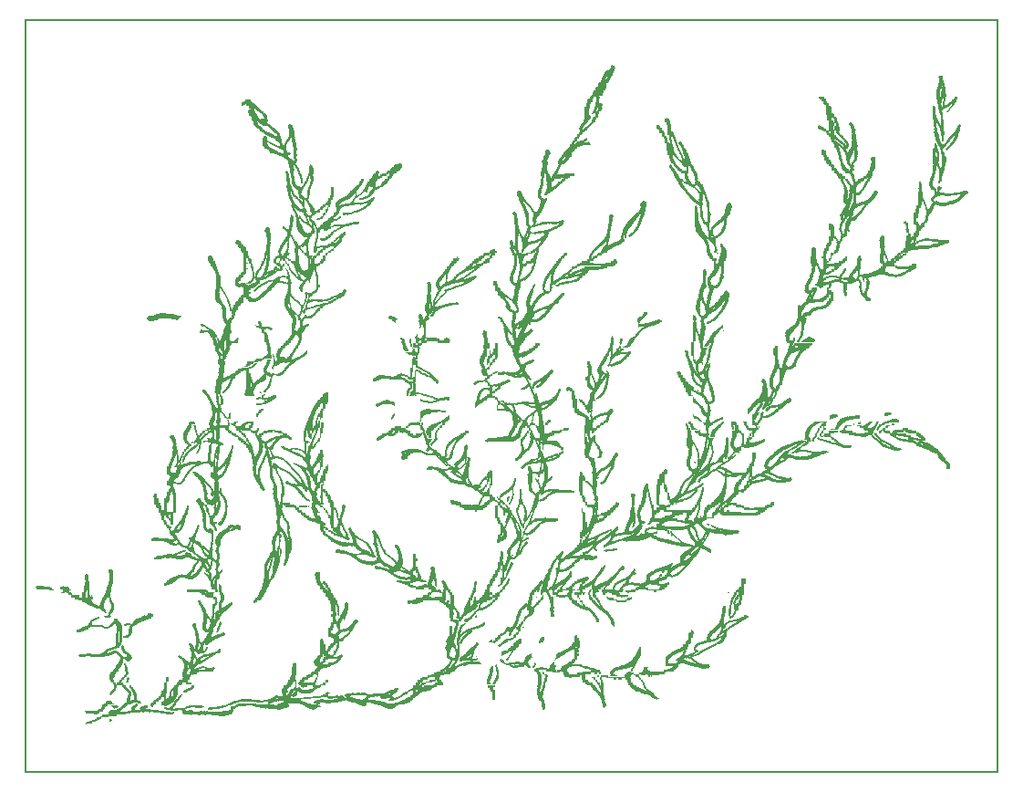
<source format=gbo>
G04 MADE WITH FRITZING*
G04 WWW.FRITZING.ORG*
G04 DOUBLE SIDED*
G04 HOLES PLATED*
G04 CONTOUR ON CENTER OF CONTOUR VECTOR*
%ASAXBY*%
%FSLAX23Y23*%
%MOIN*%
%OFA0B0*%
%SFA1.0B1.0*%
%ADD10R,0.001000X0.001000*%
%LNSILK0*%
G90*
G70*
G36*
X2949Y1881D02*
X2949Y1878D01*
X2946Y1878D01*
X2946Y1874D01*
X2942Y1874D01*
X2942Y1881D01*
X2949Y1881D01*
G37*
D02*
G36*
X957Y1847D02*
X957Y1844D01*
X954Y1844D01*
X954Y1847D01*
X957Y1847D01*
G37*
D02*
G36*
X863Y1396D02*
X863Y1392D01*
X866Y1392D01*
X866Y1389D01*
X859Y1389D01*
X859Y1396D01*
X863Y1396D01*
G37*
D02*
G36*
X1924Y1294D02*
X1924Y1284D01*
X1921Y1284D01*
X1921Y1281D01*
X1918Y1281D01*
X1918Y1278D01*
X1914Y1278D01*
X1914Y1274D01*
X1911Y1274D01*
X1911Y1271D01*
X1904Y1271D01*
X1904Y1281D01*
X1908Y1281D01*
X1908Y1284D01*
X1911Y1284D01*
X1911Y1288D01*
X1914Y1288D01*
X1914Y1291D01*
X1918Y1291D01*
X1918Y1294D01*
X1924Y1294D01*
G37*
D02*
G36*
X2686Y1268D02*
X2686Y1264D01*
X2683Y1264D01*
X2683Y1268D01*
X2686Y1268D01*
G37*
D02*
G36*
X3181Y1278D02*
X3181Y1271D01*
X3165Y1271D01*
X3165Y1268D01*
X3158Y1268D01*
X3158Y1264D01*
X3151Y1264D01*
X3151Y1261D01*
X3148Y1261D01*
X3148Y1254D01*
X3158Y1254D01*
X3158Y1251D01*
X3134Y1251D01*
X3134Y1247D01*
X3131Y1247D01*
X3131Y1244D01*
X3124Y1244D01*
X3124Y1251D01*
X3128Y1251D01*
X3128Y1254D01*
X3131Y1254D01*
X3131Y1257D01*
X3138Y1257D01*
X3138Y1261D01*
X3141Y1261D01*
X3141Y1264D01*
X3148Y1264D01*
X3148Y1268D01*
X3151Y1268D01*
X3151Y1271D01*
X3158Y1271D01*
X3158Y1274D01*
X3171Y1274D01*
X3171Y1278D01*
X3181Y1278D01*
G37*
D02*
G36*
X3232Y1261D02*
X3232Y1257D01*
X3245Y1257D01*
X3245Y1254D01*
X3256Y1254D01*
X3256Y1251D01*
X3215Y1251D01*
X3215Y1247D01*
X3192Y1247D01*
X3192Y1244D01*
X3171Y1244D01*
X3171Y1247D01*
X3175Y1247D01*
X3175Y1251D01*
X3178Y1251D01*
X3178Y1254D01*
X3181Y1254D01*
X3181Y1257D01*
X3212Y1257D01*
X3212Y1261D01*
X3232Y1261D01*
G37*
D02*
G36*
X3262Y1251D02*
X3262Y1247D01*
X3269Y1247D01*
X3269Y1244D01*
X3272Y1244D01*
X3272Y1241D01*
X3276Y1241D01*
X3276Y1237D01*
X3283Y1237D01*
X3283Y1234D01*
X3286Y1234D01*
X3286Y1230D01*
X3289Y1230D01*
X3289Y1227D01*
X3293Y1227D01*
X3293Y1224D01*
X3276Y1224D01*
X3276Y1227D01*
X3269Y1227D01*
X3269Y1230D01*
X3266Y1230D01*
X3266Y1234D01*
X3262Y1234D01*
X3262Y1237D01*
X3259Y1237D01*
X3259Y1241D01*
X3252Y1241D01*
X3252Y1244D01*
X3232Y1244D01*
X3232Y1247D01*
X3219Y1247D01*
X3219Y1251D01*
X3262Y1251D01*
G37*
D02*
G36*
X3165Y1251D02*
X3165Y1247D01*
X3168Y1247D01*
X3168Y1244D01*
X3148Y1244D01*
X3148Y1247D01*
X3141Y1247D01*
X3141Y1251D01*
X3165Y1251D01*
G37*
D02*
G36*
X3208Y1244D02*
X3208Y1241D01*
X3158Y1241D01*
X3158Y1244D01*
X3208Y1244D01*
G37*
D02*
G36*
X3208Y1244D02*
X3208Y1241D01*
X3158Y1241D01*
X3158Y1244D01*
X3208Y1244D01*
G37*
D02*
G36*
X3225Y1241D02*
X3225Y1237D01*
X3188Y1237D01*
X3188Y1230D01*
X3195Y1230D01*
X3195Y1227D01*
X3205Y1227D01*
X3205Y1224D01*
X3225Y1224D01*
X3225Y1220D01*
X3192Y1220D01*
X3192Y1224D01*
X3188Y1224D01*
X3188Y1227D01*
X3181Y1227D01*
X3181Y1230D01*
X3175Y1230D01*
X3175Y1234D01*
X3168Y1234D01*
X3168Y1237D01*
X3165Y1237D01*
X3165Y1241D01*
X3225Y1241D01*
G37*
D02*
G36*
X3239Y1237D02*
X3239Y1234D01*
X3242Y1234D01*
X3242Y1230D01*
X3252Y1230D01*
X3252Y1227D01*
X3266Y1227D01*
X3266Y1224D01*
X3232Y1224D01*
X3232Y1227D01*
X3229Y1227D01*
X3229Y1230D01*
X3215Y1230D01*
X3215Y1234D01*
X3195Y1234D01*
X3195Y1237D01*
X3239Y1237D01*
G37*
D02*
G36*
X3293Y1224D02*
X3293Y1220D01*
X3232Y1220D01*
X3232Y1224D01*
X3293Y1224D01*
G37*
D02*
G36*
X3293Y1224D02*
X3293Y1220D01*
X3232Y1220D01*
X3232Y1224D01*
X3293Y1224D01*
G37*
D02*
G36*
X3293Y1220D02*
X3293Y1217D01*
X3283Y1217D01*
X3283Y1214D01*
X3289Y1214D01*
X3289Y1210D01*
X3266Y1210D01*
X3266Y1214D01*
X3269Y1214D01*
X3269Y1217D01*
X3262Y1217D01*
X3262Y1220D01*
X3293Y1220D01*
G37*
D02*
G36*
X3252Y1220D02*
X3252Y1217D01*
X3198Y1217D01*
X3198Y1220D01*
X3252Y1220D01*
G37*
D02*
G36*
X3252Y1220D02*
X3252Y1217D01*
X3198Y1217D01*
X3198Y1220D01*
X3252Y1220D01*
G37*
D02*
G36*
X3256Y1217D02*
X3256Y1214D01*
X3262Y1214D01*
X3262Y1210D01*
X3229Y1210D01*
X3229Y1214D01*
X3212Y1214D01*
X3212Y1217D01*
X3256Y1217D01*
G37*
D02*
G36*
X3303Y1210D02*
X3303Y1207D01*
X3249Y1207D01*
X3249Y1210D01*
X3303Y1210D01*
G37*
D02*
G36*
X3303Y1210D02*
X3303Y1207D01*
X3249Y1207D01*
X3249Y1210D01*
X3303Y1210D01*
G37*
D02*
G36*
X3310Y1207D02*
X3310Y1203D01*
X3313Y1203D01*
X3313Y1200D01*
X3283Y1200D01*
X3283Y1207D01*
X3310Y1207D01*
G37*
D02*
G36*
X3276Y1207D02*
X3276Y1203D01*
X3279Y1203D01*
X3279Y1200D01*
X3259Y1200D01*
X3259Y1203D01*
X3256Y1203D01*
X3256Y1207D01*
X3276Y1207D01*
G37*
D02*
G36*
X3320Y1200D02*
X3320Y1197D01*
X3262Y1197D01*
X3262Y1200D01*
X3320Y1200D01*
G37*
D02*
G36*
X3320Y1200D02*
X3320Y1197D01*
X3262Y1197D01*
X3262Y1200D01*
X3320Y1200D01*
G37*
D02*
G36*
X3323Y1197D02*
X3323Y1193D01*
X3326Y1193D01*
X3326Y1190D01*
X3333Y1190D01*
X3333Y1187D01*
X3340Y1187D01*
X3340Y1180D01*
X3343Y1180D01*
X3343Y1177D01*
X3347Y1177D01*
X3347Y1173D01*
X3350Y1173D01*
X3350Y1170D01*
X3353Y1170D01*
X3353Y1166D01*
X3357Y1166D01*
X3357Y1160D01*
X3360Y1160D01*
X3360Y1156D01*
X3363Y1156D01*
X3363Y1153D01*
X3367Y1153D01*
X3367Y1143D01*
X3374Y1143D01*
X3374Y1139D01*
X3377Y1139D01*
X3377Y1136D01*
X3380Y1136D01*
X3380Y1133D01*
X3384Y1133D01*
X3384Y1113D01*
X3370Y1113D01*
X3370Y1129D01*
X3367Y1129D01*
X3367Y1133D01*
X3363Y1133D01*
X3363Y1136D01*
X3360Y1136D01*
X3360Y1139D01*
X3353Y1139D01*
X3353Y1143D01*
X3350Y1143D01*
X3350Y1146D01*
X3347Y1146D01*
X3347Y1150D01*
X3343Y1150D01*
X3343Y1153D01*
X3340Y1153D01*
X3340Y1163D01*
X3336Y1163D01*
X3336Y1170D01*
X3326Y1170D01*
X3326Y1173D01*
X3316Y1173D01*
X3316Y1177D01*
X3310Y1177D01*
X3310Y1180D01*
X3306Y1180D01*
X3306Y1183D01*
X3296Y1183D01*
X3296Y1187D01*
X3286Y1187D01*
X3286Y1190D01*
X3279Y1190D01*
X3279Y1193D01*
X3269Y1193D01*
X3269Y1197D01*
X3323Y1197D01*
G37*
D02*
G36*
X3010Y1305D02*
X3010Y1301D01*
X3006Y1301D01*
X3006Y1305D01*
X3010Y1305D01*
G37*
D02*
G36*
X3033Y1278D02*
X3033Y1274D01*
X3030Y1274D01*
X3030Y1278D01*
X3033Y1278D01*
G37*
D02*
G36*
X3057Y1274D02*
X3057Y1271D01*
X3006Y1271D01*
X3006Y1274D01*
X3057Y1274D01*
G37*
D02*
G36*
X3057Y1274D02*
X3057Y1271D01*
X3006Y1271D01*
X3006Y1274D01*
X3057Y1274D01*
G37*
D02*
G36*
X3060Y1271D02*
X3060Y1268D01*
X3043Y1268D01*
X3043Y1271D01*
X3060Y1271D01*
G37*
D02*
G36*
X3023Y1271D02*
X3023Y1268D01*
X3006Y1268D01*
X3006Y1264D01*
X3003Y1264D01*
X3003Y1261D01*
X2999Y1261D01*
X2999Y1257D01*
X3003Y1257D01*
X3003Y1254D01*
X2986Y1254D01*
X2986Y1257D01*
X2993Y1257D01*
X2993Y1264D01*
X2996Y1264D01*
X2996Y1268D01*
X2999Y1268D01*
X2999Y1271D01*
X3023Y1271D01*
G37*
D02*
G36*
X3084Y1268D02*
X3084Y1264D01*
X3053Y1264D01*
X3053Y1268D01*
X3084Y1268D01*
G37*
D02*
G36*
X3084Y1268D02*
X3084Y1264D01*
X3053Y1264D01*
X3053Y1268D01*
X3084Y1268D01*
G37*
D02*
G36*
X3084Y1264D02*
X3084Y1261D01*
X3057Y1261D01*
X3057Y1264D01*
X3084Y1264D01*
G37*
D02*
G36*
X3111Y1261D02*
X3111Y1257D01*
X3067Y1257D01*
X3067Y1261D01*
X3111Y1261D01*
G37*
D02*
G36*
X3111Y1261D02*
X3111Y1257D01*
X3067Y1257D01*
X3067Y1261D01*
X3111Y1261D01*
G37*
D02*
G36*
X3107Y1257D02*
X3107Y1251D01*
X3104Y1251D01*
X3104Y1244D01*
X3070Y1244D01*
X3070Y1247D01*
X3084Y1247D01*
X3084Y1251D01*
X3087Y1251D01*
X3087Y1254D01*
X3070Y1254D01*
X3070Y1257D01*
X3107Y1257D01*
G37*
D02*
G36*
X3010Y1254D02*
X3010Y1251D01*
X2942Y1251D01*
X2942Y1254D01*
X3010Y1254D01*
G37*
D02*
G36*
X3010Y1254D02*
X3010Y1251D01*
X2942Y1251D01*
X2942Y1254D01*
X3010Y1254D01*
G37*
D02*
G36*
X3026Y1251D02*
X3026Y1247D01*
X3040Y1247D01*
X3040Y1244D01*
X2986Y1244D01*
X2986Y1247D01*
X2979Y1247D01*
X2979Y1251D01*
X3026Y1251D01*
G37*
D02*
G36*
X2973Y1251D02*
X2973Y1247D01*
X2962Y1247D01*
X2962Y1244D01*
X2952Y1244D01*
X2952Y1241D01*
X2946Y1241D01*
X2946Y1234D01*
X2952Y1234D01*
X2952Y1230D01*
X2956Y1230D01*
X2956Y1227D01*
X2962Y1227D01*
X2962Y1224D01*
X2966Y1224D01*
X2966Y1220D01*
X2969Y1220D01*
X2969Y1217D01*
X2973Y1217D01*
X2973Y1214D01*
X2976Y1214D01*
X2976Y1210D01*
X2966Y1210D01*
X2966Y1214D01*
X2962Y1214D01*
X2962Y1217D01*
X2959Y1217D01*
X2959Y1220D01*
X2952Y1220D01*
X2952Y1224D01*
X2949Y1224D01*
X2949Y1227D01*
X2946Y1227D01*
X2946Y1230D01*
X2925Y1230D01*
X2925Y1234D01*
X2922Y1234D01*
X2922Y1237D01*
X2925Y1237D01*
X2925Y1241D01*
X2935Y1241D01*
X2935Y1244D01*
X2939Y1244D01*
X2939Y1247D01*
X2942Y1247D01*
X2942Y1251D01*
X2973Y1251D01*
G37*
D02*
G36*
X3111Y1247D02*
X3111Y1244D01*
X3114Y1244D01*
X3114Y1241D01*
X3117Y1241D01*
X3117Y1237D01*
X3121Y1237D01*
X3121Y1234D01*
X3124Y1234D01*
X3124Y1230D01*
X3128Y1230D01*
X3128Y1227D01*
X3131Y1227D01*
X3131Y1224D01*
X3134Y1224D01*
X3134Y1220D01*
X3141Y1220D01*
X3141Y1217D01*
X3128Y1217D01*
X3128Y1220D01*
X3124Y1220D01*
X3124Y1224D01*
X3121Y1224D01*
X3121Y1227D01*
X3117Y1227D01*
X3117Y1230D01*
X3114Y1230D01*
X3114Y1234D01*
X3111Y1234D01*
X3111Y1237D01*
X3107Y1237D01*
X3107Y1247D01*
X3111Y1247D01*
G37*
D02*
G36*
X3101Y1244D02*
X3101Y1241D01*
X3003Y1241D01*
X3003Y1244D01*
X3101Y1244D01*
G37*
D02*
G36*
X3101Y1244D02*
X3101Y1241D01*
X3003Y1241D01*
X3003Y1244D01*
X3101Y1244D01*
G37*
D02*
G36*
X3101Y1241D02*
X3101Y1237D01*
X3084Y1237D01*
X3084Y1234D01*
X3077Y1234D01*
X3077Y1230D01*
X3057Y1230D01*
X3057Y1234D01*
X3033Y1234D01*
X3033Y1237D01*
X3013Y1237D01*
X3013Y1241D01*
X3101Y1241D01*
G37*
D02*
G36*
X3104Y1237D02*
X3104Y1234D01*
X3107Y1234D01*
X3107Y1230D01*
X3111Y1230D01*
X3111Y1227D01*
X3101Y1227D01*
X3101Y1230D01*
X3097Y1230D01*
X3097Y1237D01*
X3104Y1237D01*
G37*
D02*
G36*
X2905Y1230D02*
X2905Y1227D01*
X2908Y1227D01*
X2908Y1224D01*
X2922Y1224D01*
X2922Y1220D01*
X2935Y1220D01*
X2935Y1217D01*
X2946Y1217D01*
X2946Y1214D01*
X2952Y1214D01*
X2952Y1210D01*
X2932Y1210D01*
X2932Y1214D01*
X2919Y1214D01*
X2919Y1217D01*
X2908Y1217D01*
X2908Y1220D01*
X2902Y1220D01*
X2902Y1224D01*
X2898Y1224D01*
X2898Y1227D01*
X2902Y1227D01*
X2902Y1230D01*
X2905Y1230D01*
G37*
D02*
G36*
X3117Y1227D02*
X3117Y1224D01*
X3104Y1224D01*
X3104Y1227D01*
X3117Y1227D01*
G37*
D02*
G36*
X3121Y1224D02*
X3121Y1220D01*
X3107Y1220D01*
X3107Y1224D01*
X3121Y1224D01*
G37*
D02*
G36*
X3124Y1220D02*
X3124Y1217D01*
X3114Y1217D01*
X3114Y1220D01*
X3124Y1220D01*
G37*
D02*
G36*
X3148Y1217D02*
X3148Y1214D01*
X3117Y1214D01*
X3117Y1217D01*
X3148Y1217D01*
G37*
D02*
G36*
X3148Y1217D02*
X3148Y1214D01*
X3117Y1214D01*
X3117Y1217D01*
X3148Y1217D01*
G37*
D02*
G36*
X3154Y1214D02*
X3154Y1210D01*
X3161Y1210D01*
X3161Y1207D01*
X3168Y1207D01*
X3168Y1203D01*
X3171Y1203D01*
X3171Y1200D01*
X3178Y1200D01*
X3178Y1197D01*
X3181Y1197D01*
X3181Y1193D01*
X3165Y1193D01*
X3165Y1200D01*
X3158Y1200D01*
X3158Y1203D01*
X3151Y1203D01*
X3151Y1207D01*
X3148Y1207D01*
X3148Y1210D01*
X3138Y1210D01*
X3138Y1214D01*
X3154Y1214D01*
G37*
D02*
G36*
X3134Y1214D02*
X3134Y1210D01*
X3121Y1210D01*
X3121Y1214D01*
X3134Y1214D01*
G37*
D02*
G36*
X3138Y1210D02*
X3138Y1207D01*
X3141Y1207D01*
X3141Y1203D01*
X3128Y1203D01*
X3128Y1207D01*
X3124Y1207D01*
X3124Y1210D01*
X3138Y1210D01*
G37*
D02*
G36*
X2979Y1210D02*
X2979Y1207D01*
X2942Y1207D01*
X2942Y1210D01*
X2979Y1210D01*
G37*
D02*
G36*
X2979Y1210D02*
X2979Y1207D01*
X2942Y1207D01*
X2942Y1210D01*
X2979Y1210D01*
G37*
D02*
G36*
X2986Y1207D02*
X2986Y1203D01*
X2993Y1203D01*
X2993Y1200D01*
X3023Y1200D01*
X3023Y1193D01*
X3020Y1193D01*
X3020Y1190D01*
X2989Y1190D01*
X2989Y1193D01*
X2983Y1193D01*
X2983Y1197D01*
X2973Y1197D01*
X2973Y1200D01*
X2966Y1200D01*
X2966Y1203D01*
X2949Y1203D01*
X2949Y1207D01*
X2986Y1207D01*
G37*
D02*
G36*
X3151Y1203D02*
X3151Y1200D01*
X3154Y1200D01*
X3154Y1197D01*
X3161Y1197D01*
X3161Y1193D01*
X3138Y1193D01*
X3138Y1197D01*
X3134Y1197D01*
X3134Y1200D01*
X3131Y1200D01*
X3131Y1203D01*
X3151Y1203D01*
G37*
D02*
G36*
X3192Y1193D02*
X3192Y1190D01*
X3148Y1190D01*
X3148Y1193D01*
X3192Y1193D01*
G37*
D02*
G36*
X3192Y1193D02*
X3192Y1190D01*
X3148Y1190D01*
X3148Y1193D01*
X3192Y1193D01*
G37*
D02*
G36*
X3205Y1190D02*
X3205Y1187D01*
X3208Y1187D01*
X3208Y1183D01*
X3202Y1183D01*
X3202Y1180D01*
X3178Y1180D01*
X3178Y1183D01*
X3168Y1183D01*
X3168Y1187D01*
X3158Y1187D01*
X3158Y1190D01*
X3205Y1190D01*
G37*
D02*
G36*
X617Y1214D02*
X617Y1210D01*
X613Y1210D01*
X613Y1207D01*
X610Y1207D01*
X610Y1214D01*
X617Y1214D01*
G37*
D02*
G36*
X2454Y1139D02*
X2454Y1133D01*
X2450Y1133D01*
X2450Y1136D01*
X2447Y1136D01*
X2447Y1139D01*
X2454Y1139D01*
G37*
D02*
G36*
X1773Y1011D02*
X1773Y1005D01*
X1769Y1005D01*
X1769Y995D01*
X1766Y995D01*
X1766Y991D01*
X1763Y991D01*
X1763Y1008D01*
X1766Y1008D01*
X1766Y1011D01*
X1773Y1011D01*
G37*
D02*
G36*
X1095Y971D02*
X1095Y968D01*
X1092Y968D01*
X1092Y971D01*
X1095Y971D01*
G37*
D02*
G36*
X2150Y2589D02*
X2150Y2585D01*
X2157Y2585D01*
X2157Y2578D01*
X2160Y2578D01*
X2160Y2575D01*
X2157Y2575D01*
X2157Y2565D01*
X2154Y2565D01*
X2154Y2558D01*
X2150Y2558D01*
X2150Y2548D01*
X2147Y2548D01*
X2147Y2545D01*
X2127Y2545D01*
X2127Y2538D01*
X2123Y2538D01*
X2123Y2535D01*
X2110Y2535D01*
X2110Y2541D01*
X2113Y2541D01*
X2113Y2548D01*
X2117Y2548D01*
X2117Y2555D01*
X2120Y2555D01*
X2120Y2562D01*
X2123Y2562D01*
X2123Y2565D01*
X2127Y2565D01*
X2127Y2568D01*
X2137Y2568D01*
X2137Y2572D01*
X2140Y2572D01*
X2140Y2575D01*
X2143Y2575D01*
X2143Y2585D01*
X2147Y2585D01*
X2147Y2589D01*
X2150Y2589D01*
G37*
D02*
G36*
X2143Y2545D02*
X2143Y2538D01*
X2130Y2538D01*
X2130Y2545D01*
X2143Y2545D01*
G37*
D02*
G36*
X2140Y2538D02*
X2140Y2535D01*
X2127Y2535D01*
X2127Y2538D01*
X2140Y2538D01*
G37*
D02*
G36*
X2140Y2535D02*
X2140Y2531D01*
X2110Y2531D01*
X2110Y2535D01*
X2140Y2535D01*
G37*
D02*
G36*
X2140Y2535D02*
X2140Y2531D01*
X2110Y2531D01*
X2110Y2535D01*
X2140Y2535D01*
G37*
D02*
G36*
X2103Y2471D02*
X2103Y2467D01*
X2100Y2467D01*
X2100Y2450D01*
X2110Y2450D01*
X2110Y2447D01*
X2113Y2447D01*
X2113Y2440D01*
X2110Y2440D01*
X2110Y2434D01*
X2093Y2434D01*
X2093Y2427D01*
X2090Y2427D01*
X2090Y2420D01*
X2086Y2420D01*
X2086Y2413D01*
X2079Y2413D01*
X2079Y2410D01*
X2073Y2410D01*
X2073Y2413D01*
X2076Y2413D01*
X2076Y2420D01*
X2079Y2420D01*
X2079Y2427D01*
X2083Y2427D01*
X2083Y2437D01*
X2086Y2437D01*
X2086Y2454D01*
X2090Y2454D01*
X2090Y2461D01*
X2093Y2461D01*
X2093Y2464D01*
X2090Y2464D01*
X2090Y2471D01*
X2103Y2471D01*
G37*
D02*
G36*
X2113Y2434D02*
X2113Y2430D01*
X2110Y2430D01*
X2110Y2423D01*
X2106Y2423D01*
X2106Y2420D01*
X2093Y2420D01*
X2093Y2423D01*
X2096Y2423D01*
X2096Y2434D01*
X2113Y2434D01*
G37*
D02*
G36*
X2056Y2353D02*
X2056Y2349D01*
X2029Y2349D01*
X2029Y2353D01*
X2056Y2353D01*
G37*
D02*
G36*
X2056Y2353D02*
X2056Y2349D01*
X2029Y2349D01*
X2029Y2353D01*
X2056Y2353D01*
G37*
D02*
G36*
X2049Y2349D02*
X2049Y2346D01*
X2046Y2346D01*
X2046Y2343D01*
X2042Y2343D01*
X2042Y2339D01*
X2039Y2339D01*
X2039Y2336D01*
X2036Y2336D01*
X2036Y2332D01*
X2032Y2332D01*
X2032Y2329D01*
X2029Y2329D01*
X2029Y2326D01*
X2026Y2326D01*
X2026Y2319D01*
X2022Y2319D01*
X2022Y2316D01*
X2019Y2316D01*
X2019Y2309D01*
X2015Y2309D01*
X2015Y2306D01*
X2012Y2306D01*
X2012Y2299D01*
X1999Y2299D01*
X1999Y2302D01*
X2002Y2302D01*
X2002Y2306D01*
X2005Y2306D01*
X2005Y2312D01*
X2009Y2312D01*
X2009Y2316D01*
X2012Y2316D01*
X2012Y2322D01*
X2015Y2322D01*
X2015Y2326D01*
X2019Y2326D01*
X2019Y2329D01*
X2022Y2329D01*
X2022Y2336D01*
X2026Y2336D01*
X2026Y2343D01*
X2029Y2343D01*
X2029Y2349D01*
X2049Y2349D01*
G37*
D02*
G36*
X2069Y2299D02*
X2069Y2295D01*
X1995Y2295D01*
X1995Y2299D01*
X2069Y2299D01*
G37*
D02*
G36*
X2069Y2299D02*
X2069Y2295D01*
X1995Y2295D01*
X1995Y2299D01*
X2069Y2299D01*
G37*
D02*
G36*
X2039Y2295D02*
X2039Y2292D01*
X2029Y2292D01*
X2029Y2289D01*
X2019Y2289D01*
X2019Y2282D01*
X2015Y2282D01*
X2015Y2279D01*
X2009Y2279D01*
X2009Y2272D01*
X2005Y2272D01*
X2005Y2268D01*
X2002Y2268D01*
X2002Y2262D01*
X1999Y2262D01*
X1999Y2252D01*
X1975Y2252D01*
X1975Y2248D01*
X1972Y2248D01*
X1972Y2245D01*
X1968Y2245D01*
X1968Y2238D01*
X1955Y2238D01*
X1955Y2245D01*
X1958Y2245D01*
X1958Y2248D01*
X1962Y2248D01*
X1962Y2252D01*
X1965Y2252D01*
X1965Y2258D01*
X1968Y2258D01*
X1968Y2262D01*
X1972Y2262D01*
X1972Y2268D01*
X1975Y2268D01*
X1975Y2272D01*
X1978Y2272D01*
X1978Y2275D01*
X1982Y2275D01*
X1982Y2279D01*
X1985Y2279D01*
X1985Y2282D01*
X1988Y2282D01*
X1988Y2285D01*
X1992Y2285D01*
X1992Y2289D01*
X1995Y2289D01*
X1995Y2295D01*
X2039Y2295D01*
G37*
D02*
G36*
X1918Y2279D02*
X1918Y2275D01*
X1921Y2275D01*
X1921Y2268D01*
X1924Y2268D01*
X1924Y2262D01*
X1921Y2262D01*
X1921Y2258D01*
X1918Y2258D01*
X1918Y2248D01*
X1914Y2248D01*
X1914Y2241D01*
X1911Y2241D01*
X1911Y2235D01*
X1914Y2235D01*
X1914Y2221D01*
X1911Y2221D01*
X1911Y2201D01*
X1914Y2201D01*
X1914Y2194D01*
X1901Y2194D01*
X1901Y2177D01*
X1897Y2177D01*
X1897Y2147D01*
X1894Y2147D01*
X1894Y2137D01*
X1891Y2137D01*
X1891Y2120D01*
X1887Y2120D01*
X1887Y2110D01*
X1891Y2110D01*
X1891Y2103D01*
X1897Y2103D01*
X1897Y2100D01*
X1881Y2100D01*
X1881Y2103D01*
X1877Y2103D01*
X1877Y2134D01*
X1881Y2134D01*
X1881Y2140D01*
X1884Y2140D01*
X1884Y2150D01*
X1887Y2150D01*
X1887Y2171D01*
X1891Y2171D01*
X1891Y2181D01*
X1887Y2181D01*
X1887Y2191D01*
X1891Y2191D01*
X1891Y2194D01*
X1887Y2194D01*
X1887Y2198D01*
X1891Y2198D01*
X1891Y2211D01*
X1894Y2211D01*
X1894Y2231D01*
X1891Y2231D01*
X1891Y2238D01*
X1894Y2238D01*
X1894Y2241D01*
X1897Y2241D01*
X1897Y2255D01*
X1901Y2255D01*
X1901Y2258D01*
X1904Y2258D01*
X1904Y2275D01*
X1908Y2275D01*
X1908Y2279D01*
X1918Y2279D01*
G37*
D02*
G36*
X1995Y2252D02*
X1995Y2248D01*
X1992Y2248D01*
X1992Y2241D01*
X1988Y2241D01*
X1988Y2238D01*
X1972Y2238D01*
X1972Y2241D01*
X1975Y2241D01*
X1975Y2245D01*
X1978Y2245D01*
X1978Y2252D01*
X1995Y2252D01*
G37*
D02*
G36*
X1985Y2238D02*
X1985Y2235D01*
X1951Y2235D01*
X1951Y2238D01*
X1985Y2238D01*
G37*
D02*
G36*
X1985Y2238D02*
X1985Y2235D01*
X1951Y2235D01*
X1951Y2238D01*
X1985Y2238D01*
G37*
D02*
G36*
X1982Y2235D02*
X1982Y2231D01*
X1978Y2231D01*
X1978Y2228D01*
X1975Y2228D01*
X1975Y2225D01*
X1965Y2225D01*
X1965Y2221D01*
X1962Y2221D01*
X1962Y2215D01*
X1958Y2215D01*
X1958Y2208D01*
X1955Y2208D01*
X1955Y2201D01*
X1951Y2201D01*
X1951Y2191D01*
X1948Y2191D01*
X1948Y2188D01*
X1935Y2188D01*
X1935Y2194D01*
X1938Y2194D01*
X1938Y2198D01*
X1941Y2198D01*
X1941Y2204D01*
X1945Y2204D01*
X1945Y2208D01*
X1948Y2208D01*
X1948Y2215D01*
X1951Y2215D01*
X1951Y2221D01*
X1955Y2221D01*
X1955Y2225D01*
X1951Y2225D01*
X1951Y2235D01*
X1982Y2235D01*
G37*
D02*
G36*
X2005Y2194D02*
X2005Y2191D01*
X2009Y2191D01*
X2009Y2188D01*
X1975Y2188D01*
X1975Y2191D01*
X1992Y2191D01*
X1992Y2194D01*
X2005Y2194D01*
G37*
D02*
G36*
X1918Y2194D02*
X1918Y2188D01*
X1921Y2188D01*
X1921Y2181D01*
X1924Y2181D01*
X1924Y2177D01*
X1908Y2177D01*
X1908Y2188D01*
X1904Y2188D01*
X1904Y2194D01*
X1918Y2194D01*
G37*
D02*
G36*
X2012Y2188D02*
X2012Y2184D01*
X1931Y2184D01*
X1931Y2188D01*
X2012Y2188D01*
G37*
D02*
G36*
X2012Y2188D02*
X2012Y2184D01*
X1931Y2184D01*
X1931Y2188D01*
X2012Y2188D01*
G37*
D02*
G36*
X2009Y2184D02*
X2009Y2181D01*
X1995Y2181D01*
X1995Y2177D01*
X1988Y2177D01*
X1988Y2174D01*
X1985Y2174D01*
X1985Y2171D01*
X1978Y2171D01*
X1978Y2167D01*
X1975Y2167D01*
X1975Y2164D01*
X1972Y2164D01*
X1972Y2161D01*
X1968Y2161D01*
X1968Y2157D01*
X1962Y2157D01*
X1962Y2154D01*
X1958Y2154D01*
X1958Y2150D01*
X1955Y2150D01*
X1955Y2147D01*
X1951Y2147D01*
X1951Y2144D01*
X1935Y2144D01*
X1935Y2147D01*
X1941Y2147D01*
X1941Y2150D01*
X1945Y2150D01*
X1945Y2154D01*
X1948Y2154D01*
X1948Y2157D01*
X1951Y2157D01*
X1951Y2161D01*
X1955Y2161D01*
X1955Y2164D01*
X1962Y2164D01*
X1962Y2167D01*
X1965Y2167D01*
X1965Y2171D01*
X1968Y2171D01*
X1968Y2174D01*
X1972Y2174D01*
X1972Y2177D01*
X1928Y2177D01*
X1928Y2181D01*
X1931Y2181D01*
X1931Y2184D01*
X2009Y2184D01*
G37*
D02*
G36*
X1962Y2177D02*
X1962Y2174D01*
X1908Y2174D01*
X1908Y2177D01*
X1962Y2177D01*
G37*
D02*
G36*
X1962Y2177D02*
X1962Y2174D01*
X1908Y2174D01*
X1908Y2177D01*
X1962Y2177D01*
G37*
D02*
G36*
X1945Y2174D02*
X1945Y2171D01*
X1938Y2171D01*
X1938Y2167D01*
X1935Y2167D01*
X1935Y2161D01*
X1928Y2161D01*
X1928Y2144D01*
X1911Y2144D01*
X1911Y2150D01*
X1908Y2150D01*
X1908Y2154D01*
X1911Y2154D01*
X1911Y2164D01*
X1908Y2164D01*
X1908Y2174D01*
X1945Y2174D01*
G37*
D02*
G36*
X1948Y2144D02*
X1948Y2140D01*
X1911Y2140D01*
X1911Y2144D01*
X1948Y2144D01*
G37*
D02*
G36*
X1948Y2144D02*
X1948Y2140D01*
X1911Y2140D01*
X1911Y2144D01*
X1948Y2144D01*
G37*
D02*
G36*
X1945Y2140D02*
X1945Y2137D01*
X1938Y2137D01*
X1938Y2134D01*
X1935Y2134D01*
X1935Y2130D01*
X1931Y2130D01*
X1931Y2127D01*
X1924Y2127D01*
X1924Y2124D01*
X1921Y2124D01*
X1921Y2120D01*
X1914Y2120D01*
X1914Y2117D01*
X1911Y2117D01*
X1911Y2113D01*
X1901Y2113D01*
X1901Y2120D01*
X1904Y2120D01*
X1904Y2127D01*
X1908Y2127D01*
X1908Y2137D01*
X1911Y2137D01*
X1911Y2140D01*
X1945Y2140D01*
G37*
D02*
G36*
X1813Y2130D02*
X1813Y2127D01*
X1817Y2127D01*
X1817Y2120D01*
X1820Y2120D01*
X1820Y2110D01*
X1823Y2110D01*
X1823Y2107D01*
X1827Y2107D01*
X1827Y2100D01*
X1830Y2100D01*
X1830Y2097D01*
X1833Y2097D01*
X1833Y2090D01*
X1823Y2090D01*
X1823Y2083D01*
X1827Y2083D01*
X1827Y2080D01*
X1830Y2080D01*
X1830Y2073D01*
X1833Y2073D01*
X1833Y2063D01*
X1837Y2063D01*
X1837Y2056D01*
X1840Y2056D01*
X1840Y2049D01*
X1844Y2049D01*
X1844Y2006D01*
X1847Y2006D01*
X1847Y2002D01*
X1850Y2002D01*
X1850Y1999D01*
X1837Y1999D01*
X1837Y2002D01*
X1833Y2002D01*
X1833Y2033D01*
X1830Y2033D01*
X1830Y2046D01*
X1827Y2046D01*
X1827Y2056D01*
X1823Y2056D01*
X1823Y2066D01*
X1820Y2066D01*
X1820Y2073D01*
X1817Y2073D01*
X1817Y2080D01*
X1813Y2080D01*
X1813Y2086D01*
X1810Y2086D01*
X1810Y2093D01*
X1806Y2093D01*
X1806Y2107D01*
X1803Y2107D01*
X1803Y2110D01*
X1800Y2110D01*
X1800Y2127D01*
X1803Y2127D01*
X1803Y2130D01*
X1813Y2130D01*
G37*
D02*
G36*
X1911Y2103D02*
X1911Y2100D01*
X1904Y2100D01*
X1904Y2103D01*
X1911Y2103D01*
G37*
D02*
G36*
X1911Y2100D02*
X1911Y2097D01*
X1884Y2097D01*
X1884Y2100D01*
X1911Y2100D01*
G37*
D02*
G36*
X1911Y2100D02*
X1911Y2097D01*
X1884Y2097D01*
X1884Y2100D01*
X1911Y2100D01*
G37*
D02*
G36*
X1911Y2097D02*
X1911Y2093D01*
X1908Y2093D01*
X1908Y2086D01*
X1904Y2086D01*
X1904Y2080D01*
X1901Y2080D01*
X1901Y2070D01*
X1897Y2070D01*
X1897Y2063D01*
X1894Y2063D01*
X1894Y2056D01*
X1891Y2056D01*
X1891Y2053D01*
X1874Y2053D01*
X1874Y2056D01*
X1877Y2056D01*
X1877Y2063D01*
X1881Y2063D01*
X1881Y2070D01*
X1884Y2070D01*
X1884Y2083D01*
X1887Y2083D01*
X1887Y2097D01*
X1911Y2097D01*
G37*
D02*
G36*
X2268Y2093D02*
X2268Y2090D01*
X2275Y2090D01*
X2275Y2070D01*
X2272Y2070D01*
X2272Y2053D01*
X2268Y2053D01*
X2268Y2043D01*
X2248Y2043D01*
X2248Y2036D01*
X2245Y2036D01*
X2245Y2033D01*
X2241Y2033D01*
X2241Y2029D01*
X2238Y2029D01*
X2238Y2022D01*
X2234Y2022D01*
X2234Y2019D01*
X2231Y2019D01*
X2231Y2016D01*
X2228Y2016D01*
X2228Y2009D01*
X2224Y2009D01*
X2224Y2006D01*
X2221Y2006D01*
X2221Y1999D01*
X2218Y1999D01*
X2218Y1995D01*
X2214Y1995D01*
X2214Y1992D01*
X2211Y1992D01*
X2211Y1989D01*
X2208Y1989D01*
X2208Y1982D01*
X2204Y1982D01*
X2204Y1972D01*
X2201Y1972D01*
X2201Y1965D01*
X2191Y1965D01*
X2191Y1952D01*
X2194Y1952D01*
X2194Y1942D01*
X2187Y1942D01*
X2187Y1938D01*
X2184Y1938D01*
X2184Y1935D01*
X2181Y1935D01*
X2181Y1931D01*
X2174Y1931D01*
X2174Y1928D01*
X2137Y1928D01*
X2137Y1931D01*
X2143Y1931D01*
X2143Y1935D01*
X2150Y1935D01*
X2150Y1938D01*
X2157Y1938D01*
X2157Y1942D01*
X2167Y1942D01*
X2167Y1945D01*
X2174Y1945D01*
X2174Y1948D01*
X2177Y1948D01*
X2177Y1952D01*
X2181Y1952D01*
X2181Y1965D01*
X2184Y1965D01*
X2184Y1975D01*
X2187Y1975D01*
X2187Y1989D01*
X2191Y1989D01*
X2191Y1995D01*
X2194Y1995D01*
X2194Y1999D01*
X2197Y1999D01*
X2197Y2006D01*
X2201Y2006D01*
X2201Y2009D01*
X2204Y2009D01*
X2204Y2016D01*
X2208Y2016D01*
X2208Y2019D01*
X2211Y2019D01*
X2211Y2022D01*
X2214Y2022D01*
X2214Y2026D01*
X2218Y2026D01*
X2218Y2029D01*
X2221Y2029D01*
X2221Y2033D01*
X2224Y2033D01*
X2224Y2036D01*
X2228Y2036D01*
X2228Y2039D01*
X2231Y2039D01*
X2231Y2043D01*
X2234Y2043D01*
X2234Y2046D01*
X2238Y2046D01*
X2238Y2049D01*
X2245Y2049D01*
X2245Y2053D01*
X2248Y2053D01*
X2248Y2059D01*
X2251Y2059D01*
X2251Y2066D01*
X2255Y2066D01*
X2255Y2073D01*
X2251Y2073D01*
X2251Y2083D01*
X2255Y2083D01*
X2255Y2086D01*
X2258Y2086D01*
X2258Y2090D01*
X2261Y2090D01*
X2261Y2093D01*
X2268Y2093D01*
G37*
D02*
G36*
X1837Y2090D02*
X1837Y2086D01*
X1840Y2086D01*
X1840Y2083D01*
X1844Y2083D01*
X1844Y2080D01*
X1847Y2080D01*
X1847Y2076D01*
X1850Y2076D01*
X1850Y2073D01*
X1854Y2073D01*
X1854Y2066D01*
X1857Y2066D01*
X1857Y2063D01*
X1860Y2063D01*
X1860Y2056D01*
X1864Y2056D01*
X1864Y2053D01*
X1854Y2053D01*
X1854Y2059D01*
X1850Y2059D01*
X1850Y2066D01*
X1847Y2066D01*
X1847Y2070D01*
X1844Y2070D01*
X1844Y2073D01*
X1840Y2073D01*
X1840Y2076D01*
X1837Y2076D01*
X1837Y2080D01*
X1833Y2080D01*
X1833Y2083D01*
X1830Y2083D01*
X1830Y2086D01*
X1827Y2086D01*
X1827Y2090D01*
X1837Y2090D01*
G37*
D02*
G36*
X1891Y2053D02*
X1891Y2049D01*
X1857Y2049D01*
X1857Y2053D01*
X1891Y2053D01*
G37*
D02*
G36*
X1891Y2053D02*
X1891Y2049D01*
X1857Y2049D01*
X1857Y2053D01*
X1891Y2053D01*
G37*
D02*
G36*
X1793Y2053D02*
X1793Y2049D01*
X1796Y2049D01*
X1796Y2046D01*
X1800Y2046D01*
X1800Y2029D01*
X1803Y2029D01*
X1803Y2002D01*
X1806Y2002D01*
X1806Y1989D01*
X1810Y1989D01*
X1810Y1979D01*
X1813Y1979D01*
X1813Y1972D01*
X1806Y1972D01*
X1806Y1962D01*
X1803Y1962D01*
X1803Y1928D01*
X1793Y1928D01*
X1793Y1931D01*
X1790Y1931D01*
X1790Y1935D01*
X1793Y1935D01*
X1793Y2006D01*
X1790Y2006D01*
X1790Y2039D01*
X1786Y2039D01*
X1786Y2043D01*
X1783Y2043D01*
X1783Y2049D01*
X1786Y2049D01*
X1786Y2053D01*
X1793Y2053D01*
G37*
D02*
G36*
X1887Y2049D02*
X1887Y2046D01*
X1884Y2046D01*
X1884Y2039D01*
X1881Y2039D01*
X1881Y2036D01*
X1877Y2036D01*
X1877Y2033D01*
X1874Y2033D01*
X1874Y2026D01*
X1871Y2026D01*
X1871Y2019D01*
X1874Y2019D01*
X1874Y2016D01*
X1871Y2016D01*
X1871Y2009D01*
X1867Y2009D01*
X1867Y2006D01*
X1860Y2006D01*
X1860Y2016D01*
X1857Y2016D01*
X1857Y2033D01*
X1860Y2033D01*
X1860Y2049D01*
X1887Y2049D01*
G37*
D02*
G36*
X2268Y2043D02*
X2268Y2039D01*
X2265Y2039D01*
X2265Y2033D01*
X2261Y2033D01*
X2261Y2026D01*
X2258Y2026D01*
X2258Y2016D01*
X2255Y2016D01*
X2255Y2006D01*
X2251Y2006D01*
X2251Y1999D01*
X2248Y1999D01*
X2248Y1992D01*
X2245Y1992D01*
X2245Y1985D01*
X2241Y1985D01*
X2241Y1982D01*
X2238Y1982D01*
X2238Y1979D01*
X2234Y1979D01*
X2234Y1975D01*
X2231Y1975D01*
X2231Y1972D01*
X2228Y1972D01*
X2228Y1968D01*
X2224Y1968D01*
X2224Y1965D01*
X2221Y1965D01*
X2221Y1962D01*
X2214Y1962D01*
X2214Y1958D01*
X2211Y1958D01*
X2211Y1962D01*
X2208Y1962D01*
X2208Y1965D01*
X2211Y1965D01*
X2211Y1968D01*
X2214Y1968D01*
X2214Y1972D01*
X2218Y1972D01*
X2218Y1975D01*
X2224Y1975D01*
X2224Y1979D01*
X2228Y1979D01*
X2228Y1985D01*
X2231Y1985D01*
X2231Y1989D01*
X2234Y1989D01*
X2234Y1995D01*
X2238Y1995D01*
X2238Y1999D01*
X2241Y1999D01*
X2241Y2009D01*
X2245Y2009D01*
X2245Y2019D01*
X2248Y2019D01*
X2248Y2029D01*
X2251Y2029D01*
X2251Y2039D01*
X2255Y2039D01*
X2255Y2043D01*
X2268Y2043D01*
G37*
D02*
G36*
X2150Y2043D02*
X2150Y2039D01*
X2154Y2039D01*
X2154Y2033D01*
X2150Y2033D01*
X2150Y2016D01*
X2147Y2016D01*
X2147Y1999D01*
X2143Y1999D01*
X2143Y1982D01*
X2140Y1982D01*
X2140Y1955D01*
X2137Y1955D01*
X2137Y1942D01*
X2123Y1942D01*
X2123Y1938D01*
X2120Y1938D01*
X2120Y1935D01*
X2117Y1935D01*
X2117Y1931D01*
X2113Y1931D01*
X2113Y1928D01*
X2110Y1928D01*
X2110Y1925D01*
X2103Y1925D01*
X2103Y1921D01*
X2100Y1921D01*
X2100Y1918D01*
X2096Y1918D01*
X2096Y1915D01*
X2093Y1915D01*
X2093Y1911D01*
X2090Y1911D01*
X2090Y1908D01*
X2083Y1908D01*
X2083Y1901D01*
X2079Y1901D01*
X2079Y1898D01*
X2076Y1898D01*
X2076Y1894D01*
X2073Y1894D01*
X2073Y1884D01*
X2063Y1884D01*
X2063Y1891D01*
X2066Y1891D01*
X2066Y1898D01*
X2069Y1898D01*
X2069Y1904D01*
X2073Y1904D01*
X2073Y1908D01*
X2076Y1908D01*
X2076Y1911D01*
X2079Y1911D01*
X2079Y1915D01*
X2083Y1915D01*
X2083Y1918D01*
X2086Y1918D01*
X2086Y1921D01*
X2090Y1921D01*
X2090Y1925D01*
X2093Y1925D01*
X2093Y1928D01*
X2096Y1928D01*
X2096Y1931D01*
X2100Y1931D01*
X2100Y1935D01*
X2103Y1935D01*
X2103Y1938D01*
X2106Y1938D01*
X2106Y1942D01*
X2110Y1942D01*
X2110Y1945D01*
X2113Y1945D01*
X2113Y1948D01*
X2117Y1948D01*
X2117Y1952D01*
X2120Y1952D01*
X2120Y1958D01*
X2123Y1958D01*
X2123Y1962D01*
X2127Y1962D01*
X2127Y1972D01*
X2130Y1972D01*
X2130Y1989D01*
X2133Y1989D01*
X2133Y2009D01*
X2137Y2009D01*
X2137Y2039D01*
X2140Y2039D01*
X2140Y2043D01*
X2150Y2043D01*
G37*
D02*
G36*
X1972Y2022D02*
X1972Y2019D01*
X1975Y2019D01*
X1975Y2016D01*
X1972Y2016D01*
X1972Y2009D01*
X1911Y2009D01*
X1911Y2006D01*
X1874Y2006D01*
X1874Y2009D01*
X1884Y2009D01*
X1884Y2012D01*
X1891Y2012D01*
X1891Y2016D01*
X1955Y2016D01*
X1955Y2019D01*
X1965Y2019D01*
X1965Y2022D01*
X1972Y2022D01*
G37*
D02*
G36*
X1972Y2009D02*
X1972Y2006D01*
X1968Y2006D01*
X1968Y2002D01*
X1965Y2002D01*
X1965Y1999D01*
X1958Y1999D01*
X1958Y1995D01*
X1951Y1995D01*
X1951Y1992D01*
X1948Y1992D01*
X1948Y1989D01*
X1938Y1989D01*
X1938Y1985D01*
X1931Y1985D01*
X1931Y1982D01*
X1924Y1982D01*
X1924Y1979D01*
X1918Y1979D01*
X1918Y1968D01*
X1914Y1968D01*
X1914Y1958D01*
X1911Y1958D01*
X1911Y1955D01*
X1908Y1955D01*
X1908Y1948D01*
X1904Y1948D01*
X1904Y1945D01*
X1881Y1945D01*
X1881Y1942D01*
X1850Y1942D01*
X1850Y1945D01*
X1867Y1945D01*
X1867Y1948D01*
X1874Y1948D01*
X1874Y1952D01*
X1884Y1952D01*
X1884Y1955D01*
X1887Y1955D01*
X1887Y1958D01*
X1891Y1958D01*
X1891Y1962D01*
X1897Y1962D01*
X1897Y1965D01*
X1901Y1965D01*
X1901Y1972D01*
X1897Y1972D01*
X1897Y1975D01*
X1864Y1975D01*
X1864Y1979D01*
X1877Y1979D01*
X1877Y1982D01*
X1901Y1982D01*
X1901Y1985D01*
X1914Y1985D01*
X1914Y1989D01*
X1924Y1989D01*
X1924Y1992D01*
X1931Y1992D01*
X1931Y1995D01*
X1938Y1995D01*
X1938Y1999D01*
X1948Y1999D01*
X1948Y2002D01*
X1951Y2002D01*
X1951Y2006D01*
X1955Y2006D01*
X1955Y2009D01*
X1972Y2009D01*
G37*
D02*
G36*
X1948Y2009D02*
X1948Y2006D01*
X1928Y2006D01*
X1928Y2009D01*
X1948Y2009D01*
G37*
D02*
G36*
X1921Y2009D02*
X1921Y2006D01*
X1918Y2006D01*
X1918Y2009D01*
X1921Y2009D01*
G37*
D02*
G36*
X1891Y2006D02*
X1891Y2002D01*
X1857Y2002D01*
X1857Y2006D01*
X1891Y2006D01*
G37*
D02*
G36*
X1891Y2006D02*
X1891Y2002D01*
X1857Y2002D01*
X1857Y2006D01*
X1891Y2006D01*
G37*
D02*
G36*
X1877Y2002D02*
X1877Y1999D01*
X1854Y1999D01*
X1854Y2002D01*
X1877Y2002D01*
G37*
D02*
G36*
X1867Y1999D02*
X1867Y1995D01*
X1840Y1995D01*
X1840Y1999D01*
X1867Y1999D01*
G37*
D02*
G36*
X1867Y1999D02*
X1867Y1995D01*
X1840Y1995D01*
X1840Y1999D01*
X1867Y1999D01*
G37*
D02*
G36*
X1854Y1995D02*
X1854Y1992D01*
X1850Y1992D01*
X1850Y1985D01*
X1847Y1985D01*
X1847Y1982D01*
X1850Y1982D01*
X1850Y1979D01*
X1854Y1979D01*
X1854Y1975D01*
X1833Y1975D01*
X1833Y1982D01*
X1837Y1982D01*
X1837Y1992D01*
X1840Y1992D01*
X1840Y1995D01*
X1854Y1995D01*
G37*
D02*
G36*
X1891Y1975D02*
X1891Y1972D01*
X1833Y1972D01*
X1833Y1975D01*
X1891Y1975D01*
G37*
D02*
G36*
X1891Y1975D02*
X1891Y1972D01*
X1833Y1972D01*
X1833Y1975D01*
X1891Y1975D01*
G37*
D02*
G36*
X1871Y1972D02*
X1871Y1968D01*
X1864Y1968D01*
X1864Y1972D01*
X1871Y1972D01*
G37*
D02*
G36*
X1850Y1972D02*
X1850Y1968D01*
X1847Y1968D01*
X1847Y1962D01*
X1840Y1962D01*
X1840Y1972D01*
X1850Y1972D01*
G37*
D02*
G36*
X1837Y1972D02*
X1837Y1962D01*
X1833Y1962D01*
X1833Y1958D01*
X1827Y1958D01*
X1827Y1965D01*
X1830Y1965D01*
X1830Y1972D01*
X1837Y1972D01*
G37*
D02*
G36*
X1817Y1972D02*
X1817Y1965D01*
X1820Y1965D01*
X1820Y1962D01*
X1823Y1962D01*
X1823Y1958D01*
X1813Y1958D01*
X1813Y1962D01*
X1810Y1962D01*
X1810Y1972D01*
X1817Y1972D01*
G37*
D02*
G36*
X2201Y1965D02*
X2201Y1955D01*
X2194Y1955D01*
X2194Y1965D01*
X2201Y1965D01*
G37*
D02*
G36*
X1847Y1962D02*
X1847Y1958D01*
X1837Y1958D01*
X1837Y1962D01*
X1847Y1962D01*
G37*
D02*
G36*
X1844Y1958D02*
X1844Y1955D01*
X1813Y1955D01*
X1813Y1958D01*
X1844Y1958D01*
G37*
D02*
G36*
X1844Y1958D02*
X1844Y1955D01*
X1813Y1955D01*
X1813Y1958D01*
X1844Y1958D01*
G37*
D02*
G36*
X1844Y1958D02*
X1844Y1955D01*
X1813Y1955D01*
X1813Y1958D01*
X1844Y1958D01*
G37*
D02*
G36*
X1844Y1955D02*
X1844Y1952D01*
X1840Y1952D01*
X1840Y1942D01*
X1817Y1942D01*
X1817Y1955D01*
X1844Y1955D01*
G37*
D02*
G36*
X1783Y1948D02*
X1783Y1942D01*
X1786Y1942D01*
X1786Y1928D01*
X1776Y1928D01*
X1776Y1931D01*
X1773Y1931D01*
X1773Y1945D01*
X1776Y1945D01*
X1776Y1948D01*
X1783Y1948D01*
G37*
D02*
G36*
X1901Y1945D02*
X1901Y1942D01*
X1897Y1942D01*
X1897Y1935D01*
X1894Y1935D01*
X1894Y1931D01*
X1891Y1931D01*
X1891Y1928D01*
X1887Y1928D01*
X1887Y1925D01*
X1884Y1925D01*
X1884Y1921D01*
X1881Y1921D01*
X1881Y1908D01*
X1867Y1908D01*
X1867Y1904D01*
X1860Y1904D01*
X1860Y1901D01*
X1857Y1901D01*
X1857Y1898D01*
X1833Y1898D01*
X1833Y1901D01*
X1844Y1901D01*
X1844Y1904D01*
X1850Y1904D01*
X1850Y1908D01*
X1857Y1908D01*
X1857Y1911D01*
X1860Y1911D01*
X1860Y1915D01*
X1867Y1915D01*
X1867Y1918D01*
X1871Y1918D01*
X1871Y1921D01*
X1874Y1921D01*
X1874Y1925D01*
X1877Y1925D01*
X1877Y1928D01*
X1881Y1928D01*
X1881Y1935D01*
X1884Y1935D01*
X1884Y1938D01*
X1887Y1938D01*
X1887Y1945D01*
X1901Y1945D01*
G37*
D02*
G36*
X2133Y1942D02*
X2133Y1928D01*
X2123Y1928D01*
X2123Y1931D01*
X2127Y1931D01*
X2127Y1942D01*
X2133Y1942D01*
G37*
D02*
G36*
X1877Y1942D02*
X1877Y1938D01*
X1820Y1938D01*
X1820Y1942D01*
X1877Y1942D01*
G37*
D02*
G36*
X1877Y1942D02*
X1877Y1938D01*
X1820Y1938D01*
X1820Y1942D01*
X1877Y1942D01*
G37*
D02*
G36*
X1867Y1938D02*
X1867Y1935D01*
X1854Y1935D01*
X1854Y1931D01*
X1844Y1931D01*
X1844Y1928D01*
X1840Y1928D01*
X1840Y1925D01*
X1837Y1925D01*
X1837Y1921D01*
X1833Y1921D01*
X1833Y1918D01*
X1830Y1918D01*
X1830Y1915D01*
X1827Y1915D01*
X1827Y1908D01*
X1823Y1908D01*
X1823Y1904D01*
X1817Y1904D01*
X1817Y1915D01*
X1820Y1915D01*
X1820Y1938D01*
X1867Y1938D01*
G37*
D02*
G36*
X2164Y1928D02*
X2164Y1925D01*
X2120Y1925D01*
X2120Y1928D01*
X2164Y1928D01*
G37*
D02*
G36*
X2164Y1928D02*
X2164Y1925D01*
X2120Y1925D01*
X2120Y1928D01*
X2164Y1928D01*
G37*
D02*
G36*
X1803Y1928D02*
X1803Y1925D01*
X1776Y1925D01*
X1776Y1928D01*
X1803Y1928D01*
G37*
D02*
G36*
X1803Y1928D02*
X1803Y1925D01*
X1776Y1925D01*
X1776Y1928D01*
X1803Y1928D01*
G37*
D02*
G36*
X2157Y1925D02*
X2157Y1921D01*
X2150Y1921D01*
X2150Y1918D01*
X2147Y1918D01*
X2147Y1915D01*
X2140Y1915D01*
X2140Y1911D01*
X2133Y1911D01*
X2133Y1908D01*
X2130Y1908D01*
X2130Y1904D01*
X2123Y1904D01*
X2123Y1901D01*
X2117Y1901D01*
X2117Y1898D01*
X2110Y1898D01*
X2110Y1894D01*
X2103Y1894D01*
X2103Y1891D01*
X2096Y1891D01*
X2096Y1888D01*
X2093Y1888D01*
X2093Y1884D01*
X2076Y1884D01*
X2076Y1888D01*
X2083Y1888D01*
X2083Y1891D01*
X2090Y1891D01*
X2090Y1894D01*
X2093Y1894D01*
X2093Y1898D01*
X2096Y1898D01*
X2096Y1901D01*
X2100Y1901D01*
X2100Y1904D01*
X2106Y1904D01*
X2106Y1908D01*
X2110Y1908D01*
X2110Y1915D01*
X2113Y1915D01*
X2113Y1921D01*
X2117Y1921D01*
X2117Y1925D01*
X2157Y1925D01*
G37*
D02*
G36*
X1803Y1925D02*
X1803Y1915D01*
X1786Y1915D01*
X1786Y1911D01*
X1776Y1911D01*
X1776Y1915D01*
X1773Y1915D01*
X1773Y1921D01*
X1776Y1921D01*
X1776Y1925D01*
X1803Y1925D01*
G37*
D02*
G36*
X1803Y1915D02*
X1803Y1911D01*
X1806Y1911D01*
X1806Y1904D01*
X1810Y1904D01*
X1810Y1901D01*
X1817Y1901D01*
X1817Y1898D01*
X1796Y1898D01*
X1796Y1908D01*
X1793Y1908D01*
X1793Y1911D01*
X1790Y1911D01*
X1790Y1915D01*
X1803Y1915D01*
G37*
D02*
G36*
X1790Y1911D02*
X1790Y1901D01*
X1793Y1901D01*
X1793Y1898D01*
X1783Y1898D01*
X1783Y1901D01*
X1780Y1901D01*
X1780Y1908D01*
X1776Y1908D01*
X1776Y1911D01*
X1790Y1911D01*
G37*
D02*
G36*
X1881Y1908D02*
X1881Y1901D01*
X1877Y1901D01*
X1877Y1894D01*
X1874Y1894D01*
X1874Y1878D01*
X1871Y1878D01*
X1871Y1867D01*
X1854Y1867D01*
X1854Y1864D01*
X1844Y1864D01*
X1844Y1861D01*
X1823Y1861D01*
X1823Y1864D01*
X1830Y1864D01*
X1830Y1867D01*
X1833Y1867D01*
X1833Y1871D01*
X1844Y1871D01*
X1844Y1874D01*
X1850Y1874D01*
X1850Y1878D01*
X1854Y1878D01*
X1854Y1881D01*
X1857Y1881D01*
X1857Y1884D01*
X1860Y1884D01*
X1860Y1891D01*
X1864Y1891D01*
X1864Y1898D01*
X1867Y1898D01*
X1867Y1901D01*
X1871Y1901D01*
X1871Y1908D01*
X1881Y1908D01*
G37*
D02*
G36*
X1982Y1904D02*
X1982Y1901D01*
X1985Y1901D01*
X1985Y1894D01*
X1982Y1894D01*
X1982Y1891D01*
X1978Y1891D01*
X1978Y1888D01*
X1975Y1888D01*
X1975Y1884D01*
X1972Y1884D01*
X1972Y1881D01*
X1968Y1881D01*
X1968Y1878D01*
X1965Y1878D01*
X1965Y1871D01*
X1962Y1871D01*
X1962Y1867D01*
X1958Y1867D01*
X1958Y1864D01*
X1955Y1864D01*
X1955Y1857D01*
X1951Y1857D01*
X1951Y1854D01*
X1948Y1854D01*
X1948Y1847D01*
X1945Y1847D01*
X1945Y1844D01*
X1941Y1844D01*
X1941Y1834D01*
X1938Y1834D01*
X1938Y1824D01*
X1921Y1824D01*
X1921Y1817D01*
X1918Y1817D01*
X1918Y1810D01*
X1914Y1810D01*
X1914Y1807D01*
X1911Y1807D01*
X1911Y1800D01*
X1908Y1800D01*
X1908Y1790D01*
X1904Y1790D01*
X1904Y1776D01*
X1901Y1776D01*
X1901Y1770D01*
X1904Y1770D01*
X1904Y1766D01*
X1908Y1766D01*
X1908Y1763D01*
X1897Y1763D01*
X1897Y1766D01*
X1894Y1766D01*
X1894Y1790D01*
X1897Y1790D01*
X1897Y1800D01*
X1901Y1800D01*
X1901Y1810D01*
X1904Y1810D01*
X1904Y1817D01*
X1908Y1817D01*
X1908Y1820D01*
X1911Y1820D01*
X1911Y1827D01*
X1914Y1827D01*
X1914Y1830D01*
X1918Y1830D01*
X1918Y1837D01*
X1921Y1837D01*
X1921Y1840D01*
X1924Y1840D01*
X1924Y1844D01*
X1928Y1844D01*
X1928Y1847D01*
X1931Y1847D01*
X1931Y1854D01*
X1935Y1854D01*
X1935Y1857D01*
X1938Y1857D01*
X1938Y1861D01*
X1941Y1861D01*
X1941Y1864D01*
X1945Y1864D01*
X1945Y1871D01*
X1948Y1871D01*
X1948Y1874D01*
X1951Y1874D01*
X1951Y1878D01*
X1955Y1878D01*
X1955Y1881D01*
X1958Y1881D01*
X1958Y1884D01*
X1962Y1884D01*
X1962Y1888D01*
X1965Y1888D01*
X1965Y1891D01*
X1968Y1891D01*
X1968Y1894D01*
X1972Y1894D01*
X1972Y1898D01*
X1975Y1898D01*
X1975Y1901D01*
X1978Y1901D01*
X1978Y1904D01*
X1982Y1904D01*
G37*
D02*
G36*
X1840Y1898D02*
X1840Y1894D01*
X1783Y1894D01*
X1783Y1898D01*
X1840Y1898D01*
G37*
D02*
G36*
X1840Y1898D02*
X1840Y1894D01*
X1783Y1894D01*
X1783Y1898D01*
X1840Y1898D01*
G37*
D02*
G36*
X1840Y1898D02*
X1840Y1894D01*
X1783Y1894D01*
X1783Y1898D01*
X1840Y1898D01*
G37*
D02*
G36*
X1833Y1894D02*
X1833Y1891D01*
X1830Y1891D01*
X1830Y1888D01*
X1827Y1888D01*
X1827Y1881D01*
X1823Y1881D01*
X1823Y1874D01*
X1820Y1874D01*
X1820Y1861D01*
X1806Y1861D01*
X1806Y1884D01*
X1803Y1884D01*
X1803Y1891D01*
X1800Y1891D01*
X1800Y1894D01*
X1833Y1894D01*
G37*
D02*
G36*
X1796Y1894D02*
X1796Y1891D01*
X1786Y1891D01*
X1786Y1894D01*
X1796Y1894D01*
G37*
D02*
G36*
X1800Y1891D02*
X1800Y1851D01*
X1796Y1851D01*
X1796Y1840D01*
X1793Y1840D01*
X1793Y1830D01*
X1790Y1830D01*
X1790Y1824D01*
X1786Y1824D01*
X1786Y1797D01*
X1790Y1797D01*
X1790Y1793D01*
X1776Y1793D01*
X1776Y1800D01*
X1773Y1800D01*
X1773Y1817D01*
X1776Y1817D01*
X1776Y1830D01*
X1780Y1830D01*
X1780Y1837D01*
X1783Y1837D01*
X1783Y1844D01*
X1786Y1844D01*
X1786Y1857D01*
X1790Y1857D01*
X1790Y1891D01*
X1800Y1891D01*
G37*
D02*
G36*
X2090Y1884D02*
X2090Y1881D01*
X2063Y1881D01*
X2063Y1884D01*
X2090Y1884D01*
G37*
D02*
G36*
X2090Y1884D02*
X2090Y1881D01*
X2063Y1881D01*
X2063Y1884D01*
X2090Y1884D01*
G37*
D02*
G36*
X2083Y1881D02*
X2083Y1878D01*
X2079Y1878D01*
X2079Y1874D01*
X2073Y1874D01*
X2073Y1871D01*
X2066Y1871D01*
X2066Y1867D01*
X2079Y1867D01*
X2079Y1864D01*
X2029Y1864D01*
X2029Y1867D01*
X2036Y1867D01*
X2036Y1871D01*
X2049Y1871D01*
X2049Y1874D01*
X2056Y1874D01*
X2056Y1878D01*
X2063Y1878D01*
X2063Y1881D01*
X2083Y1881D01*
G37*
D02*
G36*
X2164Y1878D02*
X2164Y1874D01*
X2167Y1874D01*
X2167Y1864D01*
X2123Y1864D01*
X2123Y1867D01*
X2143Y1867D01*
X2143Y1871D01*
X2150Y1871D01*
X2150Y1874D01*
X2154Y1874D01*
X2154Y1878D01*
X2164Y1878D01*
G37*
D02*
G36*
X1871Y1867D02*
X1871Y1861D01*
X1867Y1861D01*
X1867Y1851D01*
X1864Y1851D01*
X1864Y1844D01*
X1860Y1844D01*
X1860Y1837D01*
X1857Y1837D01*
X1857Y1830D01*
X1854Y1830D01*
X1854Y1827D01*
X1850Y1827D01*
X1850Y1820D01*
X1847Y1820D01*
X1847Y1817D01*
X1844Y1817D01*
X1844Y1813D01*
X1840Y1813D01*
X1840Y1810D01*
X1837Y1810D01*
X1837Y1807D01*
X1817Y1807D01*
X1817Y1810D01*
X1823Y1810D01*
X1823Y1813D01*
X1830Y1813D01*
X1830Y1817D01*
X1833Y1817D01*
X1833Y1820D01*
X1837Y1820D01*
X1837Y1824D01*
X1840Y1824D01*
X1840Y1827D01*
X1844Y1827D01*
X1844Y1830D01*
X1847Y1830D01*
X1847Y1834D01*
X1850Y1834D01*
X1850Y1840D01*
X1854Y1840D01*
X1854Y1851D01*
X1857Y1851D01*
X1857Y1857D01*
X1860Y1857D01*
X1860Y1867D01*
X1871Y1867D01*
G37*
D02*
G36*
X2164Y1864D02*
X2164Y1861D01*
X2022Y1861D01*
X2022Y1864D01*
X2164Y1864D01*
G37*
D02*
G36*
X2164Y1864D02*
X2164Y1861D01*
X2022Y1861D01*
X2022Y1864D01*
X2164Y1864D01*
G37*
D02*
G36*
X2160Y1861D02*
X2160Y1857D01*
X2032Y1857D01*
X2032Y1854D01*
X2026Y1854D01*
X2026Y1851D01*
X2022Y1851D01*
X2022Y1847D01*
X2012Y1847D01*
X2012Y1844D01*
X2005Y1844D01*
X2005Y1840D01*
X2002Y1840D01*
X2002Y1837D01*
X1999Y1837D01*
X1999Y1834D01*
X1995Y1834D01*
X1995Y1827D01*
X1978Y1827D01*
X1978Y1830D01*
X1985Y1830D01*
X1985Y1834D01*
X1988Y1834D01*
X1988Y1837D01*
X1992Y1837D01*
X1992Y1840D01*
X1995Y1840D01*
X1995Y1844D01*
X1999Y1844D01*
X1999Y1847D01*
X2002Y1847D01*
X2002Y1851D01*
X2009Y1851D01*
X2009Y1854D01*
X2015Y1854D01*
X2015Y1857D01*
X2019Y1857D01*
X2019Y1861D01*
X2160Y1861D01*
G37*
D02*
G36*
X1837Y1861D02*
X1837Y1857D01*
X1810Y1857D01*
X1810Y1861D01*
X1837Y1861D01*
G37*
D02*
G36*
X1837Y1861D02*
X1837Y1857D01*
X1810Y1857D01*
X1810Y1861D01*
X1837Y1861D01*
G37*
D02*
G36*
X2154Y1857D02*
X2154Y1854D01*
X2147Y1854D01*
X2147Y1851D01*
X2130Y1851D01*
X2130Y1847D01*
X2117Y1847D01*
X2117Y1844D01*
X2100Y1844D01*
X2100Y1840D01*
X2063Y1840D01*
X2063Y1837D01*
X2059Y1837D01*
X2059Y1834D01*
X2026Y1834D01*
X2026Y1830D01*
X2019Y1830D01*
X2019Y1827D01*
X2002Y1827D01*
X2002Y1830D01*
X2005Y1830D01*
X2005Y1834D01*
X2012Y1834D01*
X2012Y1837D01*
X2019Y1837D01*
X2019Y1840D01*
X2032Y1840D01*
X2032Y1844D01*
X2036Y1844D01*
X2036Y1847D01*
X2046Y1847D01*
X2046Y1851D01*
X2100Y1851D01*
X2100Y1854D01*
X2106Y1854D01*
X2106Y1857D01*
X2154Y1857D01*
G37*
D02*
G36*
X1833Y1857D02*
X1833Y1854D01*
X1827Y1854D01*
X1827Y1851D01*
X1823Y1851D01*
X1823Y1847D01*
X1820Y1847D01*
X1820Y1837D01*
X1817Y1837D01*
X1817Y1824D01*
X1813Y1824D01*
X1813Y1817D01*
X1810Y1817D01*
X1810Y1807D01*
X1803Y1807D01*
X1803Y1820D01*
X1806Y1820D01*
X1806Y1837D01*
X1810Y1837D01*
X1810Y1857D01*
X1833Y1857D01*
G37*
D02*
G36*
X2059Y1834D02*
X2059Y1830D01*
X2056Y1830D01*
X2056Y1827D01*
X2029Y1827D01*
X2029Y1830D01*
X2036Y1830D01*
X2036Y1834D01*
X2059Y1834D01*
G37*
D02*
G36*
X2052Y1827D02*
X2052Y1824D01*
X2019Y1824D01*
X2019Y1827D01*
X2052Y1827D01*
G37*
D02*
G36*
X2015Y1827D02*
X2015Y1824D01*
X1972Y1824D01*
X1972Y1827D01*
X2015Y1827D01*
G37*
D02*
G36*
X2015Y1827D02*
X2015Y1824D01*
X1972Y1824D01*
X1972Y1827D01*
X2015Y1827D01*
G37*
D02*
G36*
X2049Y1824D02*
X2049Y1820D01*
X1988Y1820D01*
X1988Y1824D01*
X2049Y1824D01*
G37*
D02*
G36*
X2049Y1824D02*
X2049Y1820D01*
X1988Y1820D01*
X1988Y1824D01*
X2049Y1824D01*
G37*
D02*
G36*
X1982Y1824D02*
X1982Y1820D01*
X1978Y1820D01*
X1978Y1817D01*
X1965Y1817D01*
X1965Y1820D01*
X1968Y1820D01*
X1968Y1824D01*
X1982Y1824D01*
G37*
D02*
G36*
X1935Y1824D02*
X1935Y1800D01*
X1924Y1800D01*
X1924Y1820D01*
X1928Y1820D01*
X1928Y1824D01*
X1935Y1824D01*
G37*
D02*
G36*
X2042Y1820D02*
X2042Y1817D01*
X2039Y1817D01*
X2039Y1813D01*
X2036Y1813D01*
X2036Y1810D01*
X2032Y1810D01*
X2032Y1807D01*
X2029Y1807D01*
X2029Y1803D01*
X2026Y1803D01*
X2026Y1800D01*
X2022Y1800D01*
X2022Y1797D01*
X2005Y1797D01*
X2005Y1793D01*
X1992Y1793D01*
X1992Y1790D01*
X1975Y1790D01*
X1975Y1787D01*
X1951Y1787D01*
X1951Y1790D01*
X1955Y1790D01*
X1955Y1793D01*
X1965Y1793D01*
X1965Y1797D01*
X1978Y1797D01*
X1978Y1800D01*
X1999Y1800D01*
X1999Y1803D01*
X2009Y1803D01*
X2009Y1807D01*
X2019Y1807D01*
X2019Y1810D01*
X2022Y1810D01*
X2022Y1813D01*
X2026Y1813D01*
X2026Y1817D01*
X1988Y1817D01*
X1988Y1820D01*
X2042Y1820D01*
G37*
D02*
G36*
X2009Y1817D02*
X2009Y1813D01*
X1962Y1813D01*
X1962Y1817D01*
X2009Y1817D01*
G37*
D02*
G36*
X2009Y1817D02*
X2009Y1813D01*
X1962Y1813D01*
X1962Y1817D01*
X2009Y1817D01*
G37*
D02*
G36*
X1999Y1813D02*
X1999Y1810D01*
X1978Y1810D01*
X1978Y1807D01*
X1965Y1807D01*
X1965Y1803D01*
X1958Y1803D01*
X1958Y1800D01*
X1938Y1800D01*
X1938Y1803D01*
X1945Y1803D01*
X1945Y1807D01*
X1951Y1807D01*
X1951Y1810D01*
X1955Y1810D01*
X1955Y1813D01*
X1999Y1813D01*
G37*
D02*
G36*
X1988Y1810D02*
X1988Y1807D01*
X1982Y1807D01*
X1982Y1810D01*
X1988Y1810D01*
G37*
D02*
G36*
X1833Y1807D02*
X1833Y1803D01*
X1803Y1803D01*
X1803Y1807D01*
X1833Y1807D01*
G37*
D02*
G36*
X1833Y1807D02*
X1833Y1803D01*
X1803Y1803D01*
X1803Y1807D01*
X1833Y1807D01*
G37*
D02*
G36*
X1830Y1803D02*
X1830Y1800D01*
X1827Y1800D01*
X1827Y1803D01*
X1830Y1803D01*
G37*
D02*
G36*
X1823Y1803D02*
X1823Y1800D01*
X1817Y1800D01*
X1817Y1797D01*
X1813Y1797D01*
X1813Y1793D01*
X1800Y1793D01*
X1800Y1803D01*
X1823Y1803D01*
G37*
D02*
G36*
X1955Y1800D02*
X1955Y1797D01*
X1924Y1797D01*
X1924Y1800D01*
X1955Y1800D01*
G37*
D02*
G36*
X1955Y1800D02*
X1955Y1797D01*
X1924Y1797D01*
X1924Y1800D01*
X1955Y1800D01*
G37*
D02*
G36*
X1726Y1800D02*
X1726Y1790D01*
X1729Y1790D01*
X1729Y1783D01*
X1732Y1783D01*
X1732Y1776D01*
X1736Y1776D01*
X1736Y1773D01*
X1739Y1773D01*
X1739Y1770D01*
X1742Y1770D01*
X1742Y1763D01*
X1746Y1763D01*
X1746Y1760D01*
X1749Y1760D01*
X1749Y1756D01*
X1753Y1756D01*
X1753Y1753D01*
X1756Y1753D01*
X1756Y1749D01*
X1763Y1749D01*
X1763Y1746D01*
X1766Y1746D01*
X1766Y1743D01*
X1769Y1743D01*
X1769Y1739D01*
X1756Y1739D01*
X1756Y1736D01*
X1759Y1736D01*
X1759Y1729D01*
X1763Y1729D01*
X1763Y1726D01*
X1766Y1726D01*
X1766Y1722D01*
X1769Y1722D01*
X1769Y1716D01*
X1773Y1716D01*
X1773Y1709D01*
X1776Y1709D01*
X1776Y1696D01*
X1783Y1696D01*
X1783Y1692D01*
X1790Y1692D01*
X1790Y1689D01*
X1769Y1689D01*
X1769Y1692D01*
X1766Y1692D01*
X1766Y1696D01*
X1763Y1696D01*
X1763Y1699D01*
X1759Y1699D01*
X1759Y1706D01*
X1756Y1706D01*
X1756Y1709D01*
X1759Y1709D01*
X1759Y1719D01*
X1756Y1719D01*
X1756Y1726D01*
X1753Y1726D01*
X1753Y1729D01*
X1749Y1729D01*
X1749Y1733D01*
X1746Y1733D01*
X1746Y1736D01*
X1742Y1736D01*
X1742Y1739D01*
X1739Y1739D01*
X1739Y1743D01*
X1736Y1743D01*
X1736Y1746D01*
X1732Y1746D01*
X1732Y1749D01*
X1729Y1749D01*
X1729Y1760D01*
X1726Y1760D01*
X1726Y1763D01*
X1722Y1763D01*
X1722Y1770D01*
X1719Y1770D01*
X1719Y1783D01*
X1715Y1783D01*
X1715Y1800D01*
X1726Y1800D01*
G37*
D02*
G36*
X1948Y1797D02*
X1948Y1793D01*
X1945Y1793D01*
X1945Y1790D01*
X1941Y1790D01*
X1941Y1787D01*
X1931Y1787D01*
X1931Y1783D01*
X1928Y1783D01*
X1928Y1780D01*
X1931Y1780D01*
X1931Y1773D01*
X1928Y1773D01*
X1928Y1763D01*
X1921Y1763D01*
X1921Y1790D01*
X1924Y1790D01*
X1924Y1797D01*
X1948Y1797D01*
G37*
D02*
G36*
X1813Y1793D02*
X1813Y1790D01*
X1780Y1790D01*
X1780Y1793D01*
X1813Y1793D01*
G37*
D02*
G36*
X1813Y1793D02*
X1813Y1790D01*
X1780Y1790D01*
X1780Y1793D01*
X1813Y1793D01*
G37*
D02*
G36*
X1867Y1790D02*
X1867Y1780D01*
X1864Y1780D01*
X1864Y1773D01*
X1860Y1773D01*
X1860Y1756D01*
X1857Y1756D01*
X1857Y1746D01*
X1854Y1746D01*
X1854Y1736D01*
X1850Y1736D01*
X1850Y1722D01*
X1847Y1722D01*
X1847Y1712D01*
X1850Y1712D01*
X1850Y1709D01*
X1833Y1709D01*
X1833Y1729D01*
X1837Y1729D01*
X1837Y1743D01*
X1840Y1743D01*
X1840Y1749D01*
X1844Y1749D01*
X1844Y1756D01*
X1847Y1756D01*
X1847Y1763D01*
X1850Y1763D01*
X1850Y1770D01*
X1854Y1770D01*
X1854Y1773D01*
X1857Y1773D01*
X1857Y1783D01*
X1860Y1783D01*
X1860Y1787D01*
X1864Y1787D01*
X1864Y1790D01*
X1867Y1790D01*
G37*
D02*
G36*
X1813Y1790D02*
X1813Y1773D01*
X1810Y1773D01*
X1810Y1766D01*
X1806Y1766D01*
X1806Y1753D01*
X1803Y1753D01*
X1803Y1746D01*
X1806Y1746D01*
X1806Y1743D01*
X1803Y1743D01*
X1803Y1733D01*
X1783Y1733D01*
X1783Y1736D01*
X1786Y1736D01*
X1786Y1746D01*
X1790Y1746D01*
X1790Y1770D01*
X1793Y1770D01*
X1793Y1783D01*
X1786Y1783D01*
X1786Y1787D01*
X1783Y1787D01*
X1783Y1790D01*
X1813Y1790D01*
G37*
D02*
G36*
X1958Y1787D02*
X1958Y1783D01*
X1955Y1783D01*
X1955Y1780D01*
X1945Y1780D01*
X1945Y1783D01*
X1941Y1783D01*
X1941Y1787D01*
X1958Y1787D01*
G37*
D02*
G36*
X1924Y1763D02*
X1924Y1760D01*
X1897Y1760D01*
X1897Y1763D01*
X1924Y1763D01*
G37*
D02*
G36*
X1924Y1763D02*
X1924Y1760D01*
X1897Y1760D01*
X1897Y1763D01*
X1924Y1763D01*
G37*
D02*
G36*
X1921Y1760D02*
X1921Y1756D01*
X1918Y1756D01*
X1918Y1753D01*
X1904Y1753D01*
X1904Y1749D01*
X1901Y1749D01*
X1901Y1746D01*
X1894Y1746D01*
X1894Y1743D01*
X1891Y1743D01*
X1891Y1739D01*
X1887Y1739D01*
X1887Y1736D01*
X1884Y1736D01*
X1884Y1733D01*
X1881Y1733D01*
X1881Y1729D01*
X1877Y1729D01*
X1877Y1722D01*
X1874Y1722D01*
X1874Y1719D01*
X1871Y1719D01*
X1871Y1716D01*
X1867Y1716D01*
X1867Y1709D01*
X1854Y1709D01*
X1854Y1712D01*
X1857Y1712D01*
X1857Y1719D01*
X1860Y1719D01*
X1860Y1726D01*
X1864Y1726D01*
X1864Y1729D01*
X1867Y1729D01*
X1867Y1733D01*
X1871Y1733D01*
X1871Y1739D01*
X1874Y1739D01*
X1874Y1743D01*
X1877Y1743D01*
X1877Y1746D01*
X1881Y1746D01*
X1881Y1749D01*
X1884Y1749D01*
X1884Y1753D01*
X1891Y1753D01*
X1891Y1756D01*
X1897Y1756D01*
X1897Y1760D01*
X1921Y1760D01*
G37*
D02*
G36*
X1975Y1756D02*
X1975Y1746D01*
X1968Y1746D01*
X1968Y1739D01*
X1965Y1739D01*
X1965Y1736D01*
X1962Y1736D01*
X1962Y1733D01*
X1958Y1733D01*
X1958Y1729D01*
X1955Y1729D01*
X1955Y1719D01*
X1951Y1719D01*
X1951Y1716D01*
X1941Y1716D01*
X1941Y1712D01*
X1938Y1712D01*
X1938Y1709D01*
X1935Y1709D01*
X1935Y1706D01*
X1931Y1706D01*
X1931Y1699D01*
X1928Y1699D01*
X1928Y1696D01*
X1894Y1696D01*
X1894Y1692D01*
X1887Y1692D01*
X1887Y1689D01*
X1867Y1689D01*
X1867Y1692D01*
X1874Y1692D01*
X1874Y1696D01*
X1881Y1696D01*
X1881Y1699D01*
X1891Y1699D01*
X1891Y1702D01*
X1897Y1702D01*
X1897Y1706D01*
X1908Y1706D01*
X1908Y1709D01*
X1918Y1709D01*
X1918Y1712D01*
X1921Y1712D01*
X1921Y1716D01*
X1928Y1716D01*
X1928Y1719D01*
X1935Y1719D01*
X1935Y1726D01*
X1938Y1726D01*
X1938Y1729D01*
X1941Y1729D01*
X1941Y1733D01*
X1945Y1733D01*
X1945Y1736D01*
X1948Y1736D01*
X1948Y1739D01*
X1951Y1739D01*
X1951Y1743D01*
X1955Y1743D01*
X1955Y1746D01*
X1958Y1746D01*
X1958Y1749D01*
X1962Y1749D01*
X1962Y1753D01*
X1965Y1753D01*
X1965Y1756D01*
X1975Y1756D01*
G37*
D02*
G36*
X1773Y1739D02*
X1773Y1736D01*
X1780Y1736D01*
X1780Y1733D01*
X1769Y1733D01*
X1769Y1736D01*
X1763Y1736D01*
X1763Y1739D01*
X1773Y1739D01*
G37*
D02*
G36*
X1803Y1733D02*
X1803Y1729D01*
X1773Y1729D01*
X1773Y1733D01*
X1803Y1733D01*
G37*
D02*
G36*
X1803Y1733D02*
X1803Y1729D01*
X1773Y1729D01*
X1773Y1733D01*
X1803Y1733D01*
G37*
D02*
G36*
X1803Y1729D02*
X1803Y1726D01*
X1800Y1726D01*
X1800Y1719D01*
X1803Y1719D01*
X1803Y1716D01*
X1800Y1716D01*
X1800Y1712D01*
X1803Y1712D01*
X1803Y1702D01*
X1806Y1702D01*
X1806Y1689D01*
X1796Y1689D01*
X1796Y1692D01*
X1800Y1692D01*
X1800Y1699D01*
X1796Y1699D01*
X1796Y1706D01*
X1793Y1706D01*
X1793Y1712D01*
X1790Y1712D01*
X1790Y1716D01*
X1786Y1716D01*
X1786Y1719D01*
X1783Y1719D01*
X1783Y1726D01*
X1780Y1726D01*
X1780Y1729D01*
X1803Y1729D01*
G37*
D02*
G36*
X1867Y1709D02*
X1867Y1706D01*
X1833Y1706D01*
X1833Y1709D01*
X1867Y1709D01*
G37*
D02*
G36*
X1867Y1709D02*
X1867Y1706D01*
X1833Y1706D01*
X1833Y1709D01*
X1867Y1709D01*
G37*
D02*
G36*
X1864Y1706D02*
X1864Y1699D01*
X1860Y1699D01*
X1860Y1689D01*
X1837Y1689D01*
X1837Y1706D01*
X1864Y1706D01*
G37*
D02*
G36*
X1924Y1696D02*
X1924Y1692D01*
X1921Y1692D01*
X1921Y1685D01*
X1918Y1685D01*
X1918Y1682D01*
X1914Y1682D01*
X1914Y1679D01*
X1911Y1679D01*
X1911Y1675D01*
X1908Y1675D01*
X1908Y1669D01*
X1904Y1669D01*
X1904Y1665D01*
X1897Y1665D01*
X1897Y1662D01*
X1894Y1662D01*
X1894Y1658D01*
X1874Y1658D01*
X1874Y1662D01*
X1881Y1662D01*
X1881Y1665D01*
X1884Y1665D01*
X1884Y1669D01*
X1887Y1669D01*
X1887Y1672D01*
X1891Y1672D01*
X1891Y1675D01*
X1894Y1675D01*
X1894Y1679D01*
X1901Y1679D01*
X1901Y1682D01*
X1904Y1682D01*
X1904Y1689D01*
X1908Y1689D01*
X1908Y1692D01*
X1911Y1692D01*
X1911Y1696D01*
X1924Y1696D01*
G37*
D02*
G36*
X1881Y1689D02*
X1881Y1685D01*
X1837Y1685D01*
X1837Y1689D01*
X1881Y1689D01*
G37*
D02*
G36*
X1881Y1689D02*
X1881Y1685D01*
X1837Y1685D01*
X1837Y1689D01*
X1881Y1689D01*
G37*
D02*
G36*
X1806Y1689D02*
X1806Y1685D01*
X1773Y1685D01*
X1773Y1689D01*
X1806Y1689D01*
G37*
D02*
G36*
X1806Y1689D02*
X1806Y1685D01*
X1773Y1685D01*
X1773Y1689D01*
X1806Y1689D01*
G37*
D02*
G36*
X1874Y1685D02*
X1874Y1682D01*
X1867Y1682D01*
X1867Y1679D01*
X1864Y1679D01*
X1864Y1669D01*
X1860Y1669D01*
X1860Y1665D01*
X1857Y1665D01*
X1857Y1658D01*
X1820Y1658D01*
X1820Y1662D01*
X1823Y1662D01*
X1823Y1665D01*
X1827Y1665D01*
X1827Y1672D01*
X1830Y1672D01*
X1830Y1679D01*
X1833Y1679D01*
X1833Y1682D01*
X1837Y1682D01*
X1837Y1685D01*
X1874Y1685D01*
G37*
D02*
G36*
X1803Y1685D02*
X1803Y1682D01*
X1796Y1682D01*
X1796Y1658D01*
X1793Y1658D01*
X1793Y1648D01*
X1790Y1648D01*
X1790Y1645D01*
X1793Y1645D01*
X1793Y1642D01*
X1780Y1642D01*
X1780Y1655D01*
X1783Y1655D01*
X1783Y1675D01*
X1786Y1675D01*
X1786Y1679D01*
X1783Y1679D01*
X1783Y1685D01*
X1803Y1685D01*
G37*
D02*
G36*
X1742Y1669D02*
X1742Y1665D01*
X1746Y1665D01*
X1746Y1658D01*
X1749Y1658D01*
X1749Y1652D01*
X1753Y1652D01*
X1753Y1645D01*
X1756Y1645D01*
X1756Y1642D01*
X1759Y1642D01*
X1759Y1635D01*
X1763Y1635D01*
X1763Y1631D01*
X1766Y1631D01*
X1766Y1625D01*
X1769Y1625D01*
X1769Y1621D01*
X1773Y1621D01*
X1773Y1615D01*
X1776Y1615D01*
X1776Y1611D01*
X1766Y1611D01*
X1766Y1594D01*
X1769Y1594D01*
X1769Y1584D01*
X1773Y1584D01*
X1773Y1578D01*
X1776Y1578D01*
X1776Y1574D01*
X1780Y1574D01*
X1780Y1567D01*
X1766Y1567D01*
X1766Y1574D01*
X1763Y1574D01*
X1763Y1578D01*
X1759Y1578D01*
X1759Y1594D01*
X1756Y1594D01*
X1756Y1608D01*
X1753Y1608D01*
X1753Y1621D01*
X1749Y1621D01*
X1749Y1625D01*
X1753Y1625D01*
X1753Y1631D01*
X1749Y1631D01*
X1749Y1642D01*
X1746Y1642D01*
X1746Y1648D01*
X1742Y1648D01*
X1742Y1652D01*
X1739Y1652D01*
X1739Y1658D01*
X1736Y1658D01*
X1736Y1662D01*
X1732Y1662D01*
X1732Y1669D01*
X1742Y1669D01*
G37*
D02*
G36*
X1891Y1658D02*
X1891Y1655D01*
X1820Y1655D01*
X1820Y1658D01*
X1891Y1658D01*
G37*
D02*
G36*
X1891Y1658D02*
X1891Y1655D01*
X1820Y1655D01*
X1820Y1658D01*
X1891Y1658D01*
G37*
D02*
G36*
X1884Y1655D02*
X1884Y1652D01*
X1877Y1652D01*
X1877Y1648D01*
X1850Y1648D01*
X1850Y1638D01*
X1844Y1638D01*
X1844Y1642D01*
X1796Y1642D01*
X1796Y1645D01*
X1803Y1645D01*
X1803Y1648D01*
X1806Y1648D01*
X1806Y1652D01*
X1813Y1652D01*
X1813Y1655D01*
X1884Y1655D01*
G37*
D02*
G36*
X1840Y1642D02*
X1840Y1638D01*
X1780Y1638D01*
X1780Y1642D01*
X1840Y1642D01*
G37*
D02*
G36*
X1840Y1642D02*
X1840Y1638D01*
X1780Y1638D01*
X1780Y1642D01*
X1840Y1642D01*
G37*
D02*
G36*
X1840Y1638D02*
X1840Y1635D01*
X1837Y1635D01*
X1837Y1628D01*
X1833Y1628D01*
X1833Y1621D01*
X1830Y1621D01*
X1830Y1615D01*
X1827Y1615D01*
X1827Y1608D01*
X1810Y1608D01*
X1810Y1615D01*
X1813Y1615D01*
X1813Y1621D01*
X1817Y1621D01*
X1817Y1628D01*
X1803Y1628D01*
X1803Y1631D01*
X1806Y1631D01*
X1806Y1638D01*
X1840Y1638D01*
G37*
D02*
G36*
X1803Y1638D02*
X1803Y1635D01*
X1800Y1635D01*
X1800Y1628D01*
X1780Y1628D01*
X1780Y1638D01*
X1803Y1638D01*
G37*
D02*
G36*
X1813Y1628D02*
X1813Y1625D01*
X1783Y1625D01*
X1783Y1628D01*
X1813Y1628D01*
G37*
D02*
G36*
X1813Y1628D02*
X1813Y1625D01*
X1783Y1625D01*
X1783Y1628D01*
X1813Y1628D01*
G37*
D02*
G36*
X1854Y1625D02*
X1854Y1621D01*
X1857Y1621D01*
X1857Y1618D01*
X1860Y1618D01*
X1860Y1615D01*
X1857Y1615D01*
X1857Y1611D01*
X1854Y1611D01*
X1854Y1608D01*
X1833Y1608D01*
X1833Y1611D01*
X1840Y1611D01*
X1840Y1615D01*
X1844Y1615D01*
X1844Y1618D01*
X1847Y1618D01*
X1847Y1621D01*
X1850Y1621D01*
X1850Y1625D01*
X1854Y1625D01*
G37*
D02*
G36*
X1810Y1625D02*
X1810Y1621D01*
X1803Y1621D01*
X1803Y1625D01*
X1810Y1625D01*
G37*
D02*
G36*
X1796Y1625D02*
X1796Y1621D01*
X1793Y1621D01*
X1793Y1615D01*
X1796Y1615D01*
X1796Y1608D01*
X1783Y1608D01*
X1783Y1625D01*
X1796Y1625D01*
G37*
D02*
G36*
X1685Y1618D02*
X1685Y1615D01*
X1689Y1615D01*
X1689Y1608D01*
X1692Y1608D01*
X1692Y1591D01*
X1695Y1591D01*
X1695Y1574D01*
X1699Y1574D01*
X1699Y1564D01*
X1702Y1564D01*
X1702Y1554D01*
X1692Y1554D01*
X1692Y1534D01*
X1689Y1534D01*
X1689Y1524D01*
X1685Y1524D01*
X1685Y1514D01*
X1682Y1514D01*
X1682Y1503D01*
X1678Y1503D01*
X1678Y1497D01*
X1682Y1497D01*
X1682Y1490D01*
X1685Y1490D01*
X1685Y1480D01*
X1675Y1480D01*
X1675Y1483D01*
X1672Y1483D01*
X1672Y1490D01*
X1668Y1490D01*
X1668Y1497D01*
X1665Y1497D01*
X1665Y1517D01*
X1668Y1517D01*
X1668Y1527D01*
X1672Y1527D01*
X1672Y1530D01*
X1675Y1530D01*
X1675Y1537D01*
X1678Y1537D01*
X1678Y1547D01*
X1682Y1547D01*
X1682Y1551D01*
X1678Y1551D01*
X1678Y1567D01*
X1682Y1567D01*
X1682Y1591D01*
X1678Y1591D01*
X1678Y1601D01*
X1675Y1601D01*
X1675Y1608D01*
X1678Y1608D01*
X1678Y1618D01*
X1685Y1618D01*
G37*
D02*
G36*
X1780Y1611D02*
X1780Y1608D01*
X1769Y1608D01*
X1769Y1611D01*
X1780Y1611D01*
G37*
D02*
G36*
X1850Y1608D02*
X1850Y1605D01*
X1806Y1605D01*
X1806Y1608D01*
X1850Y1608D01*
G37*
D02*
G36*
X1850Y1608D02*
X1850Y1605D01*
X1806Y1605D01*
X1806Y1608D01*
X1850Y1608D01*
G37*
D02*
G36*
X1796Y1608D02*
X1796Y1605D01*
X1773Y1605D01*
X1773Y1608D01*
X1796Y1608D01*
G37*
D02*
G36*
X1796Y1608D02*
X1796Y1605D01*
X1773Y1605D01*
X1773Y1608D01*
X1796Y1608D01*
G37*
D02*
G36*
X1847Y1605D02*
X1847Y1601D01*
X1844Y1601D01*
X1844Y1598D01*
X1837Y1598D01*
X1837Y1594D01*
X1803Y1594D01*
X1803Y1601D01*
X1806Y1601D01*
X1806Y1605D01*
X1847Y1605D01*
G37*
D02*
G36*
X1796Y1605D02*
X1796Y1594D01*
X1783Y1594D01*
X1783Y1601D01*
X1776Y1601D01*
X1776Y1605D01*
X1796Y1605D01*
G37*
D02*
G36*
X1833Y1594D02*
X1833Y1591D01*
X1786Y1591D01*
X1786Y1594D01*
X1833Y1594D01*
G37*
D02*
G36*
X1833Y1594D02*
X1833Y1591D01*
X1786Y1591D01*
X1786Y1594D01*
X1833Y1594D01*
G37*
D02*
G36*
X1830Y1591D02*
X1830Y1584D01*
X1827Y1584D01*
X1827Y1578D01*
X1823Y1578D01*
X1823Y1574D01*
X1820Y1574D01*
X1820Y1571D01*
X1817Y1571D01*
X1817Y1567D01*
X1790Y1567D01*
X1790Y1584D01*
X1786Y1584D01*
X1786Y1591D01*
X1830Y1591D01*
G37*
D02*
G36*
X1884Y1574D02*
X1884Y1564D01*
X1881Y1564D01*
X1881Y1561D01*
X1877Y1561D01*
X1877Y1557D01*
X1874Y1557D01*
X1874Y1554D01*
X1871Y1554D01*
X1871Y1551D01*
X1867Y1551D01*
X1867Y1547D01*
X1860Y1547D01*
X1860Y1544D01*
X1857Y1544D01*
X1857Y1540D01*
X1854Y1540D01*
X1854Y1537D01*
X1817Y1537D01*
X1817Y1540D01*
X1823Y1540D01*
X1823Y1544D01*
X1837Y1544D01*
X1837Y1547D01*
X1844Y1547D01*
X1844Y1551D01*
X1850Y1551D01*
X1850Y1554D01*
X1854Y1554D01*
X1854Y1557D01*
X1860Y1557D01*
X1860Y1561D01*
X1864Y1561D01*
X1864Y1564D01*
X1867Y1564D01*
X1867Y1571D01*
X1871Y1571D01*
X1871Y1574D01*
X1884Y1574D01*
G37*
D02*
G36*
X1729Y1574D02*
X1729Y1571D01*
X1732Y1571D01*
X1732Y1564D01*
X1729Y1564D01*
X1729Y1561D01*
X1732Y1561D01*
X1732Y1534D01*
X1729Y1534D01*
X1729Y1520D01*
X1726Y1520D01*
X1726Y1514D01*
X1722Y1514D01*
X1722Y1510D01*
X1719Y1510D01*
X1719Y1503D01*
X1715Y1503D01*
X1715Y1500D01*
X1712Y1500D01*
X1712Y1497D01*
X1709Y1497D01*
X1709Y1493D01*
X1705Y1493D01*
X1705Y1487D01*
X1702Y1487D01*
X1702Y1480D01*
X1692Y1480D01*
X1692Y1483D01*
X1695Y1483D01*
X1695Y1487D01*
X1699Y1487D01*
X1699Y1493D01*
X1702Y1493D01*
X1702Y1500D01*
X1705Y1500D01*
X1705Y1503D01*
X1709Y1503D01*
X1709Y1507D01*
X1712Y1507D01*
X1712Y1514D01*
X1715Y1514D01*
X1715Y1517D01*
X1719Y1517D01*
X1719Y1527D01*
X1722Y1527D01*
X1722Y1534D01*
X1709Y1534D01*
X1709Y1537D01*
X1712Y1537D01*
X1712Y1540D01*
X1715Y1540D01*
X1715Y1551D01*
X1719Y1551D01*
X1719Y1561D01*
X1722Y1561D01*
X1722Y1574D01*
X1729Y1574D01*
G37*
D02*
G36*
X1813Y1567D02*
X1813Y1564D01*
X1769Y1564D01*
X1769Y1567D01*
X1813Y1567D01*
G37*
D02*
G36*
X1813Y1567D02*
X1813Y1564D01*
X1769Y1564D01*
X1769Y1567D01*
X1813Y1567D01*
G37*
D02*
G36*
X1810Y1564D02*
X1810Y1547D01*
X1806Y1547D01*
X1806Y1537D01*
X1786Y1537D01*
X1786Y1540D01*
X1783Y1540D01*
X1783Y1554D01*
X1780Y1554D01*
X1780Y1557D01*
X1776Y1557D01*
X1776Y1561D01*
X1773Y1561D01*
X1773Y1564D01*
X1810Y1564D01*
G37*
D02*
G36*
X1702Y1554D02*
X1702Y1547D01*
X1705Y1547D01*
X1705Y1534D01*
X1699Y1534D01*
X1699Y1551D01*
X1695Y1551D01*
X1695Y1554D01*
X1702Y1554D01*
G37*
D02*
G36*
X1847Y1537D02*
X1847Y1534D01*
X1786Y1534D01*
X1786Y1537D01*
X1847Y1537D01*
G37*
D02*
G36*
X1847Y1537D02*
X1847Y1534D01*
X1786Y1534D01*
X1786Y1537D01*
X1847Y1537D01*
G37*
D02*
G36*
X1840Y1534D02*
X1840Y1530D01*
X1837Y1530D01*
X1837Y1527D01*
X1830Y1527D01*
X1830Y1524D01*
X1813Y1524D01*
X1813Y1520D01*
X1806Y1520D01*
X1806Y1514D01*
X1810Y1514D01*
X1810Y1503D01*
X1813Y1503D01*
X1813Y1497D01*
X1800Y1497D01*
X1800Y1503D01*
X1796Y1503D01*
X1796Y1514D01*
X1793Y1514D01*
X1793Y1520D01*
X1790Y1520D01*
X1790Y1527D01*
X1786Y1527D01*
X1786Y1534D01*
X1840Y1534D01*
G37*
D02*
G36*
X1719Y1534D02*
X1719Y1530D01*
X1699Y1530D01*
X1699Y1534D01*
X1719Y1534D01*
G37*
D02*
G36*
X1719Y1534D02*
X1719Y1530D01*
X1699Y1530D01*
X1699Y1534D01*
X1719Y1534D01*
G37*
D02*
G36*
X1715Y1530D02*
X1715Y1527D01*
X1712Y1527D01*
X1712Y1524D01*
X1709Y1524D01*
X1709Y1520D01*
X1705Y1520D01*
X1705Y1517D01*
X1702Y1517D01*
X1702Y1503D01*
X1699Y1503D01*
X1699Y1500D01*
X1695Y1500D01*
X1695Y1493D01*
X1692Y1493D01*
X1692Y1517D01*
X1695Y1517D01*
X1695Y1527D01*
X1699Y1527D01*
X1699Y1530D01*
X1715Y1530D01*
G37*
D02*
G36*
X1823Y1524D02*
X1823Y1520D01*
X1817Y1520D01*
X1817Y1524D01*
X1823Y1524D01*
G37*
D02*
G36*
X1864Y1514D02*
X1864Y1507D01*
X1860Y1507D01*
X1860Y1503D01*
X1857Y1503D01*
X1857Y1500D01*
X1850Y1500D01*
X1850Y1497D01*
X1827Y1497D01*
X1827Y1500D01*
X1830Y1500D01*
X1830Y1503D01*
X1837Y1503D01*
X1837Y1507D01*
X1844Y1507D01*
X1844Y1510D01*
X1854Y1510D01*
X1854Y1514D01*
X1864Y1514D01*
G37*
D02*
G36*
X1840Y1497D02*
X1840Y1493D01*
X1803Y1493D01*
X1803Y1497D01*
X1840Y1497D01*
G37*
D02*
G36*
X1840Y1497D02*
X1840Y1493D01*
X1803Y1493D01*
X1803Y1497D01*
X1840Y1497D01*
G37*
D02*
G36*
X1833Y1493D02*
X1833Y1483D01*
X1830Y1483D01*
X1830Y1470D01*
X1833Y1470D01*
X1833Y1466D01*
X1837Y1466D01*
X1837Y1460D01*
X1817Y1460D01*
X1817Y1463D01*
X1820Y1463D01*
X1820Y1466D01*
X1796Y1466D01*
X1796Y1470D01*
X1803Y1470D01*
X1803Y1473D01*
X1806Y1473D01*
X1806Y1476D01*
X1810Y1476D01*
X1810Y1487D01*
X1806Y1487D01*
X1806Y1493D01*
X1833Y1493D01*
G37*
D02*
G36*
X1699Y1480D02*
X1699Y1476D01*
X1675Y1476D01*
X1675Y1480D01*
X1699Y1480D01*
G37*
D02*
G36*
X1699Y1480D02*
X1699Y1476D01*
X1675Y1476D01*
X1675Y1480D01*
X1699Y1480D01*
G37*
D02*
G36*
X1931Y1476D02*
X1931Y1473D01*
X1935Y1473D01*
X1935Y1466D01*
X1931Y1466D01*
X1931Y1460D01*
X1924Y1460D01*
X1924Y1456D01*
X1921Y1456D01*
X1921Y1450D01*
X1918Y1450D01*
X1918Y1446D01*
X1914Y1446D01*
X1914Y1443D01*
X1911Y1443D01*
X1911Y1436D01*
X1908Y1436D01*
X1908Y1433D01*
X1884Y1433D01*
X1884Y1429D01*
X1877Y1429D01*
X1877Y1426D01*
X1874Y1426D01*
X1874Y1423D01*
X1871Y1423D01*
X1871Y1419D01*
X1867Y1419D01*
X1867Y1416D01*
X1864Y1416D01*
X1864Y1412D01*
X1857Y1412D01*
X1857Y1423D01*
X1860Y1423D01*
X1860Y1429D01*
X1864Y1429D01*
X1864Y1433D01*
X1871Y1433D01*
X1871Y1436D01*
X1877Y1436D01*
X1877Y1439D01*
X1884Y1439D01*
X1884Y1443D01*
X1887Y1443D01*
X1887Y1446D01*
X1894Y1446D01*
X1894Y1450D01*
X1897Y1450D01*
X1897Y1453D01*
X1901Y1453D01*
X1901Y1456D01*
X1908Y1456D01*
X1908Y1460D01*
X1911Y1460D01*
X1911Y1463D01*
X1914Y1463D01*
X1914Y1466D01*
X1918Y1466D01*
X1918Y1470D01*
X1921Y1470D01*
X1921Y1473D01*
X1924Y1473D01*
X1924Y1476D01*
X1931Y1476D01*
G37*
D02*
G36*
X1692Y1476D02*
X1692Y1473D01*
X1689Y1473D01*
X1689Y1466D01*
X1692Y1466D01*
X1692Y1463D01*
X1695Y1463D01*
X1695Y1456D01*
X1699Y1456D01*
X1699Y1453D01*
X1678Y1453D01*
X1678Y1456D01*
X1675Y1456D01*
X1675Y1463D01*
X1672Y1463D01*
X1672Y1476D01*
X1692Y1476D01*
G37*
D02*
G36*
X1766Y1470D02*
X1766Y1466D01*
X1763Y1466D01*
X1763Y1470D01*
X1766Y1470D01*
G37*
D02*
G36*
X1756Y1470D02*
X1756Y1466D01*
X1746Y1466D01*
X1746Y1470D01*
X1756Y1470D01*
G37*
D02*
G36*
X1729Y1470D02*
X1729Y1466D01*
X1726Y1466D01*
X1726Y1463D01*
X1719Y1463D01*
X1719Y1460D01*
X1712Y1460D01*
X1712Y1456D01*
X1709Y1456D01*
X1709Y1453D01*
X1702Y1453D01*
X1702Y1456D01*
X1705Y1456D01*
X1705Y1460D01*
X1709Y1460D01*
X1709Y1463D01*
X1715Y1463D01*
X1715Y1466D01*
X1719Y1466D01*
X1719Y1470D01*
X1729Y1470D01*
G37*
D02*
G36*
X1813Y1466D02*
X1813Y1463D01*
X1732Y1463D01*
X1732Y1466D01*
X1813Y1466D01*
G37*
D02*
G36*
X1813Y1466D02*
X1813Y1463D01*
X1732Y1463D01*
X1732Y1466D01*
X1813Y1466D01*
G37*
D02*
G36*
X1813Y1466D02*
X1813Y1463D01*
X1732Y1463D01*
X1732Y1466D01*
X1813Y1466D01*
G37*
D02*
G36*
X1810Y1463D02*
X1810Y1460D01*
X1753Y1460D01*
X1753Y1456D01*
X1732Y1456D01*
X1732Y1460D01*
X1729Y1460D01*
X1729Y1463D01*
X1810Y1463D01*
G37*
D02*
G36*
X1840Y1460D02*
X1840Y1456D01*
X1759Y1456D01*
X1759Y1460D01*
X1840Y1460D01*
G37*
D02*
G36*
X1840Y1460D02*
X1840Y1456D01*
X1759Y1456D01*
X1759Y1460D01*
X1840Y1460D01*
G37*
D02*
G36*
X1844Y1456D02*
X1844Y1453D01*
X1800Y1453D01*
X1800Y1456D01*
X1844Y1456D01*
G37*
D02*
G36*
X1793Y1456D02*
X1793Y1453D01*
X1766Y1453D01*
X1766Y1456D01*
X1793Y1456D01*
G37*
D02*
G36*
X1847Y1453D02*
X1847Y1450D01*
X1780Y1450D01*
X1780Y1453D01*
X1847Y1453D01*
G37*
D02*
G36*
X1847Y1453D02*
X1847Y1450D01*
X1780Y1450D01*
X1780Y1453D01*
X1847Y1453D01*
G37*
D02*
G36*
X1705Y1453D02*
X1705Y1450D01*
X1689Y1450D01*
X1689Y1453D01*
X1705Y1453D01*
G37*
D02*
G36*
X1705Y1453D02*
X1705Y1450D01*
X1689Y1450D01*
X1689Y1453D01*
X1705Y1453D01*
G37*
D02*
G36*
X1847Y1450D02*
X1847Y1446D01*
X1850Y1446D01*
X1850Y1443D01*
X1840Y1443D01*
X1840Y1436D01*
X1844Y1436D01*
X1844Y1429D01*
X1847Y1429D01*
X1847Y1426D01*
X1850Y1426D01*
X1850Y1416D01*
X1854Y1416D01*
X1854Y1412D01*
X1840Y1412D01*
X1840Y1409D01*
X1837Y1409D01*
X1837Y1406D01*
X1830Y1406D01*
X1830Y1402D01*
X1813Y1402D01*
X1813Y1406D01*
X1817Y1406D01*
X1817Y1409D01*
X1823Y1409D01*
X1823Y1412D01*
X1830Y1412D01*
X1830Y1416D01*
X1833Y1416D01*
X1833Y1419D01*
X1837Y1419D01*
X1837Y1423D01*
X1840Y1423D01*
X1840Y1429D01*
X1837Y1429D01*
X1837Y1436D01*
X1833Y1436D01*
X1833Y1443D01*
X1830Y1443D01*
X1830Y1446D01*
X1827Y1446D01*
X1827Y1450D01*
X1847Y1450D01*
G37*
D02*
G36*
X1817Y1450D02*
X1817Y1446D01*
X1786Y1446D01*
X1786Y1450D01*
X1817Y1450D01*
G37*
D02*
G36*
X1702Y1450D02*
X1702Y1446D01*
X1699Y1446D01*
X1699Y1443D01*
X1695Y1443D01*
X1695Y1439D01*
X1692Y1439D01*
X1692Y1436D01*
X1695Y1436D01*
X1695Y1433D01*
X1678Y1433D01*
X1678Y1429D01*
X1662Y1429D01*
X1662Y1426D01*
X1655Y1426D01*
X1655Y1423D01*
X1651Y1423D01*
X1651Y1419D01*
X1645Y1419D01*
X1645Y1423D01*
X1641Y1423D01*
X1641Y1426D01*
X1645Y1426D01*
X1645Y1429D01*
X1648Y1429D01*
X1648Y1433D01*
X1655Y1433D01*
X1655Y1436D01*
X1682Y1436D01*
X1682Y1439D01*
X1685Y1439D01*
X1685Y1446D01*
X1689Y1446D01*
X1689Y1450D01*
X1702Y1450D01*
G37*
D02*
G36*
X1854Y1443D02*
X1854Y1439D01*
X1850Y1439D01*
X1850Y1436D01*
X1847Y1436D01*
X1847Y1439D01*
X1844Y1439D01*
X1844Y1443D01*
X1854Y1443D01*
G37*
D02*
G36*
X1773Y1439D02*
X1773Y1436D01*
X1776Y1436D01*
X1776Y1433D01*
X1773Y1433D01*
X1773Y1429D01*
X1766Y1429D01*
X1766Y1426D01*
X1759Y1426D01*
X1759Y1423D01*
X1753Y1423D01*
X1753Y1419D01*
X1715Y1419D01*
X1715Y1423D01*
X1729Y1423D01*
X1729Y1426D01*
X1739Y1426D01*
X1739Y1429D01*
X1746Y1429D01*
X1746Y1433D01*
X1756Y1433D01*
X1756Y1436D01*
X1763Y1436D01*
X1763Y1439D01*
X1773Y1439D01*
G37*
D02*
G36*
X1904Y1433D02*
X1904Y1429D01*
X1901Y1429D01*
X1901Y1426D01*
X1897Y1426D01*
X1897Y1423D01*
X1894Y1423D01*
X1894Y1419D01*
X1891Y1419D01*
X1891Y1416D01*
X1887Y1416D01*
X1887Y1412D01*
X1881Y1412D01*
X1881Y1409D01*
X1871Y1409D01*
X1871Y1416D01*
X1874Y1416D01*
X1874Y1419D01*
X1881Y1419D01*
X1881Y1423D01*
X1884Y1423D01*
X1884Y1426D01*
X1887Y1426D01*
X1887Y1433D01*
X1904Y1433D01*
G37*
D02*
G36*
X1695Y1433D02*
X1695Y1429D01*
X1699Y1429D01*
X1699Y1426D01*
X1702Y1426D01*
X1702Y1423D01*
X1705Y1423D01*
X1705Y1419D01*
X1695Y1419D01*
X1695Y1426D01*
X1692Y1426D01*
X1692Y1429D01*
X1685Y1429D01*
X1685Y1433D01*
X1695Y1433D01*
G37*
D02*
G36*
X1746Y1419D02*
X1746Y1416D01*
X1695Y1416D01*
X1695Y1419D01*
X1746Y1419D01*
G37*
D02*
G36*
X1746Y1419D02*
X1746Y1416D01*
X1695Y1416D01*
X1695Y1419D01*
X1746Y1419D01*
G37*
D02*
G36*
X1742Y1416D02*
X1742Y1409D01*
X1739Y1409D01*
X1739Y1406D01*
X1736Y1406D01*
X1736Y1402D01*
X1729Y1402D01*
X1729Y1399D01*
X1726Y1399D01*
X1726Y1396D01*
X1715Y1396D01*
X1715Y1399D01*
X1719Y1399D01*
X1719Y1402D01*
X1722Y1402D01*
X1722Y1406D01*
X1726Y1406D01*
X1726Y1409D01*
X1729Y1409D01*
X1729Y1416D01*
X1742Y1416D01*
G37*
D02*
G36*
X1726Y1416D02*
X1726Y1412D01*
X1722Y1412D01*
X1722Y1416D01*
X1726Y1416D01*
G37*
D02*
G36*
X1715Y1416D02*
X1715Y1412D01*
X1712Y1412D01*
X1712Y1409D01*
X1709Y1409D01*
X1709Y1402D01*
X1682Y1402D01*
X1682Y1399D01*
X1678Y1399D01*
X1678Y1396D01*
X1675Y1396D01*
X1675Y1392D01*
X1672Y1392D01*
X1672Y1385D01*
X1668Y1385D01*
X1668Y1375D01*
X1665Y1375D01*
X1665Y1365D01*
X1655Y1365D01*
X1655Y1379D01*
X1658Y1379D01*
X1658Y1389D01*
X1662Y1389D01*
X1662Y1396D01*
X1665Y1396D01*
X1665Y1399D01*
X1668Y1399D01*
X1668Y1402D01*
X1672Y1402D01*
X1672Y1406D01*
X1678Y1406D01*
X1678Y1409D01*
X1699Y1409D01*
X1699Y1416D01*
X1715Y1416D01*
G37*
D02*
G36*
X1864Y1412D02*
X1864Y1409D01*
X1847Y1409D01*
X1847Y1412D01*
X1864Y1412D01*
G37*
D02*
G36*
X1864Y1412D02*
X1864Y1409D01*
X1847Y1409D01*
X1847Y1412D01*
X1864Y1412D01*
G37*
D02*
G36*
X1864Y1409D02*
X1864Y1406D01*
X1857Y1406D01*
X1857Y1402D01*
X1860Y1402D01*
X1860Y1392D01*
X1864Y1392D01*
X1864Y1385D01*
X1857Y1385D01*
X1857Y1389D01*
X1854Y1389D01*
X1854Y1396D01*
X1850Y1396D01*
X1850Y1406D01*
X1847Y1406D01*
X1847Y1409D01*
X1864Y1409D01*
G37*
D02*
G36*
X1962Y1406D02*
X1962Y1396D01*
X1958Y1396D01*
X1958Y1389D01*
X1955Y1389D01*
X1955Y1379D01*
X1951Y1379D01*
X1951Y1372D01*
X1948Y1372D01*
X1948Y1362D01*
X1941Y1362D01*
X1941Y1359D01*
X1938Y1359D01*
X1938Y1355D01*
X1935Y1355D01*
X1935Y1352D01*
X1887Y1352D01*
X1887Y1355D01*
X1894Y1355D01*
X1894Y1359D01*
X1904Y1359D01*
X1904Y1362D01*
X1918Y1362D01*
X1918Y1365D01*
X1924Y1365D01*
X1924Y1369D01*
X1931Y1369D01*
X1931Y1375D01*
X1938Y1375D01*
X1938Y1379D01*
X1941Y1379D01*
X1941Y1382D01*
X1945Y1382D01*
X1945Y1389D01*
X1948Y1389D01*
X1948Y1392D01*
X1951Y1392D01*
X1951Y1402D01*
X1955Y1402D01*
X1955Y1406D01*
X1962Y1406D01*
G37*
D02*
G36*
X1709Y1402D02*
X1709Y1396D01*
X1702Y1396D01*
X1702Y1399D01*
X1695Y1399D01*
X1695Y1402D01*
X1709Y1402D01*
G37*
D02*
G36*
X1722Y1396D02*
X1722Y1392D01*
X1702Y1392D01*
X1702Y1396D01*
X1722Y1396D01*
G37*
D02*
G36*
X1722Y1396D02*
X1722Y1392D01*
X1702Y1392D01*
X1702Y1396D01*
X1722Y1396D01*
G37*
D02*
G36*
X1719Y1392D02*
X1719Y1389D01*
X1712Y1389D01*
X1712Y1385D01*
X1709Y1385D01*
X1709Y1382D01*
X1712Y1382D01*
X1712Y1379D01*
X1722Y1379D01*
X1722Y1375D01*
X1726Y1375D01*
X1726Y1372D01*
X1695Y1372D01*
X1695Y1369D01*
X1692Y1369D01*
X1692Y1365D01*
X1672Y1365D01*
X1672Y1369D01*
X1675Y1369D01*
X1675Y1372D01*
X1682Y1372D01*
X1682Y1375D01*
X1685Y1375D01*
X1685Y1379D01*
X1689Y1379D01*
X1689Y1382D01*
X1692Y1382D01*
X1692Y1385D01*
X1699Y1385D01*
X1699Y1389D01*
X1702Y1389D01*
X1702Y1392D01*
X1719Y1392D01*
G37*
D02*
G36*
X1874Y1389D02*
X1874Y1385D01*
X1867Y1385D01*
X1867Y1389D01*
X1874Y1389D01*
G37*
D02*
G36*
X1874Y1385D02*
X1874Y1382D01*
X1857Y1382D01*
X1857Y1385D01*
X1874Y1385D01*
G37*
D02*
G36*
X1874Y1385D02*
X1874Y1382D01*
X1857Y1382D01*
X1857Y1385D01*
X1874Y1385D01*
G37*
D02*
G36*
X1874Y1382D02*
X1874Y1379D01*
X1877Y1379D01*
X1877Y1365D01*
X1881Y1365D01*
X1881Y1355D01*
X1864Y1355D01*
X1864Y1369D01*
X1860Y1369D01*
X1860Y1382D01*
X1874Y1382D01*
G37*
D02*
G36*
X1729Y1372D02*
X1729Y1365D01*
X1732Y1365D01*
X1732Y1362D01*
X1736Y1362D01*
X1736Y1359D01*
X1739Y1359D01*
X1739Y1355D01*
X1742Y1355D01*
X1742Y1352D01*
X1729Y1352D01*
X1729Y1359D01*
X1726Y1359D01*
X1726Y1365D01*
X1722Y1365D01*
X1722Y1369D01*
X1719Y1369D01*
X1719Y1372D01*
X1729Y1372D01*
G37*
D02*
G36*
X1689Y1365D02*
X1689Y1362D01*
X1655Y1362D01*
X1655Y1365D01*
X1689Y1365D01*
G37*
D02*
G36*
X1689Y1365D02*
X1689Y1362D01*
X1655Y1362D01*
X1655Y1365D01*
X1689Y1365D01*
G37*
D02*
G36*
X1753Y1362D02*
X1753Y1355D01*
X1763Y1355D01*
X1763Y1352D01*
X1749Y1352D01*
X1749Y1355D01*
X1746Y1355D01*
X1746Y1359D01*
X1742Y1359D01*
X1742Y1362D01*
X1753Y1362D01*
G37*
D02*
G36*
X1844Y1359D02*
X1844Y1355D01*
X1817Y1355D01*
X1817Y1359D01*
X1844Y1359D01*
G37*
D02*
G36*
X1884Y1355D02*
X1884Y1352D01*
X1800Y1352D01*
X1800Y1355D01*
X1884Y1355D01*
G37*
D02*
G36*
X1884Y1355D02*
X1884Y1352D01*
X1800Y1352D01*
X1800Y1355D01*
X1884Y1355D01*
G37*
D02*
G36*
X1773Y1355D02*
X1773Y1352D01*
X1769Y1352D01*
X1769Y1355D01*
X1773Y1355D01*
G37*
D02*
G36*
X1931Y1352D02*
X1931Y1348D01*
X1753Y1348D01*
X1753Y1352D01*
X1931Y1352D01*
G37*
D02*
G36*
X1931Y1352D02*
X1931Y1348D01*
X1753Y1348D01*
X1753Y1352D01*
X1931Y1352D01*
G37*
D02*
G36*
X1931Y1352D02*
X1931Y1348D01*
X1753Y1348D01*
X1753Y1352D01*
X1931Y1352D01*
G37*
D02*
G36*
X1931Y1352D02*
X1931Y1348D01*
X1753Y1348D01*
X1753Y1352D01*
X1931Y1352D01*
G37*
D02*
G36*
X1749Y1352D02*
X1749Y1348D01*
X1736Y1348D01*
X1736Y1345D01*
X1732Y1345D01*
X1732Y1332D01*
X1726Y1332D01*
X1726Y1345D01*
X1729Y1345D01*
X1729Y1352D01*
X1749Y1352D01*
G37*
D02*
G36*
X1928Y1348D02*
X1928Y1345D01*
X1924Y1345D01*
X1924Y1342D01*
X1918Y1342D01*
X1918Y1338D01*
X1914Y1338D01*
X1914Y1335D01*
X1901Y1335D01*
X1901Y1338D01*
X1904Y1338D01*
X1904Y1342D01*
X1911Y1342D01*
X1911Y1345D01*
X1914Y1345D01*
X1914Y1348D01*
X1928Y1348D01*
G37*
D02*
G36*
X1904Y1348D02*
X1904Y1345D01*
X1894Y1345D01*
X1894Y1342D01*
X1867Y1342D01*
X1867Y1348D01*
X1904Y1348D01*
G37*
D02*
G36*
X1844Y1348D02*
X1844Y1345D01*
X1850Y1345D01*
X1850Y1342D01*
X1833Y1342D01*
X1833Y1345D01*
X1827Y1345D01*
X1827Y1348D01*
X1844Y1348D01*
G37*
D02*
G36*
X1803Y1348D02*
X1803Y1345D01*
X1793Y1345D01*
X1793Y1348D01*
X1803Y1348D01*
G37*
D02*
G36*
X1790Y1348D02*
X1790Y1345D01*
X1742Y1345D01*
X1742Y1348D01*
X1790Y1348D01*
G37*
D02*
G36*
X1790Y1348D02*
X1790Y1345D01*
X1742Y1345D01*
X1742Y1348D01*
X1790Y1348D01*
G37*
D02*
G36*
X1790Y1345D02*
X1790Y1338D01*
X1793Y1338D01*
X1793Y1328D01*
X1796Y1328D01*
X1796Y1321D01*
X1786Y1321D01*
X1786Y1335D01*
X1783Y1335D01*
X1783Y1342D01*
X1780Y1342D01*
X1780Y1345D01*
X1790Y1345D01*
G37*
D02*
G36*
X1763Y1345D02*
X1763Y1342D01*
X1766Y1342D01*
X1766Y1338D01*
X1769Y1338D01*
X1769Y1335D01*
X1773Y1335D01*
X1773Y1332D01*
X1753Y1332D01*
X1753Y1338D01*
X1749Y1338D01*
X1749Y1342D01*
X1746Y1342D01*
X1746Y1345D01*
X1763Y1345D01*
G37*
D02*
G36*
X1891Y1342D02*
X1891Y1338D01*
X1844Y1338D01*
X1844Y1342D01*
X1891Y1342D01*
G37*
D02*
G36*
X1891Y1342D02*
X1891Y1338D01*
X1844Y1338D01*
X1844Y1342D01*
X1891Y1342D01*
G37*
D02*
G36*
X1891Y1338D02*
X1891Y1335D01*
X1850Y1335D01*
X1850Y1338D01*
X1891Y1338D01*
G37*
D02*
G36*
X1911Y1335D02*
X1911Y1332D01*
X1867Y1332D01*
X1867Y1335D01*
X1911Y1335D01*
G37*
D02*
G36*
X1911Y1335D02*
X1911Y1332D01*
X1867Y1332D01*
X1867Y1335D01*
X1911Y1335D01*
G37*
D02*
G36*
X1904Y1332D02*
X1904Y1328D01*
X1894Y1328D01*
X1894Y1325D01*
X1891Y1325D01*
X1891Y1321D01*
X1871Y1321D01*
X1871Y1318D01*
X1867Y1318D01*
X1867Y1315D01*
X1864Y1315D01*
X1864Y1308D01*
X1854Y1308D01*
X1854Y1305D01*
X1847Y1305D01*
X1847Y1301D01*
X1844Y1301D01*
X1844Y1298D01*
X1840Y1298D01*
X1840Y1291D01*
X1827Y1291D01*
X1827Y1294D01*
X1830Y1294D01*
X1830Y1298D01*
X1833Y1298D01*
X1833Y1301D01*
X1837Y1301D01*
X1837Y1305D01*
X1840Y1305D01*
X1840Y1308D01*
X1847Y1308D01*
X1847Y1311D01*
X1850Y1311D01*
X1850Y1315D01*
X1854Y1315D01*
X1854Y1318D01*
X1860Y1318D01*
X1860Y1321D01*
X1864Y1321D01*
X1864Y1325D01*
X1867Y1325D01*
X1867Y1328D01*
X1871Y1328D01*
X1871Y1332D01*
X1904Y1332D01*
G37*
D02*
G36*
X1776Y1332D02*
X1776Y1328D01*
X1726Y1328D01*
X1726Y1332D01*
X1776Y1332D01*
G37*
D02*
G36*
X1776Y1332D02*
X1776Y1328D01*
X1726Y1328D01*
X1726Y1332D01*
X1776Y1332D01*
G37*
D02*
G36*
X1780Y1328D02*
X1780Y1325D01*
X1783Y1325D01*
X1783Y1321D01*
X1759Y1321D01*
X1759Y1325D01*
X1726Y1325D01*
X1726Y1328D01*
X1780Y1328D01*
G37*
D02*
G36*
X1891Y1321D02*
X1891Y1311D01*
X1894Y1311D01*
X1894Y1288D01*
X1897Y1288D01*
X1897Y1271D01*
X1901Y1271D01*
X1901Y1268D01*
X1881Y1268D01*
X1881Y1305D01*
X1877Y1305D01*
X1877Y1318D01*
X1874Y1318D01*
X1874Y1321D01*
X1891Y1321D01*
G37*
D02*
G36*
X1796Y1321D02*
X1796Y1318D01*
X1773Y1318D01*
X1773Y1321D01*
X1796Y1321D01*
G37*
D02*
G36*
X1796Y1321D02*
X1796Y1318D01*
X1773Y1318D01*
X1773Y1321D01*
X1796Y1321D01*
G37*
D02*
G36*
X1796Y1318D02*
X1796Y1315D01*
X1800Y1315D01*
X1800Y1311D01*
X1803Y1311D01*
X1803Y1308D01*
X1806Y1308D01*
X1806Y1305D01*
X1810Y1305D01*
X1810Y1301D01*
X1813Y1301D01*
X1813Y1298D01*
X1803Y1298D01*
X1803Y1291D01*
X1783Y1291D01*
X1783Y1308D01*
X1780Y1308D01*
X1780Y1315D01*
X1776Y1315D01*
X1776Y1318D01*
X1796Y1318D01*
G37*
D02*
G36*
X1864Y1308D02*
X1864Y1305D01*
X1860Y1305D01*
X1860Y1288D01*
X1857Y1288D01*
X1857Y1281D01*
X1860Y1281D01*
X1860Y1278D01*
X1867Y1278D01*
X1867Y1274D01*
X1854Y1274D01*
X1854Y1271D01*
X1844Y1271D01*
X1844Y1274D01*
X1847Y1274D01*
X1847Y1278D01*
X1850Y1278D01*
X1850Y1284D01*
X1854Y1284D01*
X1854Y1294D01*
X1857Y1294D01*
X1857Y1308D01*
X1864Y1308D01*
G37*
D02*
G36*
X1817Y1298D02*
X1817Y1294D01*
X1820Y1294D01*
X1820Y1291D01*
X1810Y1291D01*
X1810Y1294D01*
X1806Y1294D01*
X1806Y1298D01*
X1817Y1298D01*
G37*
D02*
G36*
X1837Y1291D02*
X1837Y1288D01*
X1783Y1288D01*
X1783Y1291D01*
X1837Y1291D01*
G37*
D02*
G36*
X1837Y1291D02*
X1837Y1288D01*
X1783Y1288D01*
X1783Y1291D01*
X1837Y1291D01*
G37*
D02*
G36*
X1837Y1291D02*
X1837Y1288D01*
X1783Y1288D01*
X1783Y1291D01*
X1837Y1291D01*
G37*
D02*
G36*
X1837Y1288D02*
X1837Y1284D01*
X1840Y1284D01*
X1840Y1271D01*
X1817Y1271D01*
X1817Y1278D01*
X1820Y1278D01*
X1820Y1288D01*
X1837Y1288D01*
G37*
D02*
G36*
X1813Y1288D02*
X1813Y1284D01*
X1810Y1284D01*
X1810Y1281D01*
X1806Y1281D01*
X1806Y1278D01*
X1803Y1278D01*
X1803Y1274D01*
X1800Y1274D01*
X1800Y1264D01*
X1796Y1264D01*
X1796Y1261D01*
X1793Y1261D01*
X1793Y1254D01*
X1790Y1254D01*
X1790Y1247D01*
X1786Y1247D01*
X1786Y1241D01*
X1783Y1241D01*
X1783Y1237D01*
X1780Y1237D01*
X1780Y1230D01*
X1749Y1230D01*
X1749Y1234D01*
X1766Y1234D01*
X1766Y1237D01*
X1769Y1237D01*
X1769Y1247D01*
X1773Y1247D01*
X1773Y1251D01*
X1776Y1251D01*
X1776Y1257D01*
X1780Y1257D01*
X1780Y1261D01*
X1783Y1261D01*
X1783Y1268D01*
X1786Y1268D01*
X1786Y1288D01*
X1813Y1288D01*
G37*
D02*
G36*
X1874Y1274D02*
X1874Y1268D01*
X1867Y1268D01*
X1867Y1271D01*
X1860Y1271D01*
X1860Y1274D01*
X1874Y1274D01*
G37*
D02*
G36*
X1850Y1271D02*
X1850Y1268D01*
X1813Y1268D01*
X1813Y1271D01*
X1850Y1271D01*
G37*
D02*
G36*
X1850Y1271D02*
X1850Y1268D01*
X1813Y1268D01*
X1813Y1271D01*
X1850Y1271D01*
G37*
D02*
G36*
X1901Y1268D02*
X1901Y1264D01*
X1871Y1264D01*
X1871Y1268D01*
X1901Y1268D01*
G37*
D02*
G36*
X1901Y1268D02*
X1901Y1264D01*
X1871Y1264D01*
X1871Y1268D01*
X1901Y1268D01*
G37*
D02*
G36*
X1847Y1268D02*
X1847Y1261D01*
X1850Y1261D01*
X1850Y1257D01*
X1854Y1257D01*
X1854Y1251D01*
X1857Y1251D01*
X1857Y1244D01*
X1860Y1244D01*
X1860Y1237D01*
X1864Y1237D01*
X1864Y1230D01*
X1867Y1230D01*
X1867Y1227D01*
X1847Y1227D01*
X1847Y1234D01*
X1850Y1234D01*
X1850Y1237D01*
X1847Y1237D01*
X1847Y1247D01*
X1850Y1247D01*
X1850Y1251D01*
X1847Y1251D01*
X1847Y1254D01*
X1844Y1254D01*
X1844Y1261D01*
X1840Y1261D01*
X1840Y1264D01*
X1837Y1264D01*
X1837Y1268D01*
X1847Y1268D01*
G37*
D02*
G36*
X1830Y1268D02*
X1830Y1264D01*
X1820Y1264D01*
X1820Y1257D01*
X1817Y1257D01*
X1817Y1244D01*
X1813Y1244D01*
X1813Y1230D01*
X1786Y1230D01*
X1786Y1234D01*
X1793Y1234D01*
X1793Y1237D01*
X1796Y1237D01*
X1796Y1241D01*
X1800Y1241D01*
X1800Y1244D01*
X1803Y1244D01*
X1803Y1254D01*
X1806Y1254D01*
X1806Y1261D01*
X1810Y1261D01*
X1810Y1268D01*
X1830Y1268D01*
G37*
D02*
G36*
X1992Y1264D02*
X1992Y1257D01*
X1988Y1257D01*
X1988Y1254D01*
X1978Y1254D01*
X1978Y1251D01*
X1965Y1251D01*
X1965Y1247D01*
X1958Y1247D01*
X1958Y1244D01*
X1948Y1244D01*
X1948Y1241D01*
X1911Y1241D01*
X1911Y1244D01*
X1918Y1244D01*
X1918Y1247D01*
X1928Y1247D01*
X1928Y1251D01*
X1938Y1251D01*
X1938Y1254D01*
X1958Y1254D01*
X1958Y1257D01*
X1972Y1257D01*
X1972Y1261D01*
X1982Y1261D01*
X1982Y1264D01*
X1992Y1264D01*
G37*
D02*
G36*
X1901Y1264D02*
X1901Y1241D01*
X1881Y1241D01*
X1881Y1247D01*
X1877Y1247D01*
X1877Y1251D01*
X1867Y1251D01*
X1867Y1254D01*
X1874Y1254D01*
X1874Y1264D01*
X1901Y1264D01*
G37*
D02*
G36*
X1844Y1251D02*
X1844Y1244D01*
X1840Y1244D01*
X1840Y1241D01*
X1837Y1241D01*
X1837Y1234D01*
X1833Y1234D01*
X1833Y1230D01*
X1830Y1230D01*
X1830Y1224D01*
X1827Y1224D01*
X1827Y1220D01*
X1823Y1220D01*
X1823Y1214D01*
X1820Y1214D01*
X1820Y1203D01*
X1823Y1203D01*
X1823Y1193D01*
X1827Y1193D01*
X1827Y1183D01*
X1817Y1183D01*
X1817Y1197D01*
X1813Y1197D01*
X1813Y1224D01*
X1817Y1224D01*
X1817Y1227D01*
X1820Y1227D01*
X1820Y1230D01*
X1823Y1230D01*
X1823Y1234D01*
X1827Y1234D01*
X1827Y1237D01*
X1830Y1237D01*
X1830Y1244D01*
X1833Y1244D01*
X1833Y1247D01*
X1837Y1247D01*
X1837Y1251D01*
X1844Y1251D01*
G37*
D02*
G36*
X1938Y1241D02*
X1938Y1237D01*
X1884Y1237D01*
X1884Y1241D01*
X1938Y1241D01*
G37*
D02*
G36*
X1938Y1241D02*
X1938Y1237D01*
X1884Y1237D01*
X1884Y1241D01*
X1938Y1241D01*
G37*
D02*
G36*
X1931Y1237D02*
X1931Y1234D01*
X1921Y1234D01*
X1921Y1230D01*
X1914Y1230D01*
X1914Y1227D01*
X1884Y1227D01*
X1884Y1237D01*
X1931Y1237D01*
G37*
D02*
G36*
X1810Y1230D02*
X1810Y1227D01*
X1726Y1227D01*
X1726Y1230D01*
X1810Y1230D01*
G37*
D02*
G36*
X1810Y1230D02*
X1810Y1227D01*
X1726Y1227D01*
X1726Y1230D01*
X1810Y1230D01*
G37*
D02*
G36*
X1914Y1227D02*
X1914Y1224D01*
X1850Y1224D01*
X1850Y1227D01*
X1914Y1227D01*
G37*
D02*
G36*
X1914Y1227D02*
X1914Y1224D01*
X1850Y1224D01*
X1850Y1227D01*
X1914Y1227D01*
G37*
D02*
G36*
X1806Y1227D02*
X1806Y1224D01*
X1800Y1224D01*
X1800Y1220D01*
X1796Y1220D01*
X1796Y1217D01*
X1790Y1217D01*
X1790Y1214D01*
X1695Y1214D01*
X1695Y1210D01*
X1689Y1210D01*
X1689Y1214D01*
X1685Y1214D01*
X1685Y1220D01*
X1689Y1220D01*
X1689Y1224D01*
X1695Y1224D01*
X1695Y1227D01*
X1806Y1227D01*
G37*
D02*
G36*
X1911Y1224D02*
X1911Y1220D01*
X1860Y1220D01*
X1860Y1207D01*
X1857Y1207D01*
X1857Y1200D01*
X1854Y1200D01*
X1854Y1193D01*
X1850Y1193D01*
X1850Y1190D01*
X1847Y1190D01*
X1847Y1183D01*
X1830Y1183D01*
X1830Y1187D01*
X1837Y1187D01*
X1837Y1190D01*
X1840Y1190D01*
X1840Y1197D01*
X1844Y1197D01*
X1844Y1207D01*
X1847Y1207D01*
X1847Y1217D01*
X1850Y1217D01*
X1850Y1224D01*
X1911Y1224D01*
G37*
D02*
G36*
X1911Y1220D02*
X1911Y1217D01*
X1874Y1217D01*
X1874Y1210D01*
X1877Y1210D01*
X1877Y1203D01*
X1871Y1203D01*
X1871Y1214D01*
X1867Y1214D01*
X1867Y1220D01*
X1911Y1220D01*
G37*
D02*
G36*
X1948Y1217D02*
X1948Y1214D01*
X1894Y1214D01*
X1894Y1217D01*
X1948Y1217D01*
G37*
D02*
G36*
X1887Y1217D02*
X1887Y1214D01*
X1877Y1214D01*
X1877Y1217D01*
X1887Y1217D01*
G37*
D02*
G36*
X1951Y1214D02*
X1951Y1210D01*
X1881Y1210D01*
X1881Y1214D01*
X1951Y1214D01*
G37*
D02*
G36*
X1951Y1214D02*
X1951Y1210D01*
X1881Y1210D01*
X1881Y1214D01*
X1951Y1214D01*
G37*
D02*
G36*
X1955Y1210D02*
X1955Y1207D01*
X1887Y1207D01*
X1887Y1203D01*
X1881Y1203D01*
X1881Y1210D01*
X1955Y1210D01*
G37*
D02*
G36*
X1958Y1207D02*
X1958Y1203D01*
X1901Y1203D01*
X1901Y1200D01*
X1897Y1200D01*
X1897Y1183D01*
X1894Y1183D01*
X1894Y1203D01*
X1891Y1203D01*
X1891Y1207D01*
X1958Y1207D01*
G37*
D02*
G36*
X1958Y1203D02*
X1958Y1200D01*
X1962Y1200D01*
X1962Y1197D01*
X1965Y1197D01*
X1965Y1193D01*
X1972Y1193D01*
X1972Y1183D01*
X1968Y1183D01*
X1968Y1180D01*
X1972Y1180D01*
X1972Y1170D01*
X1965Y1170D01*
X1965Y1166D01*
X1955Y1166D01*
X1955Y1173D01*
X1962Y1173D01*
X1962Y1177D01*
X1968Y1177D01*
X1968Y1180D01*
X1965Y1180D01*
X1965Y1183D01*
X1962Y1183D01*
X1962Y1190D01*
X1955Y1190D01*
X1955Y1193D01*
X1948Y1193D01*
X1948Y1197D01*
X1938Y1197D01*
X1938Y1200D01*
X1928Y1200D01*
X1928Y1203D01*
X1958Y1203D01*
G37*
D02*
G36*
X1887Y1203D02*
X1887Y1200D01*
X1874Y1200D01*
X1874Y1203D01*
X1887Y1203D01*
G37*
D02*
G36*
X1887Y1203D02*
X1887Y1200D01*
X1874Y1200D01*
X1874Y1203D01*
X1887Y1203D01*
G37*
D02*
G36*
X1884Y1200D02*
X1884Y1197D01*
X1887Y1197D01*
X1887Y1180D01*
X1891Y1180D01*
X1891Y1177D01*
X1894Y1177D01*
X1894Y1170D01*
X1897Y1170D01*
X1897Y1160D01*
X1901Y1160D01*
X1901Y1156D01*
X1884Y1156D01*
X1884Y1153D01*
X1881Y1153D01*
X1881Y1150D01*
X1877Y1150D01*
X1877Y1146D01*
X1867Y1146D01*
X1867Y1143D01*
X1860Y1143D01*
X1860Y1139D01*
X1844Y1139D01*
X1844Y1143D01*
X1847Y1143D01*
X1847Y1146D01*
X1850Y1146D01*
X1850Y1150D01*
X1871Y1150D01*
X1871Y1153D01*
X1877Y1153D01*
X1877Y1173D01*
X1881Y1173D01*
X1881Y1187D01*
X1877Y1187D01*
X1877Y1193D01*
X1874Y1193D01*
X1874Y1200D01*
X1884Y1200D01*
G37*
D02*
G36*
X1844Y1183D02*
X1844Y1180D01*
X1817Y1180D01*
X1817Y1183D01*
X1844Y1183D01*
G37*
D02*
G36*
X1844Y1183D02*
X1844Y1180D01*
X1817Y1180D01*
X1817Y1183D01*
X1844Y1183D01*
G37*
D02*
G36*
X1837Y1180D02*
X1837Y1177D01*
X1833Y1177D01*
X1833Y1173D01*
X1830Y1173D01*
X1830Y1170D01*
X1827Y1170D01*
X1827Y1166D01*
X1823Y1166D01*
X1823Y1163D01*
X1820Y1163D01*
X1820Y1156D01*
X1817Y1156D01*
X1817Y1153D01*
X1813Y1153D01*
X1813Y1150D01*
X1806Y1150D01*
X1806Y1146D01*
X1803Y1146D01*
X1803Y1143D01*
X1793Y1143D01*
X1793Y1153D01*
X1800Y1153D01*
X1800Y1156D01*
X1803Y1156D01*
X1803Y1160D01*
X1806Y1160D01*
X1806Y1166D01*
X1810Y1166D01*
X1810Y1170D01*
X1813Y1170D01*
X1813Y1177D01*
X1817Y1177D01*
X1817Y1180D01*
X1837Y1180D01*
G37*
D02*
G36*
X1951Y1170D02*
X1951Y1166D01*
X1941Y1166D01*
X1941Y1170D01*
X1951Y1170D01*
G37*
D02*
G36*
X1962Y1166D02*
X1962Y1163D01*
X1935Y1163D01*
X1935Y1166D01*
X1962Y1166D01*
G37*
D02*
G36*
X1962Y1166D02*
X1962Y1163D01*
X1935Y1163D01*
X1935Y1166D01*
X1962Y1166D01*
G37*
D02*
G36*
X1958Y1163D02*
X1958Y1160D01*
X1935Y1160D01*
X1935Y1156D01*
X1931Y1156D01*
X1931Y1153D01*
X1908Y1153D01*
X1908Y1156D01*
X1914Y1156D01*
X1914Y1160D01*
X1924Y1160D01*
X1924Y1163D01*
X1958Y1163D01*
G37*
D02*
G36*
X1958Y1160D02*
X1958Y1156D01*
X1955Y1156D01*
X1955Y1153D01*
X1938Y1153D01*
X1938Y1156D01*
X1945Y1156D01*
X1945Y1160D01*
X1958Y1160D01*
G37*
D02*
G36*
X1901Y1156D02*
X1901Y1153D01*
X1887Y1153D01*
X1887Y1156D01*
X1901Y1156D01*
G37*
D02*
G36*
X1948Y1153D02*
X1948Y1150D01*
X1928Y1150D01*
X1928Y1153D01*
X1948Y1153D01*
G37*
D02*
G36*
X1948Y1153D02*
X1948Y1150D01*
X1928Y1150D01*
X1928Y1153D01*
X1948Y1153D01*
G37*
D02*
G36*
X1914Y1153D02*
X1914Y1150D01*
X1887Y1150D01*
X1887Y1153D01*
X1914Y1153D01*
G37*
D02*
G36*
X1914Y1153D02*
X1914Y1150D01*
X1887Y1150D01*
X1887Y1153D01*
X1914Y1153D01*
G37*
D02*
G36*
X1941Y1150D02*
X1941Y1146D01*
X1918Y1146D01*
X1918Y1150D01*
X1941Y1150D01*
G37*
D02*
G36*
X1914Y1150D02*
X1914Y1146D01*
X1884Y1146D01*
X1884Y1150D01*
X1914Y1150D01*
G37*
D02*
G36*
X1935Y1146D02*
X1935Y1143D01*
X1874Y1143D01*
X1874Y1146D01*
X1935Y1146D01*
G37*
D02*
G36*
X1935Y1146D02*
X1935Y1143D01*
X1874Y1143D01*
X1874Y1146D01*
X1935Y1146D01*
G37*
D02*
G36*
X1935Y1146D02*
X1935Y1143D01*
X1874Y1143D01*
X1874Y1146D01*
X1935Y1146D01*
G37*
D02*
G36*
X1921Y1143D02*
X1921Y1139D01*
X1871Y1139D01*
X1871Y1143D01*
X1921Y1143D01*
G37*
D02*
G36*
X1908Y1139D02*
X1908Y1136D01*
X1837Y1136D01*
X1837Y1139D01*
X1908Y1139D01*
G37*
D02*
G36*
X1908Y1139D02*
X1908Y1136D01*
X1837Y1136D01*
X1837Y1139D01*
X1908Y1139D01*
G37*
D02*
G36*
X1908Y1136D02*
X1908Y1133D01*
X1891Y1133D01*
X1891Y1109D01*
X1884Y1109D01*
X1884Y1119D01*
X1887Y1119D01*
X1887Y1136D01*
X1908Y1136D01*
G37*
D02*
G36*
X1877Y1136D02*
X1877Y1133D01*
X1854Y1133D01*
X1854Y1129D01*
X1840Y1129D01*
X1840Y1126D01*
X1833Y1126D01*
X1833Y1123D01*
X1830Y1123D01*
X1830Y1119D01*
X1827Y1119D01*
X1827Y1116D01*
X1823Y1116D01*
X1823Y1113D01*
X1817Y1113D01*
X1817Y1116D01*
X1813Y1116D01*
X1813Y1119D01*
X1817Y1119D01*
X1817Y1123D01*
X1820Y1123D01*
X1820Y1126D01*
X1823Y1126D01*
X1823Y1129D01*
X1827Y1129D01*
X1827Y1133D01*
X1830Y1133D01*
X1830Y1136D01*
X1877Y1136D01*
G37*
D02*
G36*
X1908Y1133D02*
X1908Y1129D01*
X1911Y1129D01*
X1911Y1123D01*
X1914Y1123D01*
X1914Y1109D01*
X1894Y1109D01*
X1894Y1113D01*
X1897Y1113D01*
X1897Y1133D01*
X1908Y1133D01*
G37*
D02*
G36*
X1850Y1123D02*
X1850Y1116D01*
X1854Y1116D01*
X1854Y1109D01*
X1857Y1109D01*
X1857Y1102D01*
X1844Y1102D01*
X1844Y1106D01*
X1840Y1106D01*
X1840Y1123D01*
X1850Y1123D01*
G37*
D02*
G36*
X1914Y1109D02*
X1914Y1106D01*
X1884Y1106D01*
X1884Y1109D01*
X1914Y1109D01*
G37*
D02*
G36*
X1914Y1109D02*
X1914Y1106D01*
X1884Y1106D01*
X1884Y1109D01*
X1914Y1109D01*
G37*
D02*
G36*
X1914Y1106D02*
X1914Y1075D01*
X1901Y1075D01*
X1901Y1102D01*
X1881Y1102D01*
X1881Y1106D01*
X1914Y1106D01*
G37*
D02*
G36*
X1897Y1102D02*
X1897Y1099D01*
X1844Y1099D01*
X1844Y1102D01*
X1897Y1102D01*
G37*
D02*
G36*
X1897Y1102D02*
X1897Y1099D01*
X1844Y1099D01*
X1844Y1102D01*
X1897Y1102D01*
G37*
D02*
G36*
X1897Y1099D02*
X1897Y1096D01*
X1857Y1096D01*
X1857Y1062D01*
X1854Y1062D01*
X1854Y1042D01*
X1857Y1042D01*
X1857Y1032D01*
X1860Y1032D01*
X1860Y1028D01*
X1864Y1028D01*
X1864Y1025D01*
X1867Y1025D01*
X1867Y1022D01*
X1857Y1022D01*
X1857Y1025D01*
X1850Y1025D01*
X1850Y1028D01*
X1847Y1028D01*
X1847Y1032D01*
X1844Y1032D01*
X1844Y1055D01*
X1840Y1055D01*
X1840Y1089D01*
X1837Y1089D01*
X1837Y1092D01*
X1840Y1092D01*
X1840Y1096D01*
X1844Y1096D01*
X1844Y1099D01*
X1897Y1099D01*
G37*
D02*
G36*
X1887Y1096D02*
X1887Y1092D01*
X1884Y1092D01*
X1884Y1082D01*
X1877Y1082D01*
X1877Y1092D01*
X1871Y1092D01*
X1871Y1096D01*
X1887Y1096D01*
G37*
D02*
G36*
X1931Y1086D02*
X1931Y1079D01*
X1928Y1079D01*
X1928Y1075D01*
X1918Y1075D01*
X1918Y1079D01*
X1921Y1079D01*
X1921Y1082D01*
X1924Y1082D01*
X1924Y1086D01*
X1931Y1086D01*
G37*
D02*
G36*
X1871Y1079D02*
X1871Y1075D01*
X1874Y1075D01*
X1874Y1072D01*
X1867Y1072D01*
X1867Y1079D01*
X1871Y1079D01*
G37*
D02*
G36*
X1928Y1075D02*
X1928Y1072D01*
X1901Y1072D01*
X1901Y1075D01*
X1928Y1075D01*
G37*
D02*
G36*
X1928Y1075D02*
X1928Y1072D01*
X1901Y1072D01*
X1901Y1075D01*
X1928Y1075D01*
G37*
D02*
G36*
X1881Y1075D02*
X1881Y1072D01*
X1877Y1072D01*
X1877Y1075D01*
X1881Y1075D01*
G37*
D02*
G36*
X1924Y1072D02*
X1924Y1069D01*
X1918Y1069D01*
X1918Y1065D01*
X1914Y1065D01*
X1914Y1062D01*
X1911Y1062D01*
X1911Y1059D01*
X1908Y1059D01*
X1908Y1048D01*
X1904Y1048D01*
X1904Y1045D01*
X1891Y1045D01*
X1891Y1048D01*
X1894Y1048D01*
X1894Y1062D01*
X1897Y1062D01*
X1897Y1069D01*
X1901Y1069D01*
X1901Y1072D01*
X1924Y1072D01*
G37*
D02*
G36*
X1881Y1072D02*
X1881Y1069D01*
X1871Y1069D01*
X1871Y1072D01*
X1881Y1072D01*
G37*
D02*
G36*
X1881Y1072D02*
X1881Y1069D01*
X1871Y1069D01*
X1871Y1072D01*
X1881Y1072D01*
G37*
D02*
G36*
X1881Y1069D02*
X1881Y1062D01*
X1884Y1062D01*
X1884Y1052D01*
X1887Y1052D01*
X1887Y1045D01*
X1881Y1045D01*
X1881Y1055D01*
X1877Y1055D01*
X1877Y1062D01*
X1874Y1062D01*
X1874Y1065D01*
X1871Y1065D01*
X1871Y1069D01*
X1881Y1069D01*
G37*
D02*
G36*
X1901Y1045D02*
X1901Y1042D01*
X1881Y1042D01*
X1881Y1045D01*
X1901Y1045D01*
G37*
D02*
G36*
X1901Y1045D02*
X1901Y1042D01*
X1881Y1042D01*
X1881Y1045D01*
X1901Y1045D01*
G37*
D02*
G36*
X1901Y1042D02*
X1901Y1032D01*
X1881Y1032D01*
X1881Y1035D01*
X1884Y1035D01*
X1884Y1042D01*
X1901Y1042D01*
G37*
D02*
G36*
X1955Y1038D02*
X1955Y1035D01*
X2002Y1035D01*
X2002Y1032D01*
X2009Y1032D01*
X2009Y1028D01*
X1928Y1028D01*
X1928Y1032D01*
X1904Y1032D01*
X1904Y1035D01*
X1914Y1035D01*
X1914Y1038D01*
X1955Y1038D01*
G37*
D02*
G36*
X1817Y1038D02*
X1817Y1022D01*
X1820Y1022D01*
X1820Y1018D01*
X1817Y1018D01*
X1817Y1001D01*
X1820Y1001D01*
X1820Y991D01*
X1823Y991D01*
X1823Y984D01*
X1813Y984D01*
X1813Y981D01*
X1810Y981D01*
X1810Y974D01*
X1806Y974D01*
X1806Y964D01*
X1803Y964D01*
X1803Y954D01*
X1806Y954D01*
X1806Y944D01*
X1810Y944D01*
X1810Y934D01*
X1813Y934D01*
X1813Y927D01*
X1817Y927D01*
X1817Y917D01*
X1820Y917D01*
X1820Y914D01*
X1810Y914D01*
X1810Y924D01*
X1806Y924D01*
X1806Y931D01*
X1803Y931D01*
X1803Y941D01*
X1800Y941D01*
X1800Y951D01*
X1796Y951D01*
X1796Y968D01*
X1800Y968D01*
X1800Y974D01*
X1803Y974D01*
X1803Y984D01*
X1806Y984D01*
X1806Y1001D01*
X1810Y1001D01*
X1810Y1038D01*
X1817Y1038D01*
G37*
D02*
G36*
X1924Y1032D02*
X1924Y1028D01*
X1881Y1028D01*
X1881Y1032D01*
X1924Y1032D01*
G37*
D02*
G36*
X1924Y1032D02*
X1924Y1028D01*
X1881Y1028D01*
X1881Y1032D01*
X1924Y1032D01*
G37*
D02*
G36*
X2009Y1028D02*
X2009Y1025D01*
X1941Y1025D01*
X1941Y1022D01*
X1931Y1022D01*
X1931Y1018D01*
X1924Y1018D01*
X1924Y1015D01*
X1918Y1015D01*
X1918Y1011D01*
X1914Y1011D01*
X1914Y1008D01*
X1911Y1008D01*
X1911Y1001D01*
X1904Y1001D01*
X1904Y998D01*
X1884Y998D01*
X1884Y1001D01*
X1894Y1001D01*
X1894Y1005D01*
X1897Y1005D01*
X1897Y1008D01*
X1904Y1008D01*
X1904Y1011D01*
X1908Y1011D01*
X1908Y1015D01*
X1911Y1015D01*
X1911Y1018D01*
X1914Y1018D01*
X1914Y1022D01*
X1921Y1022D01*
X1921Y1025D01*
X1924Y1025D01*
X1924Y1028D01*
X2009Y1028D01*
G37*
D02*
G36*
X1908Y1028D02*
X1908Y1025D01*
X1901Y1025D01*
X1901Y1022D01*
X1897Y1022D01*
X1897Y1018D01*
X1891Y1018D01*
X1891Y1015D01*
X1887Y1015D01*
X1887Y1022D01*
X1871Y1022D01*
X1871Y1025D01*
X1874Y1025D01*
X1874Y1028D01*
X1908Y1028D01*
G37*
D02*
G36*
X1884Y1022D02*
X1884Y1018D01*
X1860Y1018D01*
X1860Y1022D01*
X1884Y1022D01*
G37*
D02*
G36*
X1884Y1022D02*
X1884Y1018D01*
X1860Y1018D01*
X1860Y1022D01*
X1884Y1022D01*
G37*
D02*
G36*
X1881Y1018D02*
X1881Y998D01*
X1864Y998D01*
X1864Y1005D01*
X1867Y1005D01*
X1867Y1015D01*
X1864Y1015D01*
X1864Y1018D01*
X1881Y1018D01*
G37*
D02*
G36*
X1901Y998D02*
X1901Y995D01*
X1864Y995D01*
X1864Y998D01*
X1901Y998D01*
G37*
D02*
G36*
X1901Y998D02*
X1901Y995D01*
X1864Y995D01*
X1864Y998D01*
X1901Y998D01*
G37*
D02*
G36*
X1887Y995D02*
X1887Y991D01*
X1884Y991D01*
X1884Y995D01*
X1887Y995D01*
G37*
D02*
G36*
X1881Y995D02*
X1881Y991D01*
X1877Y991D01*
X1877Y984D01*
X1874Y984D01*
X1874Y974D01*
X1871Y974D01*
X1871Y968D01*
X1867Y968D01*
X1867Y961D01*
X1864Y961D01*
X1864Y957D01*
X1854Y957D01*
X1854Y951D01*
X1850Y951D01*
X1850Y944D01*
X1847Y944D01*
X1847Y937D01*
X1840Y937D01*
X1840Y944D01*
X1844Y944D01*
X1844Y947D01*
X1847Y947D01*
X1847Y957D01*
X1850Y957D01*
X1850Y964D01*
X1854Y964D01*
X1854Y974D01*
X1857Y974D01*
X1857Y984D01*
X1860Y984D01*
X1860Y995D01*
X1881Y995D01*
G37*
D02*
G36*
X1827Y984D02*
X1827Y978D01*
X1830Y978D01*
X1830Y971D01*
X1833Y971D01*
X1833Y961D01*
X1837Y961D01*
X1837Y937D01*
X1827Y937D01*
X1827Y947D01*
X1830Y947D01*
X1830Y954D01*
X1827Y954D01*
X1827Y968D01*
X1823Y968D01*
X1823Y978D01*
X1820Y978D01*
X1820Y984D01*
X1827Y984D01*
G37*
D02*
G36*
X1864Y957D02*
X1864Y951D01*
X1860Y951D01*
X1860Y941D01*
X1857Y941D01*
X1857Y934D01*
X1854Y934D01*
X1854Y924D01*
X1847Y924D01*
X1847Y931D01*
X1850Y931D01*
X1850Y941D01*
X1854Y941D01*
X1854Y947D01*
X1857Y947D01*
X1857Y957D01*
X1864Y957D01*
G37*
D02*
G36*
X1908Y937D02*
X1908Y934D01*
X1948Y934D01*
X1948Y931D01*
X1951Y931D01*
X1951Y924D01*
X1945Y924D01*
X1945Y920D01*
X1904Y920D01*
X1904Y917D01*
X1897Y917D01*
X1897Y914D01*
X1887Y914D01*
X1887Y910D01*
X1884Y910D01*
X1884Y904D01*
X1881Y904D01*
X1881Y900D01*
X1877Y900D01*
X1877Y897D01*
X1874Y897D01*
X1874Y893D01*
X1871Y893D01*
X1871Y890D01*
X1867Y890D01*
X1867Y883D01*
X1860Y883D01*
X1860Y880D01*
X1844Y880D01*
X1844Y883D01*
X1847Y883D01*
X1847Y887D01*
X1850Y887D01*
X1850Y890D01*
X1854Y890D01*
X1854Y893D01*
X1860Y893D01*
X1860Y897D01*
X1864Y897D01*
X1864Y900D01*
X1867Y900D01*
X1867Y904D01*
X1871Y904D01*
X1871Y907D01*
X1874Y907D01*
X1874Y910D01*
X1877Y910D01*
X1877Y914D01*
X1881Y914D01*
X1881Y917D01*
X1887Y917D01*
X1887Y920D01*
X1891Y920D01*
X1891Y924D01*
X1857Y924D01*
X1857Y927D01*
X1864Y927D01*
X1864Y931D01*
X1874Y931D01*
X1874Y934D01*
X1901Y934D01*
X1901Y937D01*
X1908Y937D01*
G37*
D02*
G36*
X1844Y937D02*
X1844Y934D01*
X1827Y934D01*
X1827Y937D01*
X1844Y937D01*
G37*
D02*
G36*
X1844Y937D02*
X1844Y934D01*
X1827Y934D01*
X1827Y937D01*
X1844Y937D01*
G37*
D02*
G36*
X1840Y934D02*
X1840Y927D01*
X1837Y927D01*
X1837Y924D01*
X1833Y924D01*
X1833Y920D01*
X1830Y920D01*
X1830Y914D01*
X1823Y914D01*
X1823Y917D01*
X1827Y917D01*
X1827Y924D01*
X1823Y924D01*
X1823Y931D01*
X1827Y931D01*
X1827Y934D01*
X1840Y934D01*
G37*
D02*
G36*
X1874Y924D02*
X1874Y920D01*
X1844Y920D01*
X1844Y924D01*
X1874Y924D01*
G37*
D02*
G36*
X1874Y924D02*
X1874Y920D01*
X1844Y920D01*
X1844Y924D01*
X1874Y924D01*
G37*
D02*
G36*
X1860Y920D02*
X1860Y917D01*
X1857Y917D01*
X1857Y914D01*
X1854Y914D01*
X1854Y910D01*
X1847Y910D01*
X1847Y907D01*
X1840Y907D01*
X1840Y900D01*
X1837Y900D01*
X1837Y893D01*
X1833Y893D01*
X1833Y890D01*
X1830Y890D01*
X1830Y880D01*
X1820Y880D01*
X1820Y883D01*
X1823Y883D01*
X1823Y887D01*
X1827Y887D01*
X1827Y893D01*
X1830Y893D01*
X1830Y900D01*
X1833Y900D01*
X1833Y907D01*
X1837Y907D01*
X1837Y910D01*
X1840Y910D01*
X1840Y917D01*
X1844Y917D01*
X1844Y920D01*
X1860Y920D01*
G37*
D02*
G36*
X1827Y914D02*
X1827Y910D01*
X1813Y910D01*
X1813Y914D01*
X1827Y914D01*
G37*
D02*
G36*
X1827Y914D02*
X1827Y910D01*
X1813Y910D01*
X1813Y914D01*
X1827Y914D01*
G37*
D02*
G36*
X1827Y910D02*
X1827Y897D01*
X1820Y897D01*
X1820Y904D01*
X1817Y904D01*
X1817Y907D01*
X1813Y907D01*
X1813Y910D01*
X1827Y910D01*
G37*
D02*
G36*
X1857Y880D02*
X1857Y877D01*
X1823Y877D01*
X1823Y880D01*
X1857Y880D01*
G37*
D02*
G36*
X1857Y880D02*
X1857Y877D01*
X1823Y877D01*
X1823Y880D01*
X1857Y880D01*
G37*
D02*
G36*
X1850Y877D02*
X1850Y873D01*
X1827Y873D01*
X1827Y870D01*
X1823Y870D01*
X1823Y877D01*
X1850Y877D01*
G37*
D02*
G36*
X1840Y873D02*
X1840Y870D01*
X1833Y870D01*
X1833Y873D01*
X1840Y873D01*
G37*
D02*
G36*
X2504Y914D02*
X2504Y907D01*
X2497Y907D01*
X2497Y910D01*
X2494Y910D01*
X2494Y914D01*
X2504Y914D01*
G37*
D02*
G36*
X2366Y887D02*
X2366Y880D01*
X2369Y880D01*
X2369Y877D01*
X2373Y877D01*
X2373Y873D01*
X2376Y873D01*
X2376Y870D01*
X2366Y870D01*
X2366Y866D01*
X2363Y866D01*
X2363Y880D01*
X2359Y880D01*
X2359Y887D01*
X2366Y887D01*
G37*
D02*
G36*
X2379Y870D02*
X2379Y866D01*
X2383Y866D01*
X2383Y863D01*
X2386Y863D01*
X2386Y860D01*
X2379Y860D01*
X2379Y863D01*
X2376Y863D01*
X2376Y866D01*
X2373Y866D01*
X2373Y870D01*
X2379Y870D01*
G37*
D02*
G36*
X2167Y823D02*
X2167Y816D01*
X2157Y816D01*
X2157Y813D01*
X2130Y813D01*
X2130Y809D01*
X2123Y809D01*
X2123Y813D01*
X2117Y813D01*
X2117Y816D01*
X2123Y816D01*
X2123Y819D01*
X2150Y819D01*
X2150Y823D01*
X2167Y823D01*
G37*
D02*
G36*
X1786Y799D02*
X1786Y796D01*
X1780Y796D01*
X1780Y799D01*
X1786Y799D01*
G37*
D02*
G36*
X320Y745D02*
X320Y742D01*
X324Y742D01*
X324Y691D01*
X320Y691D01*
X320Y681D01*
X317Y681D01*
X317Y664D01*
X314Y664D01*
X314Y644D01*
X303Y644D01*
X303Y641D01*
X300Y641D01*
X300Y637D01*
X297Y637D01*
X297Y631D01*
X293Y631D01*
X293Y624D01*
X290Y624D01*
X290Y614D01*
X273Y614D01*
X273Y617D01*
X276Y617D01*
X276Y627D01*
X280Y627D01*
X280Y634D01*
X283Y634D01*
X283Y641D01*
X287Y641D01*
X287Y647D01*
X290Y647D01*
X290Y651D01*
X293Y651D01*
X293Y658D01*
X297Y658D01*
X297Y668D01*
X300Y668D01*
X300Y681D01*
X303Y681D01*
X303Y688D01*
X307Y688D01*
X307Y701D01*
X310Y701D01*
X310Y732D01*
X307Y732D01*
X307Y745D01*
X320Y745D01*
G37*
D02*
G36*
X229Y728D02*
X229Y725D01*
X233Y725D01*
X233Y701D01*
X236Y701D01*
X236Y668D01*
X226Y668D01*
X226Y664D01*
X223Y664D01*
X223Y641D01*
X209Y641D01*
X209Y651D01*
X212Y651D01*
X212Y664D01*
X216Y664D01*
X216Y685D01*
X219Y685D01*
X219Y698D01*
X223Y698D01*
X223Y705D01*
X219Y705D01*
X219Y725D01*
X223Y725D01*
X223Y728D01*
X229Y728D01*
G37*
D02*
G36*
X145Y685D02*
X145Y681D01*
X159Y681D01*
X159Y678D01*
X165Y678D01*
X165Y674D01*
X169Y674D01*
X169Y671D01*
X172Y671D01*
X172Y668D01*
X165Y668D01*
X165Y664D01*
X169Y664D01*
X169Y661D01*
X148Y661D01*
X148Y658D01*
X135Y658D01*
X135Y661D01*
X132Y661D01*
X132Y664D01*
X142Y664D01*
X142Y671D01*
X135Y671D01*
X135Y674D01*
X132Y674D01*
X132Y681D01*
X142Y681D01*
X142Y685D01*
X145Y685D01*
G37*
D02*
G36*
X236Y668D02*
X236Y654D01*
X239Y654D01*
X239Y647D01*
X229Y647D01*
X229Y668D01*
X236Y668D01*
G37*
D02*
G36*
X172Y661D02*
X172Y658D01*
X175Y658D01*
X175Y654D01*
X182Y654D01*
X182Y651D01*
X199Y651D01*
X199Y647D01*
X202Y647D01*
X202Y641D01*
X179Y641D01*
X179Y644D01*
X172Y644D01*
X172Y651D01*
X165Y651D01*
X165Y654D01*
X162Y654D01*
X162Y658D01*
X155Y658D01*
X155Y661D01*
X172Y661D01*
G37*
D02*
G36*
X246Y651D02*
X246Y647D01*
X243Y647D01*
X243Y651D01*
X246Y651D01*
G37*
D02*
G36*
X250Y647D02*
X250Y644D01*
X229Y644D01*
X229Y647D01*
X250Y647D01*
G37*
D02*
G36*
X250Y647D02*
X250Y644D01*
X229Y644D01*
X229Y647D01*
X250Y647D01*
G37*
D02*
G36*
X314Y644D02*
X314Y641D01*
X317Y641D01*
X317Y631D01*
X320Y631D01*
X320Y627D01*
X324Y627D01*
X324Y624D01*
X327Y624D01*
X327Y597D01*
X324Y597D01*
X324Y590D01*
X320Y590D01*
X320Y587D01*
X317Y587D01*
X317Y583D01*
X314Y583D01*
X314Y577D01*
X317Y577D01*
X317Y573D01*
X314Y573D01*
X314Y570D01*
X293Y570D01*
X293Y573D01*
X290Y573D01*
X290Y577D01*
X303Y577D01*
X303Y580D01*
X307Y580D01*
X307Y590D01*
X310Y590D01*
X310Y597D01*
X314Y597D01*
X314Y604D01*
X317Y604D01*
X317Y620D01*
X314Y620D01*
X314Y627D01*
X310Y627D01*
X310Y641D01*
X307Y641D01*
X307Y644D01*
X314Y644D01*
G37*
D02*
G36*
X250Y644D02*
X250Y641D01*
X229Y641D01*
X229Y644D01*
X250Y644D01*
G37*
D02*
G36*
X250Y641D02*
X250Y637D01*
X185Y637D01*
X185Y641D01*
X250Y641D01*
G37*
D02*
G36*
X250Y641D02*
X250Y637D01*
X185Y637D01*
X185Y641D01*
X250Y641D01*
G37*
D02*
G36*
X250Y641D02*
X250Y637D01*
X185Y637D01*
X185Y641D01*
X250Y641D01*
G37*
D02*
G36*
X243Y637D02*
X243Y631D01*
X246Y631D01*
X246Y627D01*
X250Y627D01*
X250Y624D01*
X253Y624D01*
X253Y620D01*
X260Y620D01*
X260Y617D01*
X266Y617D01*
X266Y614D01*
X236Y614D01*
X236Y617D01*
X229Y617D01*
X229Y620D01*
X226Y620D01*
X226Y624D01*
X219Y624D01*
X219Y627D01*
X212Y627D01*
X212Y631D01*
X206Y631D01*
X206Y634D01*
X196Y634D01*
X196Y637D01*
X243Y637D01*
G37*
D02*
G36*
X290Y614D02*
X290Y610D01*
X246Y610D01*
X246Y614D01*
X290Y614D01*
G37*
D02*
G36*
X290Y614D02*
X290Y610D01*
X246Y610D01*
X246Y614D01*
X290Y614D01*
G37*
D02*
G36*
X290Y610D02*
X290Y604D01*
X293Y604D01*
X293Y600D01*
X297Y600D01*
X297Y590D01*
X300Y590D01*
X300Y587D01*
X293Y587D01*
X293Y590D01*
X290Y590D01*
X290Y594D01*
X283Y594D01*
X283Y597D01*
X280Y597D01*
X280Y600D01*
X276Y600D01*
X276Y604D01*
X260Y604D01*
X260Y607D01*
X253Y607D01*
X253Y610D01*
X290Y610D01*
G37*
D02*
G36*
X2636Y711D02*
X2636Y691D01*
X2632Y691D01*
X2632Y685D01*
X2629Y685D01*
X2629Y661D01*
X2605Y661D01*
X2605Y654D01*
X2602Y654D01*
X2602Y647D01*
X2598Y647D01*
X2598Y644D01*
X2595Y644D01*
X2595Y637D01*
X2592Y637D01*
X2592Y627D01*
X2588Y627D01*
X2588Y617D01*
X2585Y617D01*
X2585Y583D01*
X2582Y583D01*
X2582Y577D01*
X2575Y577D01*
X2575Y604D01*
X2578Y604D01*
X2578Y617D01*
X2582Y617D01*
X2582Y634D01*
X2585Y634D01*
X2585Y644D01*
X2588Y644D01*
X2588Y647D01*
X2592Y647D01*
X2592Y654D01*
X2595Y654D01*
X2595Y661D01*
X2598Y661D01*
X2598Y664D01*
X2602Y664D01*
X2602Y668D01*
X2605Y668D01*
X2605Y674D01*
X2609Y674D01*
X2609Y678D01*
X2615Y678D01*
X2615Y681D01*
X2619Y681D01*
X2619Y698D01*
X2622Y698D01*
X2622Y705D01*
X2619Y705D01*
X2619Y708D01*
X2622Y708D01*
X2622Y711D01*
X2636Y711D01*
G37*
D02*
G36*
X2629Y661D02*
X2629Y654D01*
X2609Y654D01*
X2609Y661D01*
X2629Y661D01*
G37*
D02*
G36*
X2629Y654D02*
X2629Y651D01*
X2625Y651D01*
X2625Y634D01*
X2622Y634D01*
X2622Y627D01*
X2619Y627D01*
X2619Y620D01*
X2605Y620D01*
X2605Y624D01*
X2609Y624D01*
X2609Y631D01*
X2612Y631D01*
X2612Y634D01*
X2615Y634D01*
X2615Y647D01*
X2605Y647D01*
X2605Y654D01*
X2629Y654D01*
G37*
D02*
G36*
X2612Y647D02*
X2612Y644D01*
X2609Y644D01*
X2609Y637D01*
X2605Y637D01*
X2605Y631D01*
X2602Y631D01*
X2602Y627D01*
X2595Y627D01*
X2595Y634D01*
X2598Y634D01*
X2598Y641D01*
X2602Y641D01*
X2602Y647D01*
X2612Y647D01*
G37*
D02*
G36*
X2602Y627D02*
X2602Y624D01*
X2598Y624D01*
X2598Y620D01*
X2592Y620D01*
X2592Y627D01*
X2602Y627D01*
G37*
D02*
G36*
X2619Y620D02*
X2619Y617D01*
X2595Y617D01*
X2595Y620D01*
X2619Y620D01*
G37*
D02*
G36*
X2619Y620D02*
X2619Y617D01*
X2595Y617D01*
X2595Y620D01*
X2619Y620D01*
G37*
D02*
G36*
X2615Y617D02*
X2615Y614D01*
X2612Y614D01*
X2612Y607D01*
X2609Y607D01*
X2609Y597D01*
X2605Y597D01*
X2605Y594D01*
X2602Y594D01*
X2602Y583D01*
X2598Y583D01*
X2598Y580D01*
X2595Y580D01*
X2595Y577D01*
X2588Y577D01*
X2588Y580D01*
X2592Y580D01*
X2592Y587D01*
X2595Y587D01*
X2595Y594D01*
X2598Y594D01*
X2598Y600D01*
X2595Y600D01*
X2595Y617D01*
X2615Y617D01*
G37*
D02*
G36*
X2595Y577D02*
X2595Y573D01*
X2578Y573D01*
X2578Y577D01*
X2595Y577D01*
G37*
D02*
G36*
X2595Y577D02*
X2595Y573D01*
X2578Y573D01*
X2578Y577D01*
X2595Y577D01*
G37*
D02*
G36*
X2592Y573D02*
X2592Y570D01*
X2585Y570D01*
X2585Y567D01*
X2578Y567D01*
X2578Y573D01*
X2592Y573D01*
G37*
D02*
G36*
X71Y685D02*
X71Y681D01*
X94Y681D01*
X94Y678D01*
X101Y678D01*
X101Y674D01*
X108Y674D01*
X108Y668D01*
X91Y668D01*
X91Y671D01*
X68Y671D01*
X68Y674D01*
X44Y674D01*
X44Y678D01*
X41Y678D01*
X41Y681D01*
X44Y681D01*
X44Y685D01*
X71Y685D01*
G37*
D02*
G36*
X2578Y664D02*
X2578Y658D01*
X2571Y658D01*
X2571Y664D01*
X2578Y664D01*
G37*
D02*
G36*
X3357Y2548D02*
X3357Y2531D01*
X3360Y2531D01*
X3360Y2521D01*
X3363Y2521D01*
X3363Y2511D01*
X3353Y2511D01*
X3353Y2508D01*
X3340Y2508D01*
X3340Y2521D01*
X3343Y2521D01*
X3343Y2541D01*
X3340Y2541D01*
X3340Y2545D01*
X3343Y2545D01*
X3343Y2548D01*
X3357Y2548D01*
G37*
D02*
G36*
X3363Y2511D02*
X3363Y2508D01*
X3357Y2508D01*
X3357Y2511D01*
X3363Y2511D01*
G37*
D02*
G36*
X3367Y2508D02*
X3367Y2504D01*
X3336Y2504D01*
X3336Y2508D01*
X3367Y2508D01*
G37*
D02*
G36*
X3367Y2508D02*
X3367Y2504D01*
X3336Y2504D01*
X3336Y2508D01*
X3367Y2508D01*
G37*
D02*
G36*
X3367Y2504D02*
X3367Y2484D01*
X3370Y2484D01*
X3370Y2471D01*
X3350Y2471D01*
X3350Y2491D01*
X3353Y2491D01*
X3353Y2504D01*
X3367Y2504D01*
G37*
D02*
G36*
X3350Y2504D02*
X3350Y2498D01*
X3347Y2498D01*
X3347Y2471D01*
X3333Y2471D01*
X3333Y2498D01*
X3336Y2498D01*
X3336Y2504D01*
X3350Y2504D01*
G37*
D02*
G36*
X3407Y2474D02*
X3407Y2471D01*
X3411Y2471D01*
X3411Y2461D01*
X3407Y2461D01*
X3407Y2454D01*
X3404Y2454D01*
X3404Y2450D01*
X3401Y2450D01*
X3401Y2447D01*
X3387Y2447D01*
X3387Y2444D01*
X3374Y2444D01*
X3374Y2447D01*
X3377Y2447D01*
X3377Y2450D01*
X3380Y2450D01*
X3380Y2454D01*
X3387Y2454D01*
X3387Y2457D01*
X3390Y2457D01*
X3390Y2461D01*
X3394Y2461D01*
X3394Y2464D01*
X3397Y2464D01*
X3397Y2467D01*
X3401Y2467D01*
X3401Y2471D01*
X3404Y2471D01*
X3404Y2474D01*
X3407Y2474D01*
G37*
D02*
G36*
X2925Y2474D02*
X2925Y2467D01*
X2929Y2467D01*
X2929Y2464D01*
X2932Y2464D01*
X2932Y2457D01*
X2935Y2457D01*
X2935Y2450D01*
X2942Y2450D01*
X2942Y2440D01*
X2946Y2440D01*
X2946Y2437D01*
X2949Y2437D01*
X2949Y2420D01*
X2952Y2420D01*
X2952Y2413D01*
X2956Y2413D01*
X2956Y2410D01*
X2959Y2410D01*
X2959Y2407D01*
X2962Y2407D01*
X2962Y2400D01*
X2966Y2400D01*
X2966Y2396D01*
X2952Y2396D01*
X2952Y2386D01*
X2956Y2386D01*
X2956Y2380D01*
X2959Y2380D01*
X2959Y2366D01*
X2956Y2366D01*
X2956Y2353D01*
X2959Y2353D01*
X2959Y2339D01*
X2946Y2339D01*
X2946Y2346D01*
X2942Y2346D01*
X2942Y2356D01*
X2939Y2356D01*
X2939Y2386D01*
X2935Y2386D01*
X2935Y2407D01*
X2932Y2407D01*
X2932Y2427D01*
X2929Y2427D01*
X2929Y2444D01*
X2925Y2444D01*
X2925Y2447D01*
X2922Y2447D01*
X2922Y2454D01*
X2919Y2454D01*
X2919Y2457D01*
X2915Y2457D01*
X2915Y2461D01*
X2912Y2461D01*
X2912Y2464D01*
X2908Y2464D01*
X2908Y2467D01*
X2905Y2467D01*
X2905Y2474D01*
X2925Y2474D01*
G37*
D02*
G36*
X3367Y2471D02*
X3367Y2467D01*
X3333Y2467D01*
X3333Y2471D01*
X3367Y2471D01*
G37*
D02*
G36*
X3367Y2471D02*
X3367Y2467D01*
X3333Y2467D01*
X3333Y2471D01*
X3367Y2471D01*
G37*
D02*
G36*
X3367Y2467D02*
X3367Y2457D01*
X3363Y2457D01*
X3363Y2444D01*
X3357Y2444D01*
X3357Y2457D01*
X3360Y2457D01*
X3360Y2467D01*
X3367Y2467D01*
G37*
D02*
G36*
X3357Y2467D02*
X3357Y2464D01*
X3353Y2464D01*
X3353Y2450D01*
X3350Y2450D01*
X3350Y2444D01*
X3353Y2444D01*
X3353Y2437D01*
X3340Y2437D01*
X3340Y2447D01*
X3336Y2447D01*
X3336Y2461D01*
X3333Y2461D01*
X3333Y2467D01*
X3357Y2467D01*
G37*
D02*
G36*
X3401Y2447D02*
X3401Y2444D01*
X3397Y2444D01*
X3397Y2440D01*
X3394Y2440D01*
X3394Y2437D01*
X3390Y2437D01*
X3390Y2434D01*
X3387Y2434D01*
X3387Y2430D01*
X3384Y2430D01*
X3384Y2423D01*
X3380Y2423D01*
X3380Y2420D01*
X3377Y2420D01*
X3377Y2417D01*
X3370Y2417D01*
X3370Y2420D01*
X3374Y2420D01*
X3374Y2423D01*
X3377Y2423D01*
X3377Y2427D01*
X3380Y2427D01*
X3380Y2434D01*
X3384Y2434D01*
X3384Y2437D01*
X3387Y2437D01*
X3387Y2440D01*
X3390Y2440D01*
X3390Y2447D01*
X3401Y2447D01*
G37*
D02*
G36*
X3384Y2444D02*
X3384Y2440D01*
X3357Y2440D01*
X3357Y2444D01*
X3384Y2444D01*
G37*
D02*
G36*
X3384Y2444D02*
X3384Y2440D01*
X3357Y2440D01*
X3357Y2444D01*
X3384Y2444D01*
G37*
D02*
G36*
X3380Y2440D02*
X3380Y2437D01*
X3357Y2437D01*
X3357Y2440D01*
X3380Y2440D01*
G37*
D02*
G36*
X3326Y2440D02*
X3326Y2437D01*
X3330Y2437D01*
X3330Y2407D01*
X3333Y2407D01*
X3333Y2396D01*
X3336Y2396D01*
X3336Y2390D01*
X3340Y2390D01*
X3340Y2383D01*
X3343Y2383D01*
X3343Y2376D01*
X3333Y2376D01*
X3333Y2359D01*
X3336Y2359D01*
X3336Y2343D01*
X3340Y2343D01*
X3340Y2336D01*
X3343Y2336D01*
X3343Y2319D01*
X3347Y2319D01*
X3347Y2309D01*
X3350Y2309D01*
X3350Y2302D01*
X3353Y2302D01*
X3353Y2299D01*
X3336Y2299D01*
X3336Y2306D01*
X3333Y2306D01*
X3333Y2312D01*
X3330Y2312D01*
X3330Y2326D01*
X3326Y2326D01*
X3326Y2339D01*
X3323Y2339D01*
X3323Y2346D01*
X3326Y2346D01*
X3326Y2353D01*
X3323Y2353D01*
X3323Y2356D01*
X3326Y2356D01*
X3326Y2363D01*
X3323Y2363D01*
X3323Y2390D01*
X3320Y2390D01*
X3320Y2440D01*
X3326Y2440D01*
G37*
D02*
G36*
X3374Y2437D02*
X3374Y2434D01*
X3340Y2434D01*
X3340Y2437D01*
X3374Y2437D01*
G37*
D02*
G36*
X3374Y2437D02*
X3374Y2434D01*
X3340Y2434D01*
X3340Y2437D01*
X3374Y2437D01*
G37*
D02*
G36*
X3367Y2434D02*
X3367Y2430D01*
X3360Y2430D01*
X3360Y2427D01*
X3357Y2427D01*
X3357Y2423D01*
X3353Y2423D01*
X3353Y2417D01*
X3357Y2417D01*
X3357Y2390D01*
X3360Y2390D01*
X3360Y2370D01*
X3350Y2370D01*
X3350Y2407D01*
X3347Y2407D01*
X3347Y2413D01*
X3343Y2413D01*
X3343Y2427D01*
X3340Y2427D01*
X3340Y2434D01*
X3367Y2434D01*
G37*
D02*
G36*
X2969Y2396D02*
X2969Y2383D01*
X2973Y2383D01*
X2973Y2376D01*
X2976Y2376D01*
X2976Y2363D01*
X2979Y2363D01*
X2979Y2346D01*
X2976Y2346D01*
X2976Y2343D01*
X2979Y2343D01*
X2979Y2336D01*
X2983Y2336D01*
X2983Y2332D01*
X2989Y2332D01*
X2989Y2329D01*
X2993Y2329D01*
X2993Y2322D01*
X2996Y2322D01*
X2996Y2319D01*
X2999Y2319D01*
X2999Y2316D01*
X3003Y2316D01*
X3003Y2312D01*
X3006Y2312D01*
X3006Y2309D01*
X3010Y2309D01*
X3010Y2302D01*
X3013Y2302D01*
X3013Y2295D01*
X3003Y2295D01*
X3003Y2302D01*
X2999Y2302D01*
X2999Y2306D01*
X2996Y2306D01*
X2996Y2312D01*
X2993Y2312D01*
X2993Y2316D01*
X2989Y2316D01*
X2989Y2319D01*
X2986Y2319D01*
X2986Y2322D01*
X2983Y2322D01*
X2983Y2326D01*
X2979Y2326D01*
X2979Y2329D01*
X2976Y2329D01*
X2976Y2332D01*
X2973Y2332D01*
X2973Y2336D01*
X2969Y2336D01*
X2969Y2339D01*
X2966Y2339D01*
X2966Y2349D01*
X2962Y2349D01*
X2962Y2366D01*
X2966Y2366D01*
X2966Y2376D01*
X2962Y2376D01*
X2962Y2383D01*
X2959Y2383D01*
X2959Y2393D01*
X2956Y2393D01*
X2956Y2396D01*
X2969Y2396D01*
G37*
D02*
G36*
X2349Y2396D02*
X2349Y2393D01*
X2356Y2393D01*
X2356Y2386D01*
X2359Y2386D01*
X2359Y2373D01*
X2363Y2373D01*
X2363Y2346D01*
X2369Y2346D01*
X2369Y2343D01*
X2373Y2343D01*
X2373Y2332D01*
X2376Y2332D01*
X2376Y2326D01*
X2363Y2326D01*
X2363Y2316D01*
X2366Y2316D01*
X2366Y2302D01*
X2359Y2302D01*
X2359Y2312D01*
X2356Y2312D01*
X2356Y2332D01*
X2352Y2332D01*
X2352Y2356D01*
X2349Y2356D01*
X2349Y2370D01*
X2346Y2370D01*
X2346Y2380D01*
X2342Y2380D01*
X2342Y2383D01*
X2339Y2383D01*
X2339Y2390D01*
X2342Y2390D01*
X2342Y2393D01*
X2346Y2393D01*
X2346Y2396D01*
X2349Y2396D01*
G37*
D02*
G36*
X3023Y2380D02*
X3023Y2376D01*
X3026Y2376D01*
X3026Y2373D01*
X3030Y2373D01*
X3030Y2366D01*
X3033Y2366D01*
X3033Y2356D01*
X3037Y2356D01*
X3037Y2353D01*
X3040Y2353D01*
X3040Y2349D01*
X3037Y2349D01*
X3037Y2336D01*
X3040Y2336D01*
X3040Y2316D01*
X3043Y2316D01*
X3043Y2312D01*
X3040Y2312D01*
X3040Y2309D01*
X3043Y2309D01*
X3043Y2295D01*
X3047Y2295D01*
X3047Y2289D01*
X3043Y2289D01*
X3043Y2275D01*
X3030Y2275D01*
X3030Y2268D01*
X3010Y2268D01*
X3010Y2272D01*
X3013Y2272D01*
X3013Y2279D01*
X3016Y2279D01*
X3016Y2282D01*
X3020Y2282D01*
X3020Y2289D01*
X3023Y2289D01*
X3023Y2312D01*
X3026Y2312D01*
X3026Y2316D01*
X3023Y2316D01*
X3023Y2336D01*
X3026Y2336D01*
X3026Y2339D01*
X3023Y2339D01*
X3023Y2356D01*
X3020Y2356D01*
X3020Y2366D01*
X3016Y2366D01*
X3016Y2370D01*
X3013Y2370D01*
X3013Y2376D01*
X3016Y2376D01*
X3016Y2380D01*
X3023Y2380D01*
G37*
D02*
G36*
X3347Y2376D02*
X3347Y2370D01*
X3340Y2370D01*
X3340Y2373D01*
X3336Y2373D01*
X3336Y2376D01*
X3347Y2376D01*
G37*
D02*
G36*
X3421Y2373D02*
X3421Y2370D01*
X3424Y2370D01*
X3424Y2363D01*
X3421Y2363D01*
X3421Y2346D01*
X3417Y2346D01*
X3417Y2339D01*
X3414Y2339D01*
X3414Y2329D01*
X3397Y2329D01*
X3397Y2326D01*
X3394Y2326D01*
X3394Y2322D01*
X3390Y2322D01*
X3390Y2319D01*
X3387Y2319D01*
X3387Y2316D01*
X3384Y2316D01*
X3384Y2309D01*
X3380Y2309D01*
X3380Y2306D01*
X3377Y2306D01*
X3377Y2302D01*
X3374Y2302D01*
X3374Y2299D01*
X3363Y2299D01*
X3363Y2302D01*
X3367Y2302D01*
X3367Y2306D01*
X3370Y2306D01*
X3370Y2312D01*
X3374Y2312D01*
X3374Y2316D01*
X3377Y2316D01*
X3377Y2322D01*
X3380Y2322D01*
X3380Y2326D01*
X3384Y2326D01*
X3384Y2329D01*
X3387Y2329D01*
X3387Y2332D01*
X3390Y2332D01*
X3390Y2336D01*
X3394Y2336D01*
X3394Y2339D01*
X3397Y2339D01*
X3397Y2343D01*
X3401Y2343D01*
X3401Y2346D01*
X3404Y2346D01*
X3404Y2353D01*
X3407Y2353D01*
X3407Y2359D01*
X3411Y2359D01*
X3411Y2366D01*
X3414Y2366D01*
X3414Y2370D01*
X3417Y2370D01*
X3417Y2373D01*
X3421Y2373D01*
G37*
D02*
G36*
X3360Y2370D02*
X3360Y2366D01*
X3340Y2366D01*
X3340Y2370D01*
X3360Y2370D01*
G37*
D02*
G36*
X3360Y2370D02*
X3360Y2366D01*
X3340Y2366D01*
X3340Y2370D01*
X3360Y2370D01*
G37*
D02*
G36*
X2908Y2370D02*
X2908Y2366D01*
X2915Y2366D01*
X2915Y2363D01*
X2919Y2363D01*
X2919Y2359D01*
X2925Y2359D01*
X2925Y2356D01*
X2929Y2356D01*
X2929Y2353D01*
X2932Y2353D01*
X2932Y2349D01*
X2939Y2349D01*
X2939Y2346D01*
X2922Y2346D01*
X2922Y2349D01*
X2915Y2349D01*
X2915Y2353D01*
X2905Y2353D01*
X2905Y2356D01*
X2902Y2356D01*
X2902Y2366D01*
X2905Y2366D01*
X2905Y2370D01*
X2908Y2370D01*
G37*
D02*
G36*
X2322Y2370D02*
X2322Y2366D01*
X2325Y2366D01*
X2325Y2359D01*
X2329Y2359D01*
X2329Y2356D01*
X2332Y2356D01*
X2332Y2349D01*
X2336Y2349D01*
X2336Y2343D01*
X2339Y2343D01*
X2339Y2336D01*
X2342Y2336D01*
X2342Y2329D01*
X2346Y2329D01*
X2346Y2322D01*
X2349Y2322D01*
X2349Y2316D01*
X2352Y2316D01*
X2352Y2306D01*
X2356Y2306D01*
X2356Y2302D01*
X2342Y2302D01*
X2342Y2309D01*
X2339Y2309D01*
X2339Y2319D01*
X2336Y2319D01*
X2336Y2326D01*
X2332Y2326D01*
X2332Y2336D01*
X2329Y2336D01*
X2329Y2339D01*
X2322Y2339D01*
X2322Y2346D01*
X2319Y2346D01*
X2319Y2353D01*
X2315Y2353D01*
X2315Y2356D01*
X2312Y2356D01*
X2312Y2370D01*
X2322Y2370D01*
G37*
D02*
G36*
X3360Y2366D02*
X3360Y2346D01*
X3363Y2346D01*
X3363Y2332D01*
X3360Y2332D01*
X3360Y2309D01*
X3353Y2309D01*
X3353Y2329D01*
X3350Y2329D01*
X3350Y2346D01*
X3347Y2346D01*
X3347Y2359D01*
X3343Y2359D01*
X3343Y2366D01*
X3360Y2366D01*
G37*
D02*
G36*
X2942Y2346D02*
X2942Y2339D01*
X2932Y2339D01*
X2932Y2343D01*
X2929Y2343D01*
X2929Y2346D01*
X2942Y2346D01*
G37*
D02*
G36*
X2962Y2339D02*
X2962Y2336D01*
X2935Y2336D01*
X2935Y2339D01*
X2962Y2339D01*
G37*
D02*
G36*
X2962Y2339D02*
X2962Y2336D01*
X2935Y2336D01*
X2935Y2339D01*
X2962Y2339D01*
G37*
D02*
G36*
X2962Y2336D02*
X2962Y2332D01*
X2966Y2332D01*
X2966Y2326D01*
X2969Y2326D01*
X2969Y2322D01*
X2973Y2322D01*
X2973Y2319D01*
X2959Y2319D01*
X2959Y2316D01*
X2946Y2316D01*
X2946Y2326D01*
X2942Y2326D01*
X2942Y2329D01*
X2939Y2329D01*
X2939Y2332D01*
X2935Y2332D01*
X2935Y2336D01*
X2962Y2336D01*
G37*
D02*
G36*
X3414Y2329D02*
X3414Y2326D01*
X3411Y2326D01*
X3411Y2319D01*
X3407Y2319D01*
X3407Y2312D01*
X3404Y2312D01*
X3404Y2309D01*
X3401Y2309D01*
X3401Y2302D01*
X3397Y2302D01*
X3397Y2299D01*
X3394Y2299D01*
X3394Y2295D01*
X3390Y2295D01*
X3390Y2292D01*
X3387Y2292D01*
X3387Y2289D01*
X3384Y2289D01*
X3384Y2285D01*
X3380Y2285D01*
X3380Y2282D01*
X3377Y2282D01*
X3377Y2279D01*
X3374Y2279D01*
X3374Y2275D01*
X3370Y2275D01*
X3370Y2279D01*
X3367Y2279D01*
X3367Y2282D01*
X3370Y2282D01*
X3370Y2285D01*
X3374Y2285D01*
X3374Y2289D01*
X3377Y2289D01*
X3377Y2292D01*
X3380Y2292D01*
X3380Y2295D01*
X3384Y2295D01*
X3384Y2302D01*
X3387Y2302D01*
X3387Y2306D01*
X3390Y2306D01*
X3390Y2309D01*
X3394Y2309D01*
X3394Y2316D01*
X3397Y2316D01*
X3397Y2322D01*
X3401Y2322D01*
X3401Y2329D01*
X3414Y2329D01*
G37*
D02*
G36*
X2379Y2326D02*
X2379Y2316D01*
X2383Y2316D01*
X2383Y2306D01*
X2386Y2306D01*
X2386Y2295D01*
X2389Y2295D01*
X2389Y2285D01*
X2393Y2285D01*
X2393Y2279D01*
X2396Y2279D01*
X2396Y2272D01*
X2400Y2272D01*
X2400Y2265D01*
X2403Y2265D01*
X2403Y2258D01*
X2406Y2258D01*
X2406Y2248D01*
X2410Y2248D01*
X2410Y2245D01*
X2403Y2245D01*
X2403Y2248D01*
X2400Y2248D01*
X2400Y2258D01*
X2396Y2258D01*
X2396Y2262D01*
X2393Y2262D01*
X2393Y2272D01*
X2389Y2272D01*
X2389Y2275D01*
X2386Y2275D01*
X2386Y2285D01*
X2383Y2285D01*
X2383Y2292D01*
X2379Y2292D01*
X2379Y2302D01*
X2376Y2302D01*
X2376Y2309D01*
X2373Y2309D01*
X2373Y2319D01*
X2369Y2319D01*
X2369Y2326D01*
X2379Y2326D01*
G37*
D02*
G36*
X2976Y2319D02*
X2976Y2316D01*
X2979Y2316D01*
X2979Y2312D01*
X2986Y2312D01*
X2986Y2309D01*
X2989Y2309D01*
X2989Y2306D01*
X2993Y2306D01*
X2993Y2302D01*
X2979Y2302D01*
X2979Y2306D01*
X2976Y2306D01*
X2976Y2309D01*
X2973Y2309D01*
X2973Y2312D01*
X2966Y2312D01*
X2966Y2316D01*
X2962Y2316D01*
X2962Y2319D01*
X2976Y2319D01*
G37*
D02*
G36*
X2962Y2316D02*
X2962Y2312D01*
X2949Y2312D01*
X2949Y2316D01*
X2962Y2316D01*
G37*
D02*
G36*
X2966Y2312D02*
X2966Y2309D01*
X2969Y2309D01*
X2969Y2306D01*
X2973Y2306D01*
X2973Y2302D01*
X2956Y2302D01*
X2956Y2306D01*
X2952Y2306D01*
X2952Y2312D01*
X2966Y2312D01*
G37*
D02*
G36*
X2400Y2309D02*
X2400Y2306D01*
X2403Y2306D01*
X2403Y2299D01*
X2406Y2299D01*
X2406Y2295D01*
X2410Y2295D01*
X2410Y2285D01*
X2413Y2285D01*
X2413Y2282D01*
X2416Y2282D01*
X2416Y2279D01*
X2420Y2279D01*
X2420Y2268D01*
X2423Y2268D01*
X2423Y2265D01*
X2427Y2265D01*
X2427Y2255D01*
X2430Y2255D01*
X2430Y2245D01*
X2413Y2245D01*
X2413Y2255D01*
X2410Y2255D01*
X2410Y2262D01*
X2406Y2262D01*
X2406Y2275D01*
X2403Y2275D01*
X2403Y2285D01*
X2400Y2285D01*
X2400Y2292D01*
X2396Y2292D01*
X2396Y2295D01*
X2393Y2295D01*
X2393Y2299D01*
X2389Y2299D01*
X2389Y2306D01*
X2393Y2306D01*
X2393Y2309D01*
X2400Y2309D01*
G37*
D02*
G36*
X3333Y2302D02*
X3333Y2295D01*
X3336Y2295D01*
X3336Y2282D01*
X3340Y2282D01*
X3340Y2272D01*
X3343Y2272D01*
X3343Y2268D01*
X3330Y2268D01*
X3330Y2255D01*
X3333Y2255D01*
X3333Y2252D01*
X3320Y2252D01*
X3320Y2282D01*
X3323Y2282D01*
X3323Y2285D01*
X3326Y2285D01*
X3326Y2302D01*
X3333Y2302D01*
G37*
D02*
G36*
X2999Y2302D02*
X2999Y2295D01*
X2989Y2295D01*
X2989Y2299D01*
X2983Y2299D01*
X2983Y2302D01*
X2999Y2302D01*
G37*
D02*
G36*
X2979Y2302D02*
X2979Y2299D01*
X2956Y2299D01*
X2956Y2302D01*
X2979Y2302D01*
G37*
D02*
G36*
X2366Y2302D02*
X2366Y2299D01*
X2346Y2299D01*
X2346Y2302D01*
X2366Y2302D01*
G37*
D02*
G36*
X2366Y2302D02*
X2366Y2299D01*
X2346Y2299D01*
X2346Y2302D01*
X2366Y2302D01*
G37*
D02*
G36*
X3370Y2299D02*
X3370Y2295D01*
X3340Y2295D01*
X3340Y2299D01*
X3370Y2299D01*
G37*
D02*
G36*
X3370Y2299D02*
X3370Y2295D01*
X3340Y2295D01*
X3340Y2299D01*
X3370Y2299D01*
G37*
D02*
G36*
X2983Y2299D02*
X2983Y2295D01*
X2986Y2295D01*
X2986Y2292D01*
X2976Y2292D01*
X2976Y2285D01*
X2979Y2285D01*
X2979Y2272D01*
X2983Y2272D01*
X2983Y2258D01*
X2986Y2258D01*
X2986Y2245D01*
X2989Y2245D01*
X2989Y2231D01*
X2993Y2231D01*
X2993Y2225D01*
X2996Y2225D01*
X2996Y2221D01*
X2999Y2221D01*
X2999Y2215D01*
X3003Y2215D01*
X3003Y2211D01*
X3006Y2211D01*
X3006Y2208D01*
X3013Y2208D01*
X3013Y2204D01*
X2989Y2204D01*
X2989Y2208D01*
X2986Y2208D01*
X2986Y2218D01*
X2983Y2218D01*
X2983Y2235D01*
X2979Y2235D01*
X2979Y2241D01*
X2976Y2241D01*
X2976Y2258D01*
X2973Y2258D01*
X2973Y2268D01*
X2969Y2268D01*
X2969Y2279D01*
X2966Y2279D01*
X2966Y2285D01*
X2962Y2285D01*
X2962Y2292D01*
X2959Y2292D01*
X2959Y2299D01*
X2983Y2299D01*
G37*
D02*
G36*
X2369Y2299D02*
X2369Y2289D01*
X2373Y2289D01*
X2373Y2272D01*
X2376Y2272D01*
X2376Y2265D01*
X2379Y2265D01*
X2379Y2262D01*
X2383Y2262D01*
X2383Y2258D01*
X2369Y2258D01*
X2369Y2245D01*
X2373Y2245D01*
X2373Y2238D01*
X2376Y2238D01*
X2376Y2231D01*
X2379Y2231D01*
X2379Y2225D01*
X2383Y2225D01*
X2383Y2221D01*
X2386Y2221D01*
X2386Y2218D01*
X2389Y2218D01*
X2389Y2215D01*
X2393Y2215D01*
X2393Y2211D01*
X2396Y2211D01*
X2396Y2208D01*
X2403Y2208D01*
X2403Y2204D01*
X2406Y2204D01*
X2406Y2201D01*
X2389Y2201D01*
X2389Y2204D01*
X2386Y2204D01*
X2386Y2208D01*
X2383Y2208D01*
X2383Y2211D01*
X2379Y2211D01*
X2379Y2215D01*
X2376Y2215D01*
X2376Y2218D01*
X2373Y2218D01*
X2373Y2225D01*
X2369Y2225D01*
X2369Y2228D01*
X2363Y2228D01*
X2363Y2235D01*
X2359Y2235D01*
X2359Y2245D01*
X2356Y2245D01*
X2356Y2258D01*
X2352Y2258D01*
X2352Y2265D01*
X2349Y2265D01*
X2349Y2275D01*
X2346Y2275D01*
X2346Y2299D01*
X2369Y2299D01*
G37*
D02*
G36*
X3370Y2295D02*
X3370Y2292D01*
X3367Y2292D01*
X3367Y2289D01*
X3363Y2289D01*
X3363Y2285D01*
X3360Y2285D01*
X3360Y2282D01*
X3357Y2282D01*
X3357Y2272D01*
X3360Y2272D01*
X3360Y2268D01*
X3363Y2268D01*
X3363Y2255D01*
X3367Y2255D01*
X3367Y2252D01*
X3370Y2252D01*
X3370Y2231D01*
X3367Y2231D01*
X3367Y2218D01*
X3363Y2218D01*
X3363Y2211D01*
X3350Y2211D01*
X3350Y2215D01*
X3353Y2215D01*
X3353Y2262D01*
X3350Y2262D01*
X3350Y2279D01*
X3347Y2279D01*
X3347Y2289D01*
X3343Y2289D01*
X3343Y2292D01*
X3340Y2292D01*
X3340Y2295D01*
X3370Y2295D01*
G37*
D02*
G36*
X3013Y2295D02*
X3013Y2292D01*
X2993Y2292D01*
X2993Y2295D01*
X3013Y2295D01*
G37*
D02*
G36*
X3013Y2295D02*
X3013Y2292D01*
X2993Y2292D01*
X2993Y2295D01*
X3013Y2295D01*
G37*
D02*
G36*
X3013Y2292D02*
X3013Y2289D01*
X2993Y2289D01*
X2993Y2292D01*
X3013Y2292D01*
G37*
D02*
G36*
X2989Y2292D02*
X2989Y2289D01*
X2979Y2289D01*
X2979Y2292D01*
X2989Y2292D01*
G37*
D02*
G36*
X3010Y2289D02*
X3010Y2285D01*
X2983Y2285D01*
X2983Y2289D01*
X3010Y2289D01*
G37*
D02*
G36*
X3010Y2289D02*
X3010Y2285D01*
X2983Y2285D01*
X2983Y2289D01*
X3010Y2289D01*
G37*
D02*
G36*
X3010Y2285D02*
X3010Y2282D01*
X3003Y2282D01*
X3003Y2275D01*
X3006Y2275D01*
X3006Y2268D01*
X2996Y2268D01*
X2996Y2272D01*
X2993Y2272D01*
X2993Y2279D01*
X2989Y2279D01*
X2989Y2282D01*
X2986Y2282D01*
X2986Y2285D01*
X3010Y2285D01*
G37*
D02*
G36*
X2925Y2279D02*
X2925Y2275D01*
X2929Y2275D01*
X2929Y2272D01*
X2932Y2272D01*
X2932Y2258D01*
X2935Y2258D01*
X2935Y2252D01*
X2939Y2252D01*
X2939Y2248D01*
X2942Y2248D01*
X2942Y2241D01*
X2946Y2241D01*
X2946Y2235D01*
X2949Y2235D01*
X2949Y2231D01*
X2952Y2231D01*
X2952Y2225D01*
X2956Y2225D01*
X2956Y2221D01*
X2959Y2221D01*
X2959Y2218D01*
X2962Y2218D01*
X2962Y2211D01*
X2966Y2211D01*
X2966Y2208D01*
X2969Y2208D01*
X2969Y2201D01*
X2973Y2201D01*
X2973Y2198D01*
X2976Y2198D01*
X2976Y2194D01*
X2983Y2194D01*
X2983Y2191D01*
X2986Y2191D01*
X2986Y2188D01*
X2989Y2188D01*
X2989Y2184D01*
X2996Y2184D01*
X2996Y2181D01*
X2999Y2181D01*
X2999Y2174D01*
X3003Y2174D01*
X3003Y2171D01*
X2993Y2171D01*
X2993Y2164D01*
X2996Y2164D01*
X2996Y2157D01*
X2999Y2157D01*
X2999Y2150D01*
X3003Y2150D01*
X3003Y2144D01*
X3006Y2144D01*
X3006Y2134D01*
X3010Y2134D01*
X3010Y2103D01*
X3006Y2103D01*
X3006Y2100D01*
X2993Y2100D01*
X2993Y2117D01*
X2996Y2117D01*
X2996Y2137D01*
X2993Y2137D01*
X2993Y2140D01*
X2996Y2140D01*
X2996Y2144D01*
X2993Y2144D01*
X2993Y2154D01*
X2989Y2154D01*
X2989Y2157D01*
X2986Y2157D01*
X2986Y2161D01*
X2983Y2161D01*
X2983Y2171D01*
X2979Y2171D01*
X2979Y2174D01*
X2976Y2174D01*
X2976Y2177D01*
X2973Y2177D01*
X2973Y2181D01*
X2969Y2181D01*
X2969Y2188D01*
X2966Y2188D01*
X2966Y2191D01*
X2962Y2191D01*
X2962Y2194D01*
X2959Y2194D01*
X2959Y2201D01*
X2956Y2201D01*
X2956Y2204D01*
X2952Y2204D01*
X2952Y2211D01*
X2949Y2211D01*
X2949Y2215D01*
X2946Y2215D01*
X2946Y2218D01*
X2942Y2218D01*
X2942Y2221D01*
X2939Y2221D01*
X2939Y2225D01*
X2935Y2225D01*
X2935Y2228D01*
X2932Y2228D01*
X2932Y2231D01*
X2929Y2231D01*
X2929Y2238D01*
X2925Y2238D01*
X2925Y2252D01*
X2922Y2252D01*
X2922Y2255D01*
X2919Y2255D01*
X2919Y2258D01*
X2915Y2258D01*
X2915Y2279D01*
X2925Y2279D01*
G37*
D02*
G36*
X3047Y2275D02*
X3047Y2258D01*
X3043Y2258D01*
X3043Y2255D01*
X3047Y2255D01*
X3047Y2252D01*
X3043Y2252D01*
X3043Y2238D01*
X3040Y2238D01*
X3040Y2235D01*
X3037Y2235D01*
X3037Y2231D01*
X3033Y2231D01*
X3033Y2228D01*
X3030Y2228D01*
X3030Y2225D01*
X3023Y2225D01*
X3023Y2231D01*
X3026Y2231D01*
X3026Y2235D01*
X3030Y2235D01*
X3030Y2241D01*
X3033Y2241D01*
X3033Y2275D01*
X3047Y2275D01*
G37*
D02*
G36*
X3343Y2268D02*
X3343Y2252D01*
X3336Y2252D01*
X3336Y2265D01*
X3333Y2265D01*
X3333Y2268D01*
X3343Y2268D01*
G37*
D02*
G36*
X3030Y2268D02*
X3030Y2265D01*
X2999Y2265D01*
X2999Y2268D01*
X3030Y2268D01*
G37*
D02*
G36*
X3030Y2268D02*
X3030Y2265D01*
X2999Y2265D01*
X2999Y2268D01*
X3030Y2268D01*
G37*
D02*
G36*
X3026Y2265D02*
X3026Y2258D01*
X3023Y2258D01*
X3023Y2252D01*
X3020Y2252D01*
X3020Y2245D01*
X3016Y2245D01*
X3016Y2228D01*
X3020Y2228D01*
X3020Y2225D01*
X3006Y2225D01*
X3006Y2238D01*
X3003Y2238D01*
X3003Y2258D01*
X2999Y2258D01*
X2999Y2265D01*
X3026Y2265D01*
G37*
D02*
G36*
X2383Y2258D02*
X2383Y2255D01*
X2386Y2255D01*
X2386Y2252D01*
X2389Y2252D01*
X2389Y2245D01*
X2393Y2245D01*
X2393Y2241D01*
X2400Y2241D01*
X2400Y2238D01*
X2389Y2238D01*
X2389Y2241D01*
X2386Y2241D01*
X2386Y2245D01*
X2383Y2245D01*
X2383Y2248D01*
X2379Y2248D01*
X2379Y2252D01*
X2376Y2252D01*
X2376Y2255D01*
X2373Y2255D01*
X2373Y2258D01*
X2383Y2258D01*
G37*
D02*
G36*
X3343Y2252D02*
X3343Y2248D01*
X3320Y2248D01*
X3320Y2252D01*
X3343Y2252D01*
G37*
D02*
G36*
X3343Y2252D02*
X3343Y2248D01*
X3320Y2248D01*
X3320Y2252D01*
X3343Y2252D01*
G37*
D02*
G36*
X3111Y2252D02*
X3111Y2208D01*
X3107Y2208D01*
X3107Y2204D01*
X3104Y2204D01*
X3104Y2198D01*
X3101Y2198D01*
X3101Y2184D01*
X3097Y2184D01*
X3097Y2177D01*
X3080Y2177D01*
X3080Y2174D01*
X3077Y2174D01*
X3077Y2171D01*
X3070Y2171D01*
X3070Y2167D01*
X3067Y2167D01*
X3067Y2164D01*
X3043Y2164D01*
X3043Y2167D01*
X3047Y2167D01*
X3047Y2171D01*
X3050Y2171D01*
X3050Y2174D01*
X3057Y2174D01*
X3057Y2177D01*
X3067Y2177D01*
X3067Y2181D01*
X3074Y2181D01*
X3074Y2184D01*
X3077Y2184D01*
X3077Y2188D01*
X3080Y2188D01*
X3080Y2194D01*
X3084Y2194D01*
X3084Y2201D01*
X3087Y2201D01*
X3087Y2204D01*
X3090Y2204D01*
X3090Y2215D01*
X3094Y2215D01*
X3094Y2228D01*
X3097Y2228D01*
X3097Y2238D01*
X3094Y2238D01*
X3094Y2248D01*
X3097Y2248D01*
X3097Y2252D01*
X3111Y2252D01*
G37*
D02*
G36*
X3343Y2248D02*
X3343Y2235D01*
X3340Y2235D01*
X3340Y2228D01*
X3343Y2228D01*
X3343Y2218D01*
X3333Y2218D01*
X3333Y2201D01*
X3330Y2201D01*
X3330Y2188D01*
X3326Y2188D01*
X3326Y2177D01*
X3323Y2177D01*
X3323Y2167D01*
X3320Y2167D01*
X3320Y2147D01*
X3323Y2147D01*
X3323Y2144D01*
X3326Y2144D01*
X3326Y2140D01*
X3330Y2140D01*
X3330Y2137D01*
X3333Y2137D01*
X3333Y2127D01*
X3326Y2127D01*
X3326Y2130D01*
X3323Y2130D01*
X3323Y2134D01*
X3313Y2134D01*
X3313Y2140D01*
X3310Y2140D01*
X3310Y2147D01*
X3306Y2147D01*
X3306Y2161D01*
X3310Y2161D01*
X3310Y2177D01*
X3313Y2177D01*
X3313Y2184D01*
X3316Y2184D01*
X3316Y2194D01*
X3320Y2194D01*
X3320Y2221D01*
X3323Y2221D01*
X3323Y2225D01*
X3320Y2225D01*
X3320Y2248D01*
X3343Y2248D01*
G37*
D02*
G36*
X2433Y2245D02*
X2433Y2241D01*
X2403Y2241D01*
X2403Y2245D01*
X2433Y2245D01*
G37*
D02*
G36*
X2433Y2245D02*
X2433Y2241D01*
X2403Y2241D01*
X2403Y2245D01*
X2433Y2245D01*
G37*
D02*
G36*
X2433Y2241D02*
X2433Y2238D01*
X2403Y2238D01*
X2403Y2241D01*
X2433Y2241D01*
G37*
D02*
G36*
X2433Y2238D02*
X2433Y2235D01*
X2393Y2235D01*
X2393Y2238D01*
X2433Y2238D01*
G37*
D02*
G36*
X2433Y2238D02*
X2433Y2235D01*
X2393Y2235D01*
X2393Y2238D01*
X2433Y2238D01*
G37*
D02*
G36*
X2437Y2235D02*
X2437Y2225D01*
X2440Y2225D01*
X2440Y2221D01*
X2443Y2221D01*
X2443Y2218D01*
X2427Y2218D01*
X2427Y2201D01*
X2420Y2201D01*
X2420Y2215D01*
X2410Y2215D01*
X2410Y2218D01*
X2406Y2218D01*
X2406Y2221D01*
X2403Y2221D01*
X2403Y2228D01*
X2400Y2228D01*
X2400Y2231D01*
X2396Y2231D01*
X2396Y2235D01*
X2437Y2235D01*
G37*
D02*
G36*
X3030Y2225D02*
X3030Y2221D01*
X3010Y2221D01*
X3010Y2225D01*
X3030Y2225D01*
G37*
D02*
G36*
X3030Y2225D02*
X3030Y2221D01*
X3010Y2221D01*
X3010Y2225D01*
X3030Y2225D01*
G37*
D02*
G36*
X2363Y2225D02*
X2363Y2221D01*
X2366Y2221D01*
X2366Y2215D01*
X2369Y2215D01*
X2369Y2211D01*
X2373Y2211D01*
X2373Y2208D01*
X2376Y2208D01*
X2376Y2204D01*
X2379Y2204D01*
X2379Y2198D01*
X2383Y2198D01*
X2383Y2194D01*
X2386Y2194D01*
X2386Y2188D01*
X2389Y2188D01*
X2389Y2181D01*
X2393Y2181D01*
X2393Y2177D01*
X2396Y2177D01*
X2396Y2174D01*
X2400Y2174D01*
X2400Y2171D01*
X2406Y2171D01*
X2406Y2167D01*
X2410Y2167D01*
X2410Y2164D01*
X2403Y2164D01*
X2403Y2157D01*
X2406Y2157D01*
X2406Y2150D01*
X2410Y2150D01*
X2410Y2147D01*
X2413Y2147D01*
X2413Y2140D01*
X2416Y2140D01*
X2416Y2137D01*
X2420Y2137D01*
X2420Y2134D01*
X2423Y2134D01*
X2423Y2127D01*
X2427Y2127D01*
X2427Y2124D01*
X2430Y2124D01*
X2430Y2120D01*
X2433Y2120D01*
X2433Y2117D01*
X2437Y2117D01*
X2437Y2113D01*
X2440Y2113D01*
X2440Y2110D01*
X2443Y2110D01*
X2443Y2107D01*
X2447Y2107D01*
X2447Y2103D01*
X2450Y2103D01*
X2450Y2100D01*
X2454Y2100D01*
X2454Y2097D01*
X2457Y2097D01*
X2457Y2093D01*
X2440Y2093D01*
X2440Y2097D01*
X2437Y2097D01*
X2437Y2100D01*
X2433Y2100D01*
X2433Y2103D01*
X2430Y2103D01*
X2430Y2110D01*
X2427Y2110D01*
X2427Y2113D01*
X2423Y2113D01*
X2423Y2117D01*
X2420Y2117D01*
X2420Y2120D01*
X2416Y2120D01*
X2416Y2127D01*
X2413Y2127D01*
X2413Y2130D01*
X2410Y2130D01*
X2410Y2134D01*
X2406Y2134D01*
X2406Y2137D01*
X2403Y2137D01*
X2403Y2140D01*
X2400Y2140D01*
X2400Y2144D01*
X2396Y2144D01*
X2396Y2150D01*
X2393Y2150D01*
X2393Y2154D01*
X2389Y2154D01*
X2389Y2161D01*
X2386Y2161D01*
X2386Y2167D01*
X2383Y2167D01*
X2383Y2174D01*
X2379Y2174D01*
X2379Y2177D01*
X2376Y2177D01*
X2376Y2184D01*
X2373Y2184D01*
X2373Y2191D01*
X2369Y2191D01*
X2369Y2198D01*
X2366Y2198D01*
X2366Y2204D01*
X2363Y2204D01*
X2363Y2208D01*
X2359Y2208D01*
X2359Y2211D01*
X2356Y2211D01*
X2356Y2221D01*
X2359Y2221D01*
X2359Y2225D01*
X2363Y2225D01*
G37*
D02*
G36*
X3033Y2221D02*
X3033Y2215D01*
X3030Y2215D01*
X3030Y2208D01*
X3033Y2208D01*
X3033Y2204D01*
X3016Y2204D01*
X3016Y2208D01*
X3020Y2208D01*
X3020Y2211D01*
X3016Y2211D01*
X3016Y2218D01*
X3013Y2218D01*
X3013Y2221D01*
X3033Y2221D01*
G37*
D02*
G36*
X3347Y2218D02*
X3347Y2211D01*
X3340Y2211D01*
X3340Y2215D01*
X3336Y2215D01*
X3336Y2218D01*
X3347Y2218D01*
G37*
D02*
G36*
X2447Y2218D02*
X2447Y2208D01*
X2450Y2208D01*
X2450Y2204D01*
X2454Y2204D01*
X2454Y2198D01*
X2457Y2198D01*
X2457Y2191D01*
X2460Y2191D01*
X2460Y2177D01*
X2464Y2177D01*
X2464Y2174D01*
X2460Y2174D01*
X2460Y2167D01*
X2464Y2167D01*
X2464Y2161D01*
X2470Y2161D01*
X2470Y2157D01*
X2474Y2157D01*
X2474Y2154D01*
X2450Y2154D01*
X2450Y2161D01*
X2454Y2161D01*
X2454Y2167D01*
X2450Y2167D01*
X2450Y2181D01*
X2447Y2181D01*
X2447Y2191D01*
X2443Y2191D01*
X2443Y2198D01*
X2440Y2198D01*
X2440Y2204D01*
X2437Y2204D01*
X2437Y2211D01*
X2433Y2211D01*
X2433Y2218D01*
X2447Y2218D01*
G37*
D02*
G36*
X3363Y2211D02*
X3363Y2208D01*
X3340Y2208D01*
X3340Y2211D01*
X3363Y2211D01*
G37*
D02*
G36*
X3363Y2211D02*
X3363Y2208D01*
X3340Y2208D01*
X3340Y2211D01*
X3363Y2211D01*
G37*
D02*
G36*
X3363Y2208D02*
X3363Y2201D01*
X3360Y2201D01*
X3360Y2194D01*
X3357Y2194D01*
X3357Y2184D01*
X3353Y2184D01*
X3353Y2164D01*
X3350Y2164D01*
X3350Y2161D01*
X3347Y2161D01*
X3347Y2157D01*
X3340Y2157D01*
X3340Y2167D01*
X3343Y2167D01*
X3343Y2208D01*
X3363Y2208D01*
G37*
D02*
G36*
X3030Y2204D02*
X3030Y2201D01*
X2993Y2201D01*
X2993Y2204D01*
X3030Y2204D01*
G37*
D02*
G36*
X3030Y2204D02*
X3030Y2201D01*
X2993Y2201D01*
X2993Y2204D01*
X3030Y2204D01*
G37*
D02*
G36*
X3026Y2201D02*
X3026Y2191D01*
X3030Y2191D01*
X3030Y2188D01*
X3033Y2188D01*
X3033Y2171D01*
X3037Y2171D01*
X3037Y2164D01*
X3026Y2164D01*
X3026Y2174D01*
X3023Y2174D01*
X3023Y2184D01*
X3020Y2184D01*
X3020Y2188D01*
X3016Y2188D01*
X3016Y2191D01*
X3006Y2191D01*
X3006Y2194D01*
X2999Y2194D01*
X2999Y2198D01*
X2996Y2198D01*
X2996Y2201D01*
X3026Y2201D01*
G37*
D02*
G36*
X2427Y2201D02*
X2427Y2198D01*
X2393Y2198D01*
X2393Y2201D01*
X2427Y2201D01*
G37*
D02*
G36*
X2427Y2201D02*
X2427Y2198D01*
X2393Y2198D01*
X2393Y2201D01*
X2427Y2201D01*
G37*
D02*
G36*
X2427Y2198D02*
X2427Y2191D01*
X2423Y2191D01*
X2423Y2184D01*
X2427Y2184D01*
X2427Y2171D01*
X2430Y2171D01*
X2430Y2167D01*
X2433Y2167D01*
X2433Y2164D01*
X2437Y2164D01*
X2437Y2161D01*
X2420Y2161D01*
X2420Y2167D01*
X2416Y2167D01*
X2416Y2174D01*
X2413Y2174D01*
X2413Y2191D01*
X2406Y2191D01*
X2406Y2194D01*
X2400Y2194D01*
X2400Y2198D01*
X2427Y2198D01*
G37*
D02*
G36*
X3094Y2177D02*
X3094Y2174D01*
X3084Y2174D01*
X3084Y2177D01*
X3094Y2177D01*
G37*
D02*
G36*
X3094Y2174D02*
X3094Y2171D01*
X3090Y2171D01*
X3090Y2164D01*
X3087Y2164D01*
X3087Y2161D01*
X3084Y2161D01*
X3084Y2157D01*
X3080Y2157D01*
X3080Y2150D01*
X3077Y2150D01*
X3077Y2144D01*
X3074Y2144D01*
X3074Y2140D01*
X3070Y2140D01*
X3070Y2134D01*
X3067Y2134D01*
X3067Y2130D01*
X3064Y2130D01*
X3064Y2127D01*
X3060Y2127D01*
X3060Y2124D01*
X3050Y2124D01*
X3050Y2127D01*
X3053Y2127D01*
X3053Y2130D01*
X3057Y2130D01*
X3057Y2134D01*
X3060Y2134D01*
X3060Y2137D01*
X3064Y2137D01*
X3064Y2144D01*
X3067Y2144D01*
X3067Y2150D01*
X3070Y2150D01*
X3070Y2157D01*
X3074Y2157D01*
X3074Y2161D01*
X3077Y2161D01*
X3077Y2167D01*
X3080Y2167D01*
X3080Y2174D01*
X3094Y2174D01*
G37*
D02*
G36*
X3010Y2171D02*
X3010Y2167D01*
X3013Y2167D01*
X3013Y2164D01*
X3016Y2164D01*
X3016Y2157D01*
X3020Y2157D01*
X3020Y2154D01*
X3023Y2154D01*
X3023Y2150D01*
X3013Y2150D01*
X3013Y2154D01*
X3010Y2154D01*
X3010Y2157D01*
X3006Y2157D01*
X3006Y2161D01*
X3003Y2161D01*
X3003Y2167D01*
X2999Y2167D01*
X2999Y2171D01*
X3010Y2171D01*
G37*
D02*
G36*
X3064Y2164D02*
X3064Y2161D01*
X3030Y2161D01*
X3030Y2164D01*
X3064Y2164D01*
G37*
D02*
G36*
X3064Y2164D02*
X3064Y2161D01*
X3030Y2161D01*
X3030Y2164D01*
X3064Y2164D01*
G37*
D02*
G36*
X2413Y2164D02*
X2413Y2161D01*
X2406Y2161D01*
X2406Y2164D01*
X2413Y2164D01*
G37*
D02*
G36*
X3276Y2161D02*
X3276Y2157D01*
X3279Y2157D01*
X3279Y2127D01*
X3283Y2127D01*
X3283Y2103D01*
X3286Y2103D01*
X3286Y2097D01*
X3289Y2097D01*
X3289Y2090D01*
X3279Y2090D01*
X3279Y2076D01*
X3276Y2076D01*
X3276Y2066D01*
X3272Y2066D01*
X3272Y2053D01*
X3269Y2053D01*
X3269Y2046D01*
X3266Y2046D01*
X3266Y2029D01*
X3262Y2029D01*
X3262Y2016D01*
X3266Y2016D01*
X3266Y2009D01*
X3269Y2009D01*
X3269Y2006D01*
X3272Y2006D01*
X3272Y2002D01*
X3256Y2002D01*
X3256Y2006D01*
X3252Y2006D01*
X3252Y2022D01*
X3249Y2022D01*
X3249Y2029D01*
X3252Y2029D01*
X3252Y2049D01*
X3256Y2049D01*
X3256Y2063D01*
X3259Y2063D01*
X3259Y2066D01*
X3262Y2066D01*
X3262Y2076D01*
X3266Y2076D01*
X3266Y2127D01*
X3269Y2127D01*
X3269Y2137D01*
X3266Y2137D01*
X3266Y2140D01*
X3269Y2140D01*
X3269Y2157D01*
X3272Y2157D01*
X3272Y2161D01*
X3276Y2161D01*
G37*
D02*
G36*
X3057Y2161D02*
X3057Y2157D01*
X3050Y2157D01*
X3050Y2154D01*
X3047Y2154D01*
X3047Y2150D01*
X3030Y2150D01*
X3030Y2161D01*
X3057Y2161D01*
G37*
D02*
G36*
X2437Y2161D02*
X2437Y2157D01*
X2410Y2157D01*
X2410Y2161D01*
X2437Y2161D01*
G37*
D02*
G36*
X2437Y2161D02*
X2437Y2157D01*
X2410Y2157D01*
X2410Y2161D01*
X2437Y2161D01*
G37*
D02*
G36*
X2440Y2157D02*
X2440Y2154D01*
X2416Y2154D01*
X2416Y2157D01*
X2440Y2157D01*
G37*
D02*
G36*
X2480Y2154D02*
X2480Y2150D01*
X2427Y2150D01*
X2427Y2154D01*
X2480Y2154D01*
G37*
D02*
G36*
X2480Y2154D02*
X2480Y2150D01*
X2427Y2150D01*
X2427Y2154D01*
X2480Y2154D01*
G37*
D02*
G36*
X3043Y2150D02*
X3043Y2147D01*
X3016Y2147D01*
X3016Y2150D01*
X3043Y2150D01*
G37*
D02*
G36*
X3043Y2150D02*
X3043Y2147D01*
X3016Y2147D01*
X3016Y2150D01*
X3043Y2150D01*
G37*
D02*
G36*
X2480Y2150D02*
X2480Y2144D01*
X2484Y2144D01*
X2484Y2134D01*
X2487Y2134D01*
X2487Y2127D01*
X2474Y2127D01*
X2474Y2130D01*
X2470Y2130D01*
X2470Y2137D01*
X2467Y2137D01*
X2467Y2144D01*
X2464Y2144D01*
X2464Y2147D01*
X2460Y2147D01*
X2460Y2150D01*
X2480Y2150D01*
G37*
D02*
G36*
X2454Y2150D02*
X2454Y2147D01*
X2450Y2147D01*
X2450Y2144D01*
X2454Y2144D01*
X2454Y2140D01*
X2457Y2140D01*
X2457Y2137D01*
X2460Y2137D01*
X2460Y2134D01*
X2464Y2134D01*
X2464Y2130D01*
X2467Y2130D01*
X2467Y2127D01*
X2460Y2127D01*
X2460Y2130D01*
X2457Y2130D01*
X2457Y2134D01*
X2454Y2134D01*
X2454Y2137D01*
X2450Y2137D01*
X2450Y2140D01*
X2443Y2140D01*
X2443Y2144D01*
X2437Y2144D01*
X2437Y2147D01*
X2430Y2147D01*
X2430Y2150D01*
X2454Y2150D01*
G37*
D02*
G36*
X3347Y2147D02*
X3347Y2144D01*
X3353Y2144D01*
X3353Y2137D01*
X3350Y2137D01*
X3350Y2134D01*
X3347Y2134D01*
X3347Y2130D01*
X3343Y2130D01*
X3343Y2127D01*
X3336Y2127D01*
X3336Y2144D01*
X3340Y2144D01*
X3340Y2147D01*
X3347Y2147D01*
G37*
D02*
G36*
X3043Y2147D02*
X3043Y2144D01*
X3040Y2144D01*
X3040Y2124D01*
X3016Y2124D01*
X3016Y2127D01*
X3013Y2127D01*
X3013Y2134D01*
X3016Y2134D01*
X3016Y2147D01*
X3043Y2147D01*
G37*
D02*
G36*
X3448Y2130D02*
X3448Y2127D01*
X3451Y2127D01*
X3451Y2120D01*
X3397Y2120D01*
X3397Y2124D01*
X3421Y2124D01*
X3421Y2127D01*
X3431Y2127D01*
X3431Y2130D01*
X3448Y2130D01*
G37*
D02*
G36*
X3117Y2130D02*
X3117Y2127D01*
X3121Y2127D01*
X3121Y2120D01*
X3117Y2120D01*
X3117Y2113D01*
X3114Y2113D01*
X3114Y2110D01*
X3111Y2110D01*
X3111Y2103D01*
X3107Y2103D01*
X3107Y2100D01*
X3104Y2100D01*
X3104Y2097D01*
X3101Y2097D01*
X3101Y2093D01*
X3097Y2093D01*
X3097Y2090D01*
X3094Y2090D01*
X3094Y2086D01*
X3090Y2086D01*
X3090Y2083D01*
X3050Y2083D01*
X3050Y2086D01*
X3057Y2086D01*
X3057Y2090D01*
X3070Y2090D01*
X3070Y2093D01*
X3077Y2093D01*
X3077Y2097D01*
X3084Y2097D01*
X3084Y2100D01*
X3087Y2100D01*
X3087Y2103D01*
X3090Y2103D01*
X3090Y2107D01*
X3094Y2107D01*
X3094Y2110D01*
X3097Y2110D01*
X3097Y2117D01*
X3101Y2117D01*
X3101Y2120D01*
X3104Y2120D01*
X3104Y2127D01*
X3107Y2127D01*
X3107Y2130D01*
X3117Y2130D01*
G37*
D02*
G36*
X3347Y2127D02*
X3347Y2124D01*
X3326Y2124D01*
X3326Y2127D01*
X3347Y2127D01*
G37*
D02*
G36*
X3347Y2127D02*
X3347Y2124D01*
X3326Y2124D01*
X3326Y2127D01*
X3347Y2127D01*
G37*
D02*
G36*
X2491Y2127D02*
X2491Y2124D01*
X2460Y2124D01*
X2460Y2127D01*
X2491Y2127D01*
G37*
D02*
G36*
X2491Y2127D02*
X2491Y2124D01*
X2460Y2124D01*
X2460Y2127D01*
X2491Y2127D01*
G37*
D02*
G36*
X3363Y2124D02*
X3363Y2120D01*
X3326Y2120D01*
X3326Y2124D01*
X3363Y2124D01*
G37*
D02*
G36*
X3060Y2124D02*
X3060Y2120D01*
X3016Y2120D01*
X3016Y2124D01*
X3060Y2124D01*
G37*
D02*
G36*
X3060Y2124D02*
X3060Y2120D01*
X3016Y2120D01*
X3016Y2124D01*
X3060Y2124D01*
G37*
D02*
G36*
X2491Y2124D02*
X2491Y2117D01*
X2480Y2117D01*
X2480Y2093D01*
X2477Y2093D01*
X2477Y2090D01*
X2467Y2090D01*
X2467Y2093D01*
X2464Y2093D01*
X2464Y2100D01*
X2467Y2100D01*
X2467Y2120D01*
X2464Y2120D01*
X2464Y2124D01*
X2491Y2124D01*
G37*
D02*
G36*
X3448Y2120D02*
X3448Y2117D01*
X3326Y2117D01*
X3326Y2120D01*
X3448Y2120D01*
G37*
D02*
G36*
X3448Y2120D02*
X3448Y2117D01*
X3326Y2117D01*
X3326Y2120D01*
X3448Y2120D01*
G37*
D02*
G36*
X3057Y2120D02*
X3057Y2117D01*
X3053Y2117D01*
X3053Y2113D01*
X3040Y2113D01*
X3040Y2083D01*
X3026Y2083D01*
X3026Y2086D01*
X3030Y2086D01*
X3030Y2120D01*
X3057Y2120D01*
G37*
D02*
G36*
X3026Y2120D02*
X3026Y2103D01*
X3013Y2103D01*
X3013Y2120D01*
X3026Y2120D01*
G37*
D02*
G36*
X3441Y2117D02*
X3441Y2113D01*
X3438Y2113D01*
X3438Y2110D01*
X3434Y2110D01*
X3434Y2107D01*
X3431Y2107D01*
X3431Y2103D01*
X3427Y2103D01*
X3427Y2100D01*
X3424Y2100D01*
X3424Y2097D01*
X3421Y2097D01*
X3421Y2093D01*
X3417Y2093D01*
X3417Y2090D01*
X3411Y2090D01*
X3411Y2086D01*
X3374Y2086D01*
X3374Y2090D01*
X3380Y2090D01*
X3380Y2093D01*
X3394Y2093D01*
X3394Y2097D01*
X3404Y2097D01*
X3404Y2100D01*
X3411Y2100D01*
X3411Y2103D01*
X3414Y2103D01*
X3414Y2107D01*
X3417Y2107D01*
X3417Y2110D01*
X3421Y2110D01*
X3421Y2117D01*
X3441Y2117D01*
G37*
D02*
G36*
X3411Y2117D02*
X3411Y2113D01*
X3347Y2113D01*
X3347Y2110D01*
X3336Y2110D01*
X3336Y2107D01*
X3330Y2107D01*
X3330Y2103D01*
X3326Y2103D01*
X3326Y2100D01*
X3323Y2100D01*
X3323Y2093D01*
X3326Y2093D01*
X3326Y2090D01*
X3316Y2090D01*
X3316Y2093D01*
X3313Y2093D01*
X3313Y2103D01*
X3316Y2103D01*
X3316Y2107D01*
X3320Y2107D01*
X3320Y2110D01*
X3323Y2110D01*
X3323Y2113D01*
X3326Y2113D01*
X3326Y2117D01*
X3411Y2117D01*
G37*
D02*
G36*
X2494Y2117D02*
X2494Y2107D01*
X2497Y2107D01*
X2497Y2097D01*
X2501Y2097D01*
X2501Y2090D01*
X2504Y2090D01*
X2504Y2053D01*
X2507Y2053D01*
X2507Y2046D01*
X2511Y2046D01*
X2511Y2039D01*
X2507Y2039D01*
X2507Y2016D01*
X2497Y2016D01*
X2497Y2070D01*
X2494Y2070D01*
X2494Y2090D01*
X2491Y2090D01*
X2491Y2100D01*
X2487Y2100D01*
X2487Y2113D01*
X2484Y2113D01*
X2484Y2117D01*
X2494Y2117D01*
G37*
D02*
G36*
X3387Y2113D02*
X3387Y2110D01*
X3363Y2110D01*
X3363Y2113D01*
X3387Y2113D01*
G37*
D02*
G36*
X3026Y2103D02*
X3026Y2100D01*
X3010Y2100D01*
X3010Y2103D01*
X3026Y2103D01*
G37*
D02*
G36*
X3023Y2100D02*
X3023Y2097D01*
X2993Y2097D01*
X2993Y2100D01*
X3023Y2100D01*
G37*
D02*
G36*
X3023Y2100D02*
X3023Y2097D01*
X2993Y2097D01*
X2993Y2100D01*
X3023Y2100D01*
G37*
D02*
G36*
X3023Y2097D02*
X3023Y2090D01*
X3020Y2090D01*
X3020Y2080D01*
X3016Y2080D01*
X3016Y2066D01*
X3013Y2066D01*
X3013Y2059D01*
X2993Y2059D01*
X2993Y2066D01*
X2996Y2066D01*
X2996Y2070D01*
X2999Y2070D01*
X2999Y2076D01*
X3003Y2076D01*
X3003Y2080D01*
X2999Y2080D01*
X2999Y2083D01*
X2996Y2083D01*
X2996Y2086D01*
X2993Y2086D01*
X2993Y2097D01*
X3023Y2097D01*
G37*
D02*
G36*
X3336Y2093D02*
X3336Y2090D01*
X3330Y2090D01*
X3330Y2093D01*
X3336Y2093D01*
G37*
D02*
G36*
X2464Y2093D02*
X2464Y2090D01*
X2443Y2090D01*
X2443Y2093D01*
X2464Y2093D01*
G37*
D02*
G36*
X3343Y2090D02*
X3343Y2086D01*
X3320Y2086D01*
X3320Y2090D01*
X3343Y2090D01*
G37*
D02*
G36*
X3343Y2090D02*
X3343Y2086D01*
X3320Y2086D01*
X3320Y2090D01*
X3343Y2090D01*
G37*
D02*
G36*
X3293Y2090D02*
X3293Y2080D01*
X3296Y2080D01*
X3296Y2070D01*
X3299Y2070D01*
X3299Y2063D01*
X3293Y2063D01*
X3293Y2073D01*
X3289Y2073D01*
X3289Y2080D01*
X3286Y2080D01*
X3286Y2090D01*
X3293Y2090D01*
G37*
D02*
G36*
X2477Y2090D02*
X2477Y2086D01*
X2447Y2086D01*
X2447Y2090D01*
X2477Y2090D01*
G37*
D02*
G36*
X2477Y2090D02*
X2477Y2086D01*
X2447Y2086D01*
X2447Y2090D01*
X2477Y2090D01*
G37*
D02*
G36*
X3404Y2086D02*
X3404Y2083D01*
X3320Y2083D01*
X3320Y2086D01*
X3404Y2086D01*
G37*
D02*
G36*
X3404Y2086D02*
X3404Y2083D01*
X3320Y2083D01*
X3320Y2086D01*
X3404Y2086D01*
G37*
D02*
G36*
X2582Y2086D02*
X2582Y2083D01*
X2585Y2083D01*
X2585Y2076D01*
X2588Y2076D01*
X2588Y2066D01*
X2585Y2066D01*
X2585Y2056D01*
X2582Y2056D01*
X2582Y2043D01*
X2578Y2043D01*
X2578Y2039D01*
X2575Y2039D01*
X2575Y2036D01*
X2571Y2036D01*
X2571Y2029D01*
X2568Y2029D01*
X2568Y2019D01*
X2555Y2019D01*
X2555Y2016D01*
X2551Y2016D01*
X2551Y2012D01*
X2545Y2012D01*
X2545Y2009D01*
X2541Y2009D01*
X2541Y2006D01*
X2538Y2006D01*
X2538Y2002D01*
X2531Y2002D01*
X2531Y1999D01*
X2528Y1999D01*
X2528Y1995D01*
X2524Y1995D01*
X2524Y1992D01*
X2521Y1992D01*
X2521Y1989D01*
X2518Y1989D01*
X2518Y1985D01*
X2511Y1985D01*
X2511Y1995D01*
X2514Y1995D01*
X2514Y1999D01*
X2518Y1999D01*
X2518Y2002D01*
X2521Y2002D01*
X2521Y2006D01*
X2524Y2006D01*
X2524Y2009D01*
X2528Y2009D01*
X2528Y2012D01*
X2531Y2012D01*
X2531Y2016D01*
X2534Y2016D01*
X2534Y2019D01*
X2538Y2019D01*
X2538Y2022D01*
X2545Y2022D01*
X2545Y2026D01*
X2548Y2026D01*
X2548Y2033D01*
X2551Y2033D01*
X2551Y2036D01*
X2555Y2036D01*
X2555Y2039D01*
X2558Y2039D01*
X2558Y2046D01*
X2561Y2046D01*
X2561Y2063D01*
X2565Y2063D01*
X2565Y2073D01*
X2568Y2073D01*
X2568Y2080D01*
X2571Y2080D01*
X2571Y2083D01*
X2575Y2083D01*
X2575Y2086D01*
X2582Y2086D01*
G37*
D02*
G36*
X2480Y2086D02*
X2480Y2076D01*
X2477Y2076D01*
X2477Y2056D01*
X2480Y2056D01*
X2480Y2029D01*
X2484Y2029D01*
X2484Y2022D01*
X2487Y2022D01*
X2487Y2016D01*
X2480Y2016D01*
X2480Y2019D01*
X2477Y2019D01*
X2477Y2026D01*
X2474Y2026D01*
X2474Y2033D01*
X2470Y2033D01*
X2470Y2066D01*
X2467Y2066D01*
X2467Y2070D01*
X2470Y2070D01*
X2470Y2073D01*
X2467Y2073D01*
X2467Y2076D01*
X2464Y2076D01*
X2464Y2080D01*
X2457Y2080D01*
X2457Y2083D01*
X2454Y2083D01*
X2454Y2086D01*
X2480Y2086D01*
G37*
D02*
G36*
X3397Y2083D02*
X3397Y2080D01*
X3330Y2080D01*
X3330Y2076D01*
X3326Y2076D01*
X3326Y2073D01*
X3323Y2073D01*
X3323Y2063D01*
X3306Y2063D01*
X3306Y2066D01*
X3310Y2066D01*
X3310Y2073D01*
X3313Y2073D01*
X3313Y2080D01*
X3316Y2080D01*
X3316Y2083D01*
X3397Y2083D01*
G37*
D02*
G36*
X3084Y2083D02*
X3084Y2080D01*
X3026Y2080D01*
X3026Y2083D01*
X3084Y2083D01*
G37*
D02*
G36*
X3084Y2083D02*
X3084Y2080D01*
X3026Y2080D01*
X3026Y2083D01*
X3084Y2083D01*
G37*
D02*
G36*
X3380Y2080D02*
X3380Y2076D01*
X3370Y2076D01*
X3370Y2073D01*
X3343Y2073D01*
X3343Y2076D01*
X3333Y2076D01*
X3333Y2080D01*
X3380Y2080D01*
G37*
D02*
G36*
X3084Y2080D02*
X3084Y2076D01*
X3077Y2076D01*
X3077Y2070D01*
X3074Y2070D01*
X3074Y2066D01*
X3070Y2066D01*
X3070Y2059D01*
X3067Y2059D01*
X3067Y2056D01*
X3064Y2056D01*
X3064Y2049D01*
X3060Y2049D01*
X3060Y2046D01*
X3057Y2046D01*
X3057Y2043D01*
X3053Y2043D01*
X3053Y2039D01*
X3050Y2039D01*
X3050Y2036D01*
X3047Y2036D01*
X3047Y2033D01*
X3030Y2033D01*
X3030Y2036D01*
X3037Y2036D01*
X3037Y2039D01*
X3040Y2039D01*
X3040Y2043D01*
X3043Y2043D01*
X3043Y2046D01*
X3047Y2046D01*
X3047Y2049D01*
X3050Y2049D01*
X3050Y2053D01*
X3053Y2053D01*
X3053Y2056D01*
X3057Y2056D01*
X3057Y2059D01*
X3060Y2059D01*
X3060Y2066D01*
X3064Y2066D01*
X3064Y2070D01*
X3067Y2070D01*
X3067Y2073D01*
X3070Y2073D01*
X3070Y2080D01*
X3084Y2080D01*
G37*
D02*
G36*
X3064Y2080D02*
X3064Y2076D01*
X3057Y2076D01*
X3057Y2073D01*
X3047Y2073D01*
X3047Y2070D01*
X3043Y2070D01*
X3043Y2066D01*
X3020Y2066D01*
X3020Y2073D01*
X3023Y2073D01*
X3023Y2080D01*
X3064Y2080D01*
G37*
D02*
G36*
X2457Y2076D02*
X2457Y2070D01*
X2460Y2070D01*
X2460Y2049D01*
X2464Y2049D01*
X2464Y2019D01*
X2467Y2019D01*
X2467Y2009D01*
X2470Y2009D01*
X2470Y2002D01*
X2474Y2002D01*
X2474Y1992D01*
X2477Y1992D01*
X2477Y1982D01*
X2480Y1982D01*
X2480Y1979D01*
X2484Y1979D01*
X2484Y1975D01*
X2487Y1975D01*
X2487Y1968D01*
X2491Y1968D01*
X2491Y1965D01*
X2494Y1965D01*
X2494Y1962D01*
X2497Y1962D01*
X2497Y1958D01*
X2470Y1958D01*
X2470Y1962D01*
X2467Y1962D01*
X2467Y1965D01*
X2464Y1965D01*
X2464Y1972D01*
X2460Y1972D01*
X2460Y1975D01*
X2457Y1975D01*
X2457Y1979D01*
X2454Y1979D01*
X2454Y1995D01*
X2450Y1995D01*
X2450Y2073D01*
X2454Y2073D01*
X2454Y2076D01*
X2457Y2076D01*
G37*
D02*
G36*
X3037Y2066D02*
X3037Y2063D01*
X3033Y2063D01*
X3033Y2059D01*
X3016Y2059D01*
X3016Y2066D01*
X3037Y2066D01*
G37*
D02*
G36*
X3320Y2063D02*
X3320Y2059D01*
X3293Y2059D01*
X3293Y2063D01*
X3320Y2063D01*
G37*
D02*
G36*
X3320Y2063D02*
X3320Y2059D01*
X3293Y2059D01*
X3293Y2063D01*
X3320Y2063D01*
G37*
D02*
G36*
X3320Y2059D02*
X3320Y2056D01*
X3316Y2056D01*
X3316Y2049D01*
X3313Y2049D01*
X3313Y2046D01*
X3310Y2046D01*
X3310Y2043D01*
X3306Y2043D01*
X3306Y2036D01*
X3303Y2036D01*
X3303Y2019D01*
X3299Y2019D01*
X3299Y2012D01*
X3293Y2012D01*
X3293Y2009D01*
X3289Y2009D01*
X3289Y2002D01*
X3276Y2002D01*
X3276Y2009D01*
X3279Y2009D01*
X3279Y2012D01*
X3286Y2012D01*
X3286Y2016D01*
X3289Y2016D01*
X3289Y2022D01*
X3293Y2022D01*
X3293Y2039D01*
X3296Y2039D01*
X3296Y2059D01*
X3320Y2059D01*
G37*
D02*
G36*
X3033Y2059D02*
X3033Y2056D01*
X2989Y2056D01*
X2989Y2059D01*
X3033Y2059D01*
G37*
D02*
G36*
X3033Y2059D02*
X3033Y2056D01*
X2989Y2056D01*
X2989Y2059D01*
X3033Y2059D01*
G37*
D02*
G36*
X3030Y2056D02*
X3030Y2039D01*
X2993Y2039D01*
X2993Y2029D01*
X2983Y2029D01*
X2983Y2036D01*
X2979Y2036D01*
X2979Y2043D01*
X2983Y2043D01*
X2983Y2046D01*
X2986Y2046D01*
X2986Y2053D01*
X2989Y2053D01*
X2989Y2056D01*
X3030Y2056D01*
G37*
D02*
G36*
X3026Y2039D02*
X3026Y2036D01*
X3010Y2036D01*
X3010Y2033D01*
X3006Y2033D01*
X3006Y2029D01*
X2996Y2029D01*
X2996Y2039D01*
X3026Y2039D01*
G37*
D02*
G36*
X3023Y2036D02*
X3023Y2033D01*
X3013Y2033D01*
X3013Y2036D01*
X3023Y2036D01*
G37*
D02*
G36*
X3043Y2033D02*
X3043Y2029D01*
X3013Y2029D01*
X3013Y2033D01*
X3043Y2033D01*
G37*
D02*
G36*
X3043Y2033D02*
X3043Y2029D01*
X3013Y2029D01*
X3013Y2033D01*
X3043Y2033D01*
G37*
D02*
G36*
X3043Y2029D02*
X3043Y2026D01*
X3010Y2026D01*
X3010Y2029D01*
X3043Y2029D01*
G37*
D02*
G36*
X3006Y2029D02*
X3006Y2026D01*
X2983Y2026D01*
X2983Y2029D01*
X3006Y2029D01*
G37*
D02*
G36*
X3006Y2029D02*
X3006Y2026D01*
X2983Y2026D01*
X2983Y2029D01*
X3006Y2029D01*
G37*
D02*
G36*
X3040Y2026D02*
X3040Y2022D01*
X3037Y2022D01*
X3037Y2019D01*
X3023Y2019D01*
X3023Y2016D01*
X3020Y2016D01*
X3020Y2006D01*
X3016Y2006D01*
X3016Y1999D01*
X3013Y1999D01*
X3013Y1985D01*
X3016Y1985D01*
X3016Y1982D01*
X3006Y1982D01*
X3006Y1972D01*
X2996Y1972D01*
X2996Y1989D01*
X2999Y1989D01*
X2999Y2012D01*
X3003Y2012D01*
X3003Y2019D01*
X3006Y2019D01*
X3006Y2026D01*
X3040Y2026D01*
G37*
D02*
G36*
X2999Y2026D02*
X2999Y2019D01*
X2996Y2019D01*
X2996Y2012D01*
X2993Y2012D01*
X2993Y2009D01*
X2989Y2009D01*
X2989Y1999D01*
X2986Y1999D01*
X2986Y1982D01*
X2989Y1982D01*
X2989Y1972D01*
X2983Y1972D01*
X2983Y1979D01*
X2979Y1979D01*
X2979Y1985D01*
X2976Y1985D01*
X2976Y1992D01*
X2979Y1992D01*
X2979Y2009D01*
X2983Y2009D01*
X2983Y2016D01*
X2986Y2016D01*
X2986Y2022D01*
X2983Y2022D01*
X2983Y2026D01*
X2999Y2026D01*
G37*
D02*
G36*
X3225Y2019D02*
X3225Y2012D01*
X3229Y2012D01*
X3229Y2006D01*
X3232Y2006D01*
X3232Y1989D01*
X3235Y1989D01*
X3235Y1972D01*
X3239Y1972D01*
X3239Y1968D01*
X3242Y1968D01*
X3242Y1958D01*
X3225Y1958D01*
X3225Y1965D01*
X3229Y1965D01*
X3229Y1975D01*
X3225Y1975D01*
X3225Y1985D01*
X3222Y1985D01*
X3222Y1989D01*
X3225Y1989D01*
X3225Y2002D01*
X3222Y2002D01*
X3222Y2006D01*
X3219Y2006D01*
X3219Y2009D01*
X3215Y2009D01*
X3215Y2016D01*
X3219Y2016D01*
X3219Y2019D01*
X3225Y2019D01*
G37*
D02*
G36*
X2568Y2019D02*
X2568Y2002D01*
X2565Y2002D01*
X2565Y1989D01*
X2561Y1989D01*
X2561Y1982D01*
X2558Y1982D01*
X2558Y1975D01*
X2555Y1975D01*
X2555Y1972D01*
X2551Y1972D01*
X2551Y1968D01*
X2548Y1968D01*
X2548Y1965D01*
X2545Y1965D01*
X2545Y1962D01*
X2528Y1962D01*
X2528Y1965D01*
X2534Y1965D01*
X2534Y1968D01*
X2538Y1968D01*
X2538Y1972D01*
X2541Y1972D01*
X2541Y1975D01*
X2545Y1975D01*
X2545Y1979D01*
X2548Y1979D01*
X2548Y1989D01*
X2551Y1989D01*
X2551Y1995D01*
X2555Y1995D01*
X2555Y2002D01*
X2558Y2002D01*
X2558Y2019D01*
X2568Y2019D01*
G37*
D02*
G36*
X2507Y2016D02*
X2507Y2012D01*
X2480Y2012D01*
X2480Y2016D01*
X2507Y2016D01*
G37*
D02*
G36*
X2507Y2016D02*
X2507Y2012D01*
X2480Y2012D01*
X2480Y2016D01*
X2507Y2016D01*
G37*
D02*
G36*
X2504Y2012D02*
X2504Y1985D01*
X2497Y1985D01*
X2497Y1995D01*
X2494Y1995D01*
X2494Y2002D01*
X2491Y2002D01*
X2491Y2006D01*
X2484Y2006D01*
X2484Y2009D01*
X2480Y2009D01*
X2480Y2012D01*
X2504Y2012D01*
G37*
D02*
G36*
X2952Y2009D02*
X2952Y2006D01*
X2956Y2006D01*
X2956Y1999D01*
X2959Y1999D01*
X2959Y1965D01*
X2962Y1965D01*
X2962Y1962D01*
X2966Y1962D01*
X2966Y1955D01*
X2956Y1955D01*
X2956Y1945D01*
X2952Y1945D01*
X2952Y1935D01*
X2949Y1935D01*
X2949Y1931D01*
X2946Y1931D01*
X2946Y1925D01*
X2942Y1925D01*
X2942Y1915D01*
X2939Y1915D01*
X2939Y1908D01*
X2935Y1908D01*
X2935Y1898D01*
X2932Y1898D01*
X2932Y1878D01*
X2935Y1878D01*
X2935Y1871D01*
X2939Y1871D01*
X2939Y1867D01*
X2935Y1867D01*
X2935Y1864D01*
X2922Y1864D01*
X2922Y1874D01*
X2919Y1874D01*
X2919Y1884D01*
X2915Y1884D01*
X2915Y1888D01*
X2919Y1888D01*
X2919Y1898D01*
X2922Y1898D01*
X2922Y1908D01*
X2925Y1908D01*
X2925Y1918D01*
X2929Y1918D01*
X2929Y1925D01*
X2932Y1925D01*
X2932Y1931D01*
X2935Y1931D01*
X2935Y1938D01*
X2939Y1938D01*
X2939Y1945D01*
X2942Y1945D01*
X2942Y1962D01*
X2946Y1962D01*
X2946Y1985D01*
X2942Y1985D01*
X2942Y1989D01*
X2939Y1989D01*
X2939Y2002D01*
X2942Y2002D01*
X2942Y2009D01*
X2952Y2009D01*
G37*
D02*
G36*
X3289Y2002D02*
X3289Y1999D01*
X3259Y1999D01*
X3259Y2002D01*
X3289Y2002D01*
G37*
D02*
G36*
X3289Y2002D02*
X3289Y1999D01*
X3259Y1999D01*
X3259Y2002D01*
X3289Y2002D01*
G37*
D02*
G36*
X3289Y1999D02*
X3289Y1995D01*
X3269Y1995D01*
X3269Y1989D01*
X3262Y1989D01*
X3262Y1995D01*
X3259Y1995D01*
X3259Y1999D01*
X3289Y1999D01*
G37*
D02*
G36*
X3283Y1995D02*
X3283Y1992D01*
X3279Y1992D01*
X3279Y1989D01*
X3272Y1989D01*
X3272Y1995D01*
X3283Y1995D01*
G37*
D02*
G36*
X3276Y1989D02*
X3276Y1985D01*
X3262Y1985D01*
X3262Y1989D01*
X3276Y1989D01*
G37*
D02*
G36*
X3276Y1989D02*
X3276Y1985D01*
X3262Y1985D01*
X3262Y1989D01*
X3276Y1989D01*
G37*
D02*
G36*
X3276Y1985D02*
X3276Y1982D01*
X3272Y1982D01*
X3272Y1972D01*
X3269Y1972D01*
X3269Y1965D01*
X3266Y1965D01*
X3266Y1958D01*
X3245Y1958D01*
X3245Y1962D01*
X3249Y1962D01*
X3249Y1965D01*
X3252Y1965D01*
X3252Y1975D01*
X3256Y1975D01*
X3256Y1982D01*
X3259Y1982D01*
X3259Y1985D01*
X3276Y1985D01*
G37*
D02*
G36*
X2518Y1985D02*
X2518Y1982D01*
X2497Y1982D01*
X2497Y1985D01*
X2518Y1985D01*
G37*
D02*
G36*
X2518Y1985D02*
X2518Y1982D01*
X2497Y1982D01*
X2497Y1985D01*
X2518Y1985D01*
G37*
D02*
G36*
X3016Y1982D02*
X3016Y1979D01*
X3010Y1979D01*
X3010Y1982D01*
X3016Y1982D01*
G37*
D02*
G36*
X2518Y1982D02*
X2518Y1968D01*
X2521Y1968D01*
X2521Y1962D01*
X2511Y1962D01*
X2511Y1958D01*
X2501Y1958D01*
X2501Y1982D01*
X2518Y1982D01*
G37*
D02*
G36*
X3006Y1972D02*
X3006Y1968D01*
X2983Y1968D01*
X2983Y1972D01*
X3006Y1972D01*
G37*
D02*
G36*
X3006Y1972D02*
X3006Y1968D01*
X2983Y1968D01*
X2983Y1972D01*
X3006Y1972D01*
G37*
D02*
G36*
X3006Y1968D02*
X3006Y1962D01*
X2999Y1962D01*
X2999Y1958D01*
X2993Y1958D01*
X2993Y1955D01*
X2989Y1955D01*
X2989Y1945D01*
X2979Y1945D01*
X2979Y1952D01*
X2983Y1952D01*
X2983Y1965D01*
X2986Y1965D01*
X2986Y1968D01*
X3006Y1968D01*
G37*
D02*
G36*
X3141Y1965D02*
X3141Y1962D01*
X3144Y1962D01*
X3144Y1925D01*
X3148Y1925D01*
X3148Y1921D01*
X3144Y1921D01*
X3144Y1908D01*
X3148Y1908D01*
X3148Y1898D01*
X3151Y1898D01*
X3151Y1891D01*
X3141Y1891D01*
X3141Y1874D01*
X3144Y1874D01*
X3144Y1867D01*
X3128Y1867D01*
X3128Y1898D01*
X3131Y1898D01*
X3131Y1918D01*
X3128Y1918D01*
X3128Y1945D01*
X3124Y1945D01*
X3124Y1948D01*
X3128Y1948D01*
X3128Y1958D01*
X3131Y1958D01*
X3131Y1962D01*
X3134Y1962D01*
X3134Y1965D01*
X3141Y1965D01*
G37*
D02*
G36*
X2538Y1962D02*
X2538Y1958D01*
X2518Y1958D01*
X2518Y1962D01*
X2538Y1962D01*
G37*
D02*
G36*
X2538Y1962D02*
X2538Y1958D01*
X2518Y1958D01*
X2518Y1962D01*
X2538Y1962D01*
G37*
D02*
G36*
X3262Y1958D02*
X3262Y1955D01*
X3225Y1955D01*
X3225Y1958D01*
X3262Y1958D01*
G37*
D02*
G36*
X3262Y1958D02*
X3262Y1955D01*
X3225Y1955D01*
X3225Y1958D01*
X3262Y1958D01*
G37*
D02*
G36*
X2534Y1958D02*
X2534Y1955D01*
X2474Y1955D01*
X2474Y1958D01*
X2534Y1958D01*
G37*
D02*
G36*
X2534Y1958D02*
X2534Y1955D01*
X2474Y1955D01*
X2474Y1958D01*
X2534Y1958D01*
G37*
D02*
G36*
X2534Y1958D02*
X2534Y1955D01*
X2474Y1955D01*
X2474Y1958D01*
X2534Y1958D01*
G37*
D02*
G36*
X3306Y1955D02*
X3306Y1952D01*
X3340Y1952D01*
X3340Y1948D01*
X3380Y1948D01*
X3380Y1945D01*
X3283Y1945D01*
X3283Y1942D01*
X3269Y1942D01*
X3269Y1938D01*
X3259Y1938D01*
X3259Y1942D01*
X3262Y1942D01*
X3262Y1945D01*
X3269Y1945D01*
X3269Y1948D01*
X3279Y1948D01*
X3279Y1952D01*
X3289Y1952D01*
X3289Y1955D01*
X3306Y1955D01*
G37*
D02*
G36*
X3262Y1955D02*
X3262Y1952D01*
X3259Y1952D01*
X3259Y1948D01*
X3245Y1948D01*
X3245Y1942D01*
X3242Y1942D01*
X3242Y1935D01*
X3222Y1935D01*
X3222Y1945D01*
X3225Y1945D01*
X3225Y1955D01*
X3262Y1955D01*
G37*
D02*
G36*
X2969Y1955D02*
X2969Y1952D01*
X2973Y1952D01*
X2973Y1945D01*
X2966Y1945D01*
X2966Y1952D01*
X2959Y1952D01*
X2959Y1955D01*
X2969Y1955D01*
G37*
D02*
G36*
X2528Y1955D02*
X2528Y1952D01*
X2494Y1952D01*
X2494Y1948D01*
X2497Y1948D01*
X2497Y1942D01*
X2501Y1942D01*
X2501Y1931D01*
X2504Y1931D01*
X2504Y1915D01*
X2507Y1915D01*
X2507Y1904D01*
X2511Y1904D01*
X2511Y1898D01*
X2514Y1898D01*
X2514Y1891D01*
X2518Y1891D01*
X2518Y1884D01*
X2534Y1884D01*
X2534Y1881D01*
X2531Y1881D01*
X2531Y1874D01*
X2528Y1874D01*
X2528Y1864D01*
X2521Y1864D01*
X2521Y1871D01*
X2518Y1871D01*
X2518Y1874D01*
X2514Y1874D01*
X2514Y1878D01*
X2507Y1878D01*
X2507Y1884D01*
X2504Y1884D01*
X2504Y1888D01*
X2501Y1888D01*
X2501Y1894D01*
X2497Y1894D01*
X2497Y1904D01*
X2494Y1904D01*
X2494Y1928D01*
X2491Y1928D01*
X2491Y1935D01*
X2487Y1935D01*
X2487Y1942D01*
X2484Y1942D01*
X2484Y1948D01*
X2480Y1948D01*
X2480Y1952D01*
X2477Y1952D01*
X2477Y1955D01*
X2528Y1955D01*
G37*
D02*
G36*
X2528Y1952D02*
X2528Y1925D01*
X2531Y1925D01*
X2531Y1915D01*
X2534Y1915D01*
X2534Y1908D01*
X2531Y1908D01*
X2531Y1904D01*
X2534Y1904D01*
X2534Y1901D01*
X2538Y1901D01*
X2538Y1898D01*
X2531Y1898D01*
X2531Y1901D01*
X2524Y1901D01*
X2524Y1904D01*
X2521Y1904D01*
X2521Y1908D01*
X2524Y1908D01*
X2524Y1925D01*
X2521Y1925D01*
X2521Y1931D01*
X2518Y1931D01*
X2518Y1935D01*
X2514Y1935D01*
X2514Y1938D01*
X2511Y1938D01*
X2511Y1942D01*
X2507Y1942D01*
X2507Y1945D01*
X2504Y1945D01*
X2504Y1948D01*
X2501Y1948D01*
X2501Y1952D01*
X2528Y1952D01*
G37*
D02*
G36*
X3259Y1948D02*
X3259Y1945D01*
X3256Y1945D01*
X3256Y1938D01*
X3249Y1938D01*
X3249Y1948D01*
X3259Y1948D01*
G37*
D02*
G36*
X3380Y1945D02*
X3380Y1938D01*
X3377Y1938D01*
X3377Y1935D01*
X3363Y1935D01*
X3363Y1931D01*
X3357Y1931D01*
X3357Y1928D01*
X3347Y1928D01*
X3347Y1925D01*
X3266Y1925D01*
X3266Y1928D01*
X3313Y1928D01*
X3313Y1931D01*
X3320Y1931D01*
X3320Y1935D01*
X3340Y1935D01*
X3340Y1942D01*
X3316Y1942D01*
X3316Y1945D01*
X3380Y1945D01*
G37*
D02*
G36*
X2986Y1945D02*
X2986Y1942D01*
X2969Y1942D01*
X2969Y1945D01*
X2986Y1945D01*
G37*
D02*
G36*
X2986Y1945D02*
X2986Y1942D01*
X2969Y1942D01*
X2969Y1945D01*
X2986Y1945D01*
G37*
D02*
G36*
X2983Y1942D02*
X2983Y1935D01*
X2979Y1935D01*
X2979Y1918D01*
X2976Y1918D01*
X2976Y1908D01*
X2973Y1908D01*
X2973Y1904D01*
X2969Y1904D01*
X2969Y1901D01*
X2966Y1901D01*
X2966Y1898D01*
X2956Y1898D01*
X2956Y1891D01*
X2952Y1891D01*
X2952Y1888D01*
X2949Y1888D01*
X2949Y1884D01*
X2946Y1884D01*
X2946Y1901D01*
X2949Y1901D01*
X2949Y1904D01*
X2959Y1904D01*
X2959Y1908D01*
X2962Y1908D01*
X2962Y1911D01*
X2966Y1911D01*
X2966Y1928D01*
X2969Y1928D01*
X2969Y1938D01*
X2966Y1938D01*
X2966Y1942D01*
X2983Y1942D01*
G37*
D02*
G36*
X3266Y1938D02*
X3266Y1935D01*
X3245Y1935D01*
X3245Y1938D01*
X3266Y1938D01*
G37*
D02*
G36*
X3266Y1938D02*
X3266Y1935D01*
X3245Y1935D01*
X3245Y1938D01*
X3266Y1938D01*
G37*
D02*
G36*
X3262Y1935D02*
X3262Y1931D01*
X3222Y1931D01*
X3222Y1935D01*
X3262Y1935D01*
G37*
D02*
G36*
X3262Y1935D02*
X3262Y1931D01*
X3222Y1931D01*
X3222Y1935D01*
X3262Y1935D01*
G37*
D02*
G36*
X2551Y1935D02*
X2551Y1931D01*
X2555Y1931D01*
X2555Y1925D01*
X2558Y1925D01*
X2558Y1921D01*
X2561Y1921D01*
X2561Y1918D01*
X2565Y1918D01*
X2565Y1911D01*
X2568Y1911D01*
X2568Y1881D01*
X2565Y1881D01*
X2565Y1874D01*
X2561Y1874D01*
X2561Y1871D01*
X2558Y1871D01*
X2558Y1864D01*
X2534Y1864D01*
X2534Y1867D01*
X2538Y1867D01*
X2538Y1878D01*
X2541Y1878D01*
X2541Y1888D01*
X2545Y1888D01*
X2545Y1901D01*
X2548Y1901D01*
X2548Y1921D01*
X2545Y1921D01*
X2545Y1935D01*
X2551Y1935D01*
G37*
D02*
G36*
X3256Y1931D02*
X3256Y1925D01*
X3222Y1925D01*
X3222Y1931D01*
X3256Y1931D01*
G37*
D02*
G36*
X3340Y1925D02*
X3340Y1921D01*
X3222Y1921D01*
X3222Y1925D01*
X3340Y1925D01*
G37*
D02*
G36*
X3340Y1925D02*
X3340Y1921D01*
X3222Y1921D01*
X3222Y1925D01*
X3340Y1925D01*
G37*
D02*
G36*
X3316Y1921D02*
X3316Y1918D01*
X3306Y1918D01*
X3306Y1915D01*
X3266Y1915D01*
X3266Y1911D01*
X3242Y1911D01*
X3242Y1908D01*
X3232Y1908D01*
X3232Y1904D01*
X3215Y1904D01*
X3215Y1901D01*
X3212Y1901D01*
X3212Y1898D01*
X3205Y1898D01*
X3205Y1894D01*
X3202Y1894D01*
X3202Y1891D01*
X3198Y1891D01*
X3198Y1888D01*
X3185Y1888D01*
X3185Y1891D01*
X3188Y1891D01*
X3188Y1894D01*
X3192Y1894D01*
X3192Y1898D01*
X3195Y1898D01*
X3195Y1901D01*
X3202Y1901D01*
X3202Y1904D01*
X3205Y1904D01*
X3205Y1908D01*
X3212Y1908D01*
X3212Y1911D01*
X3215Y1911D01*
X3215Y1918D01*
X3219Y1918D01*
X3219Y1921D01*
X3316Y1921D01*
G37*
D02*
G36*
X2892Y1921D02*
X2892Y1918D01*
X2895Y1918D01*
X2895Y1878D01*
X2898Y1878D01*
X2898Y1867D01*
X2902Y1867D01*
X2902Y1861D01*
X2905Y1861D01*
X2905Y1857D01*
X2895Y1857D01*
X2895Y1854D01*
X2892Y1854D01*
X2892Y1834D01*
X2888Y1834D01*
X2888Y1827D01*
X2885Y1827D01*
X2885Y1813D01*
X2882Y1813D01*
X2882Y1803D01*
X2878Y1803D01*
X2878Y1797D01*
X2875Y1797D01*
X2875Y1790D01*
X2871Y1790D01*
X2871Y1787D01*
X2868Y1787D01*
X2868Y1766D01*
X2855Y1766D01*
X2855Y1787D01*
X2858Y1787D01*
X2858Y1793D01*
X2861Y1793D01*
X2861Y1800D01*
X2865Y1800D01*
X2865Y1807D01*
X2868Y1807D01*
X2868Y1810D01*
X2871Y1810D01*
X2871Y1824D01*
X2875Y1824D01*
X2875Y1830D01*
X2878Y1830D01*
X2878Y1847D01*
X2882Y1847D01*
X2882Y1854D01*
X2878Y1854D01*
X2878Y1861D01*
X2875Y1861D01*
X2875Y1888D01*
X2878Y1888D01*
X2878Y1918D01*
X2882Y1918D01*
X2882Y1921D01*
X2892Y1921D01*
G37*
D02*
G36*
X3229Y1904D02*
X3229Y1901D01*
X3225Y1901D01*
X3225Y1898D01*
X3219Y1898D01*
X3219Y1904D01*
X3229Y1904D01*
G37*
D02*
G36*
X3225Y1898D02*
X3225Y1894D01*
X3219Y1894D01*
X3219Y1891D01*
X3208Y1891D01*
X3208Y1894D01*
X3212Y1894D01*
X3212Y1898D01*
X3225Y1898D01*
G37*
D02*
G36*
X3215Y1891D02*
X3215Y1888D01*
X3202Y1888D01*
X3202Y1891D01*
X3215Y1891D01*
G37*
D02*
G36*
X3154Y1891D02*
X3154Y1884D01*
X3158Y1884D01*
X3158Y1874D01*
X3154Y1874D01*
X3154Y1878D01*
X3151Y1878D01*
X3151Y1884D01*
X3148Y1884D01*
X3148Y1891D01*
X3154Y1891D01*
G37*
D02*
G36*
X3057Y1891D02*
X3057Y1884D01*
X3060Y1884D01*
X3060Y1874D01*
X3057Y1874D01*
X3057Y1844D01*
X3053Y1844D01*
X3053Y1837D01*
X3040Y1837D01*
X3040Y1830D01*
X3037Y1830D01*
X3037Y1827D01*
X3030Y1827D01*
X3030Y1820D01*
X3026Y1820D01*
X3026Y1817D01*
X3030Y1817D01*
X3030Y1813D01*
X3033Y1813D01*
X3033Y1810D01*
X2993Y1810D01*
X2993Y1813D01*
X3013Y1813D01*
X3013Y1820D01*
X3016Y1820D01*
X3016Y1827D01*
X3020Y1827D01*
X3020Y1830D01*
X3023Y1830D01*
X3023Y1834D01*
X3026Y1834D01*
X3026Y1840D01*
X3030Y1840D01*
X3030Y1844D01*
X3033Y1844D01*
X3033Y1847D01*
X3037Y1847D01*
X3037Y1851D01*
X3040Y1851D01*
X3040Y1857D01*
X3043Y1857D01*
X3043Y1884D01*
X3047Y1884D01*
X3047Y1888D01*
X3050Y1888D01*
X3050Y1891D01*
X3057Y1891D01*
G37*
D02*
G36*
X3212Y1888D02*
X3212Y1884D01*
X3181Y1884D01*
X3181Y1888D01*
X3212Y1888D01*
G37*
D02*
G36*
X3212Y1888D02*
X3212Y1884D01*
X3181Y1884D01*
X3181Y1888D01*
X3212Y1888D01*
G37*
D02*
G36*
X3006Y1888D02*
X3006Y1874D01*
X3003Y1874D01*
X3003Y1871D01*
X2999Y1871D01*
X2999Y1867D01*
X2993Y1867D01*
X2993Y1864D01*
X2959Y1864D01*
X2959Y1867D01*
X2976Y1867D01*
X2976Y1871D01*
X2986Y1871D01*
X2986Y1874D01*
X2989Y1874D01*
X2989Y1878D01*
X2993Y1878D01*
X2993Y1881D01*
X2999Y1881D01*
X2999Y1888D01*
X3006Y1888D01*
G37*
D02*
G36*
X3208Y1884D02*
X3208Y1881D01*
X3205Y1881D01*
X3205Y1878D01*
X3181Y1878D01*
X3181Y1874D01*
X3168Y1874D01*
X3168Y1878D01*
X3171Y1878D01*
X3171Y1881D01*
X3175Y1881D01*
X3175Y1884D01*
X3208Y1884D01*
G37*
D02*
G36*
X3198Y1878D02*
X3198Y1874D01*
X3185Y1874D01*
X3185Y1878D01*
X3198Y1878D01*
G37*
D02*
G36*
X3195Y1874D02*
X3195Y1871D01*
X3154Y1871D01*
X3154Y1874D01*
X3195Y1874D01*
G37*
D02*
G36*
X3195Y1874D02*
X3195Y1871D01*
X3154Y1871D01*
X3154Y1874D01*
X3195Y1874D01*
G37*
D02*
G36*
X3195Y1874D02*
X3195Y1871D01*
X3154Y1871D01*
X3154Y1874D01*
X3195Y1874D01*
G37*
D02*
G36*
X3188Y1871D02*
X3188Y1867D01*
X3151Y1867D01*
X3151Y1871D01*
X3188Y1871D01*
G37*
D02*
G36*
X3181Y1867D02*
X3181Y1864D01*
X3131Y1864D01*
X3131Y1867D01*
X3181Y1867D01*
G37*
D02*
G36*
X3181Y1867D02*
X3181Y1864D01*
X3131Y1864D01*
X3131Y1867D01*
X3181Y1867D01*
G37*
D02*
G36*
X3262Y1864D02*
X3262Y1854D01*
X3259Y1854D01*
X3259Y1851D01*
X3225Y1851D01*
X3225Y1854D01*
X3235Y1854D01*
X3235Y1857D01*
X3245Y1857D01*
X3245Y1861D01*
X3249Y1861D01*
X3249Y1864D01*
X3262Y1864D01*
G37*
D02*
G36*
X3181Y1864D02*
X3181Y1857D01*
X3192Y1857D01*
X3192Y1854D01*
X3158Y1854D01*
X3158Y1851D01*
X3151Y1851D01*
X3151Y1847D01*
X3148Y1847D01*
X3148Y1834D01*
X3158Y1834D01*
X3158Y1830D01*
X3161Y1830D01*
X3161Y1827D01*
X3178Y1827D01*
X3178Y1824D01*
X3067Y1824D01*
X3067Y1827D01*
X3087Y1827D01*
X3087Y1830D01*
X3097Y1830D01*
X3097Y1834D01*
X3104Y1834D01*
X3104Y1837D01*
X3114Y1837D01*
X3114Y1840D01*
X3121Y1840D01*
X3121Y1844D01*
X3124Y1844D01*
X3124Y1847D01*
X3131Y1847D01*
X3131Y1851D01*
X3138Y1851D01*
X3138Y1861D01*
X3134Y1861D01*
X3134Y1864D01*
X3181Y1864D01*
G37*
D02*
G36*
X2989Y1864D02*
X2989Y1861D01*
X2922Y1861D01*
X2922Y1864D01*
X2989Y1864D01*
G37*
D02*
G36*
X2989Y1864D02*
X2989Y1861D01*
X2922Y1861D01*
X2922Y1864D01*
X2989Y1864D01*
G37*
D02*
G36*
X2558Y1864D02*
X2558Y1861D01*
X2521Y1861D01*
X2521Y1864D01*
X2558Y1864D01*
G37*
D02*
G36*
X2558Y1864D02*
X2558Y1861D01*
X2521Y1861D01*
X2521Y1864D01*
X2558Y1864D01*
G37*
D02*
G36*
X2986Y1861D02*
X2986Y1857D01*
X2959Y1857D01*
X2959Y1854D01*
X2942Y1854D01*
X2942Y1851D01*
X2939Y1851D01*
X2939Y1847D01*
X2935Y1847D01*
X2935Y1844D01*
X2919Y1844D01*
X2919Y1847D01*
X2922Y1847D01*
X2922Y1861D01*
X2986Y1861D01*
G37*
D02*
G36*
X2558Y1861D02*
X2558Y1854D01*
X2545Y1854D01*
X2545Y1851D01*
X2541Y1851D01*
X2541Y1844D01*
X2538Y1844D01*
X2538Y1837D01*
X2534Y1837D01*
X2534Y1830D01*
X2531Y1830D01*
X2531Y1827D01*
X2528Y1827D01*
X2528Y1820D01*
X2524Y1820D01*
X2524Y1817D01*
X2518Y1817D01*
X2518Y1813D01*
X2514Y1813D01*
X2514Y1810D01*
X2511Y1810D01*
X2511Y1803D01*
X2507Y1803D01*
X2507Y1797D01*
X2511Y1797D01*
X2511Y1787D01*
X2518Y1787D01*
X2518Y1783D01*
X2497Y1783D01*
X2497Y1813D01*
X2501Y1813D01*
X2501Y1817D01*
X2504Y1817D01*
X2504Y1820D01*
X2507Y1820D01*
X2507Y1827D01*
X2511Y1827D01*
X2511Y1830D01*
X2514Y1830D01*
X2514Y1837D01*
X2518Y1837D01*
X2518Y1840D01*
X2521Y1840D01*
X2521Y1861D01*
X2558Y1861D01*
G37*
D02*
G36*
X2983Y1857D02*
X2983Y1854D01*
X2979Y1854D01*
X2979Y1851D01*
X2976Y1851D01*
X2976Y1847D01*
X2973Y1847D01*
X2973Y1844D01*
X2969Y1844D01*
X2969Y1840D01*
X2962Y1840D01*
X2962Y1837D01*
X2959Y1837D01*
X2959Y1834D01*
X2952Y1834D01*
X2952Y1830D01*
X2935Y1830D01*
X2935Y1834D01*
X2942Y1834D01*
X2942Y1837D01*
X2949Y1837D01*
X2949Y1840D01*
X2952Y1840D01*
X2952Y1844D01*
X2959Y1844D01*
X2959Y1847D01*
X2962Y1847D01*
X2962Y1851D01*
X2966Y1851D01*
X2966Y1854D01*
X2962Y1854D01*
X2962Y1857D01*
X2983Y1857D01*
G37*
D02*
G36*
X2905Y1857D02*
X2905Y1854D01*
X2908Y1854D01*
X2908Y1847D01*
X2912Y1847D01*
X2912Y1844D01*
X2902Y1844D01*
X2902Y1854D01*
X2898Y1854D01*
X2898Y1857D01*
X2905Y1857D01*
G37*
D02*
G36*
X3198Y1854D02*
X3198Y1851D01*
X3171Y1851D01*
X3171Y1854D01*
X3198Y1854D01*
G37*
D02*
G36*
X2558Y1854D02*
X2558Y1827D01*
X2555Y1827D01*
X2555Y1820D01*
X2558Y1820D01*
X2558Y1810D01*
X2555Y1810D01*
X2555Y1807D01*
X2551Y1807D01*
X2551Y1797D01*
X2548Y1797D01*
X2548Y1790D01*
X2545Y1790D01*
X2545Y1783D01*
X2528Y1783D01*
X2528Y1787D01*
X2534Y1787D01*
X2534Y1793D01*
X2538Y1793D01*
X2538Y1797D01*
X2541Y1797D01*
X2541Y1813D01*
X2545Y1813D01*
X2545Y1827D01*
X2548Y1827D01*
X2548Y1854D01*
X2558Y1854D01*
G37*
D02*
G36*
X3259Y1851D02*
X3259Y1847D01*
X3185Y1847D01*
X3185Y1851D01*
X3259Y1851D01*
G37*
D02*
G36*
X3259Y1851D02*
X3259Y1847D01*
X3185Y1847D01*
X3185Y1851D01*
X3259Y1851D01*
G37*
D02*
G36*
X3256Y1847D02*
X3256Y1844D01*
X3249Y1844D01*
X3249Y1840D01*
X3245Y1840D01*
X3245Y1837D01*
X3242Y1837D01*
X3242Y1834D01*
X3232Y1834D01*
X3232Y1830D01*
X3225Y1830D01*
X3225Y1827D01*
X3219Y1827D01*
X3219Y1824D01*
X3195Y1824D01*
X3195Y1827D01*
X3205Y1827D01*
X3205Y1830D01*
X3212Y1830D01*
X3212Y1834D01*
X3219Y1834D01*
X3219Y1837D01*
X3225Y1837D01*
X3225Y1840D01*
X3229Y1840D01*
X3229Y1844D01*
X3192Y1844D01*
X3192Y1847D01*
X3256Y1847D01*
G37*
D02*
G36*
X3003Y1847D02*
X3003Y1837D01*
X2999Y1837D01*
X2999Y1830D01*
X2996Y1830D01*
X2996Y1827D01*
X2993Y1827D01*
X2993Y1824D01*
X2989Y1824D01*
X2989Y1817D01*
X2979Y1817D01*
X2979Y1824D01*
X2983Y1824D01*
X2983Y1827D01*
X2986Y1827D01*
X2986Y1830D01*
X2989Y1830D01*
X2989Y1837D01*
X2993Y1837D01*
X2993Y1844D01*
X2996Y1844D01*
X2996Y1847D01*
X3003Y1847D01*
G37*
D02*
G36*
X2932Y1844D02*
X2932Y1840D01*
X2905Y1840D01*
X2905Y1844D01*
X2932Y1844D01*
G37*
D02*
G36*
X2932Y1844D02*
X2932Y1840D01*
X2905Y1840D01*
X2905Y1844D01*
X2932Y1844D01*
G37*
D02*
G36*
X2491Y1844D02*
X2491Y1837D01*
X2494Y1837D01*
X2494Y1820D01*
X2491Y1820D01*
X2491Y1787D01*
X2494Y1787D01*
X2494Y1776D01*
X2491Y1776D01*
X2491Y1773D01*
X2487Y1773D01*
X2487Y1770D01*
X2484Y1770D01*
X2484Y1760D01*
X2480Y1760D01*
X2480Y1739D01*
X2484Y1739D01*
X2484Y1729D01*
X2474Y1729D01*
X2474Y1726D01*
X2470Y1726D01*
X2470Y1702D01*
X2467Y1702D01*
X2467Y1699D01*
X2470Y1699D01*
X2470Y1675D01*
X2474Y1675D01*
X2474Y1672D01*
X2464Y1672D01*
X2464Y1679D01*
X2460Y1679D01*
X2460Y1685D01*
X2457Y1685D01*
X2457Y1692D01*
X2454Y1692D01*
X2454Y1712D01*
X2457Y1712D01*
X2457Y1729D01*
X2460Y1729D01*
X2460Y1736D01*
X2464Y1736D01*
X2464Y1753D01*
X2467Y1753D01*
X2467Y1770D01*
X2470Y1770D01*
X2470Y1776D01*
X2474Y1776D01*
X2474Y1787D01*
X2477Y1787D01*
X2477Y1793D01*
X2480Y1793D01*
X2480Y1840D01*
X2484Y1840D01*
X2484Y1844D01*
X2491Y1844D01*
G37*
D02*
G36*
X2929Y1840D02*
X2929Y1830D01*
X2908Y1830D01*
X2908Y1834D01*
X2905Y1834D01*
X2905Y1840D01*
X2929Y1840D01*
G37*
D02*
G36*
X3053Y1837D02*
X3053Y1824D01*
X3047Y1824D01*
X3047Y1837D01*
X3053Y1837D01*
G37*
D02*
G36*
X2946Y1830D02*
X2946Y1827D01*
X2908Y1827D01*
X2908Y1830D01*
X2946Y1830D01*
G37*
D02*
G36*
X2946Y1830D02*
X2946Y1827D01*
X2908Y1827D01*
X2908Y1830D01*
X2946Y1830D01*
G37*
D02*
G36*
X2939Y1827D02*
X2939Y1824D01*
X2925Y1824D01*
X2925Y1820D01*
X2922Y1820D01*
X2922Y1817D01*
X2919Y1817D01*
X2919Y1807D01*
X2905Y1807D01*
X2905Y1820D01*
X2908Y1820D01*
X2908Y1827D01*
X2939Y1827D01*
G37*
D02*
G36*
X3215Y1824D02*
X3215Y1820D01*
X3148Y1820D01*
X3148Y1824D01*
X3215Y1824D01*
G37*
D02*
G36*
X3215Y1824D02*
X3215Y1820D01*
X3148Y1820D01*
X3148Y1824D01*
X3215Y1824D01*
G37*
D02*
G36*
X3121Y1824D02*
X3121Y1820D01*
X3047Y1820D01*
X3047Y1824D01*
X3121Y1824D01*
G37*
D02*
G36*
X3121Y1824D02*
X3121Y1820D01*
X3047Y1820D01*
X3047Y1824D01*
X3121Y1824D01*
G37*
D02*
G36*
X3208Y1820D02*
X3208Y1817D01*
X3192Y1817D01*
X3192Y1813D01*
X3181Y1813D01*
X3181Y1817D01*
X3158Y1817D01*
X3158Y1820D01*
X3208Y1820D01*
G37*
D02*
G36*
X3114Y1820D02*
X3114Y1817D01*
X3053Y1817D01*
X3053Y1813D01*
X3050Y1813D01*
X3050Y1807D01*
X3040Y1807D01*
X3040Y1810D01*
X3043Y1810D01*
X3043Y1817D01*
X3047Y1817D01*
X3047Y1820D01*
X3114Y1820D01*
G37*
D02*
G36*
X2969Y1820D02*
X2969Y1817D01*
X2939Y1817D01*
X2939Y1820D01*
X2969Y1820D01*
G37*
D02*
G36*
X3097Y1817D02*
X3097Y1813D01*
X3087Y1813D01*
X3087Y1810D01*
X3070Y1810D01*
X3070Y1797D01*
X3067Y1797D01*
X3067Y1803D01*
X3064Y1803D01*
X3064Y1813D01*
X3060Y1813D01*
X3060Y1817D01*
X3097Y1817D01*
G37*
D02*
G36*
X2986Y1817D02*
X2986Y1813D01*
X2929Y1813D01*
X2929Y1817D01*
X2986Y1817D01*
G37*
D02*
G36*
X2986Y1817D02*
X2986Y1813D01*
X2929Y1813D01*
X2929Y1817D01*
X2986Y1817D01*
G37*
D02*
G36*
X2989Y1813D02*
X2989Y1810D01*
X2966Y1810D01*
X2966Y1813D01*
X2989Y1813D01*
G37*
D02*
G36*
X2939Y1813D02*
X2939Y1810D01*
X2932Y1810D01*
X2932Y1807D01*
X2922Y1807D01*
X2922Y1810D01*
X2925Y1810D01*
X2925Y1813D01*
X2939Y1813D01*
G37*
D02*
G36*
X3084Y1810D02*
X3084Y1807D01*
X3087Y1807D01*
X3087Y1800D01*
X3090Y1800D01*
X3090Y1787D01*
X3087Y1787D01*
X3087Y1770D01*
X3084Y1770D01*
X3084Y1763D01*
X3080Y1763D01*
X3080Y1756D01*
X3070Y1756D01*
X3070Y1763D01*
X3074Y1763D01*
X3074Y1773D01*
X3077Y1773D01*
X3077Y1800D01*
X3080Y1800D01*
X3080Y1803D01*
X3077Y1803D01*
X3077Y1810D01*
X3084Y1810D01*
G37*
D02*
G36*
X3037Y1810D02*
X3037Y1807D01*
X2976Y1807D01*
X2976Y1810D01*
X3037Y1810D01*
G37*
D02*
G36*
X3037Y1810D02*
X3037Y1807D01*
X2976Y1807D01*
X2976Y1810D01*
X3037Y1810D01*
G37*
D02*
G36*
X3053Y1807D02*
X3053Y1803D01*
X2993Y1803D01*
X2993Y1807D01*
X3053Y1807D01*
G37*
D02*
G36*
X3053Y1807D02*
X3053Y1803D01*
X2993Y1803D01*
X2993Y1807D01*
X3053Y1807D01*
G37*
D02*
G36*
X2986Y1807D02*
X2986Y1800D01*
X2993Y1800D01*
X2993Y1797D01*
X2942Y1797D01*
X2942Y1800D01*
X2949Y1800D01*
X2949Y1803D01*
X2959Y1803D01*
X2959Y1807D01*
X2986Y1807D01*
G37*
D02*
G36*
X2929Y1807D02*
X2929Y1803D01*
X2902Y1803D01*
X2902Y1807D01*
X2929Y1807D01*
G37*
D02*
G36*
X2929Y1807D02*
X2929Y1803D01*
X2902Y1803D01*
X2902Y1807D01*
X2929Y1807D01*
G37*
D02*
G36*
X3057Y1803D02*
X3057Y1800D01*
X3040Y1800D01*
X3040Y1797D01*
X3010Y1797D01*
X3010Y1800D01*
X3006Y1800D01*
X3006Y1803D01*
X3057Y1803D01*
G37*
D02*
G36*
X2925Y1803D02*
X2925Y1800D01*
X2922Y1800D01*
X2922Y1797D01*
X2902Y1797D01*
X2902Y1803D01*
X2925Y1803D01*
G37*
D02*
G36*
X3057Y1800D02*
X3057Y1797D01*
X3060Y1797D01*
X3060Y1766D01*
X3064Y1766D01*
X3064Y1756D01*
X3057Y1756D01*
X3057Y1760D01*
X3053Y1760D01*
X3053Y1773D01*
X3050Y1773D01*
X3050Y1783D01*
X3053Y1783D01*
X3053Y1793D01*
X3050Y1793D01*
X3050Y1800D01*
X3057Y1800D01*
G37*
D02*
G36*
X3033Y1797D02*
X3033Y1793D01*
X2979Y1793D01*
X2979Y1797D01*
X3033Y1797D01*
G37*
D02*
G36*
X3033Y1797D02*
X3033Y1793D01*
X2979Y1793D01*
X2979Y1797D01*
X3033Y1797D01*
G37*
D02*
G36*
X2959Y1797D02*
X2959Y1793D01*
X2898Y1793D01*
X2898Y1797D01*
X2959Y1797D01*
G37*
D02*
G36*
X2959Y1797D02*
X2959Y1793D01*
X2898Y1793D01*
X2898Y1797D01*
X2959Y1797D01*
G37*
D02*
G36*
X3026Y1793D02*
X3026Y1790D01*
X3006Y1790D01*
X3006Y1766D01*
X3003Y1766D01*
X3003Y1760D01*
X3006Y1760D01*
X3006Y1746D01*
X3003Y1746D01*
X3003Y1743D01*
X2999Y1743D01*
X2999Y1746D01*
X2996Y1746D01*
X2996Y1756D01*
X2993Y1756D01*
X2993Y1790D01*
X2989Y1790D01*
X2989Y1793D01*
X3026Y1793D01*
G37*
D02*
G36*
X2949Y1793D02*
X2949Y1787D01*
X2929Y1787D01*
X2929Y1783D01*
X2922Y1783D01*
X2922Y1780D01*
X2919Y1780D01*
X2919Y1776D01*
X2915Y1776D01*
X2915Y1773D01*
X2908Y1773D01*
X2908Y1776D01*
X2905Y1776D01*
X2905Y1780D01*
X2898Y1780D01*
X2898Y1783D01*
X2892Y1783D01*
X2892Y1790D01*
X2898Y1790D01*
X2898Y1793D01*
X2949Y1793D01*
G37*
D02*
G36*
X2949Y1787D02*
X2949Y1780D01*
X2946Y1780D01*
X2946Y1773D01*
X2942Y1773D01*
X2942Y1766D01*
X2952Y1766D01*
X2952Y1760D01*
X2956Y1760D01*
X2956Y1749D01*
X2942Y1749D01*
X2942Y1743D01*
X2939Y1743D01*
X2939Y1739D01*
X2935Y1739D01*
X2935Y1733D01*
X2908Y1733D01*
X2908Y1736D01*
X2915Y1736D01*
X2915Y1739D01*
X2919Y1739D01*
X2919Y1743D01*
X2925Y1743D01*
X2925Y1746D01*
X2929Y1746D01*
X2929Y1749D01*
X2932Y1749D01*
X2932Y1753D01*
X2935Y1753D01*
X2935Y1776D01*
X2939Y1776D01*
X2939Y1787D01*
X2949Y1787D01*
G37*
D02*
G36*
X2541Y1783D02*
X2541Y1780D01*
X2501Y1780D01*
X2501Y1783D01*
X2541Y1783D01*
G37*
D02*
G36*
X2541Y1783D02*
X2541Y1780D01*
X2501Y1780D01*
X2501Y1783D01*
X2541Y1783D01*
G37*
D02*
G36*
X2538Y1780D02*
X2538Y1776D01*
X2534Y1776D01*
X2534Y1773D01*
X2521Y1773D01*
X2521Y1766D01*
X2518Y1766D01*
X2518Y1756D01*
X2514Y1756D01*
X2514Y1746D01*
X2511Y1746D01*
X2511Y1729D01*
X2507Y1729D01*
X2507Y1716D01*
X2494Y1716D01*
X2494Y1729D01*
X2497Y1729D01*
X2497Y1736D01*
X2494Y1736D01*
X2494Y1739D01*
X2497Y1739D01*
X2497Y1749D01*
X2501Y1749D01*
X2501Y1760D01*
X2504Y1760D01*
X2504Y1773D01*
X2501Y1773D01*
X2501Y1780D01*
X2538Y1780D01*
G37*
D02*
G36*
X2898Y1776D02*
X2898Y1766D01*
X2878Y1766D01*
X2878Y1773D01*
X2882Y1773D01*
X2882Y1776D01*
X2898Y1776D01*
G37*
D02*
G36*
X2898Y1766D02*
X2898Y1763D01*
X2851Y1763D01*
X2851Y1766D01*
X2898Y1766D01*
G37*
D02*
G36*
X2898Y1766D02*
X2898Y1763D01*
X2851Y1763D01*
X2851Y1766D01*
X2898Y1766D01*
G37*
D02*
G36*
X2568Y1766D02*
X2568Y1763D01*
X2571Y1763D01*
X2571Y1760D01*
X2575Y1760D01*
X2575Y1756D01*
X2578Y1756D01*
X2578Y1739D01*
X2575Y1739D01*
X2575Y1726D01*
X2558Y1726D01*
X2558Y1722D01*
X2555Y1722D01*
X2555Y1719D01*
X2551Y1719D01*
X2551Y1712D01*
X2548Y1712D01*
X2548Y1709D01*
X2545Y1709D01*
X2545Y1706D01*
X2541Y1706D01*
X2541Y1702D01*
X2538Y1702D01*
X2538Y1699D01*
X2524Y1699D01*
X2524Y1702D01*
X2511Y1702D01*
X2511Y1706D01*
X2514Y1706D01*
X2514Y1709D01*
X2521Y1709D01*
X2521Y1712D01*
X2524Y1712D01*
X2524Y1719D01*
X2528Y1719D01*
X2528Y1722D01*
X2534Y1722D01*
X2534Y1726D01*
X2538Y1726D01*
X2538Y1733D01*
X2541Y1733D01*
X2541Y1736D01*
X2545Y1736D01*
X2545Y1746D01*
X2551Y1746D01*
X2551Y1749D01*
X2555Y1749D01*
X2555Y1753D01*
X2558Y1753D01*
X2558Y1760D01*
X2561Y1760D01*
X2561Y1763D01*
X2565Y1763D01*
X2565Y1766D01*
X2568Y1766D01*
G37*
D02*
G36*
X2895Y1763D02*
X2895Y1760D01*
X2882Y1760D01*
X2882Y1756D01*
X2878Y1756D01*
X2878Y1749D01*
X2868Y1749D01*
X2868Y1753D01*
X2861Y1753D01*
X2861Y1756D01*
X2855Y1756D01*
X2855Y1763D01*
X2895Y1763D01*
G37*
D02*
G36*
X2895Y1760D02*
X2895Y1756D01*
X2885Y1756D01*
X2885Y1760D01*
X2895Y1760D01*
G37*
D02*
G36*
X3080Y1756D02*
X3080Y1753D01*
X3057Y1753D01*
X3057Y1756D01*
X3080Y1756D01*
G37*
D02*
G36*
X3080Y1756D02*
X3080Y1753D01*
X3057Y1753D01*
X3057Y1756D01*
X3080Y1756D01*
G37*
D02*
G36*
X2892Y1756D02*
X2892Y1749D01*
X2882Y1749D01*
X2882Y1756D01*
X2892Y1756D01*
G37*
D02*
G36*
X3080Y1753D02*
X3080Y1743D01*
X3084Y1743D01*
X3084Y1739D01*
X3090Y1739D01*
X3090Y1736D01*
X3094Y1736D01*
X3094Y1726D01*
X3077Y1726D01*
X3077Y1729D01*
X3074Y1729D01*
X3074Y1736D01*
X3070Y1736D01*
X3070Y1739D01*
X3067Y1739D01*
X3067Y1743D01*
X3064Y1743D01*
X3064Y1746D01*
X3060Y1746D01*
X3060Y1749D01*
X3057Y1749D01*
X3057Y1753D01*
X3080Y1753D01*
G37*
D02*
G36*
X2956Y1749D02*
X2956Y1726D01*
X2952Y1726D01*
X2952Y1722D01*
X2949Y1722D01*
X2949Y1719D01*
X2946Y1719D01*
X2946Y1712D01*
X2942Y1712D01*
X2942Y1709D01*
X2939Y1709D01*
X2939Y1706D01*
X2935Y1706D01*
X2935Y1702D01*
X2932Y1702D01*
X2932Y1699D01*
X2922Y1699D01*
X2922Y1696D01*
X2902Y1696D01*
X2902Y1692D01*
X2895Y1692D01*
X2895Y1689D01*
X2885Y1689D01*
X2885Y1685D01*
X2882Y1685D01*
X2882Y1682D01*
X2878Y1682D01*
X2878Y1675D01*
X2875Y1675D01*
X2875Y1672D01*
X2844Y1672D01*
X2844Y1675D01*
X2848Y1675D01*
X2848Y1682D01*
X2855Y1682D01*
X2855Y1685D01*
X2868Y1685D01*
X2868Y1689D01*
X2871Y1689D01*
X2871Y1692D01*
X2875Y1692D01*
X2875Y1696D01*
X2878Y1696D01*
X2878Y1699D01*
X2885Y1699D01*
X2885Y1702D01*
X2895Y1702D01*
X2895Y1706D01*
X2915Y1706D01*
X2915Y1709D01*
X2925Y1709D01*
X2925Y1712D01*
X2929Y1712D01*
X2929Y1716D01*
X2932Y1716D01*
X2932Y1719D01*
X2935Y1719D01*
X2935Y1726D01*
X2939Y1726D01*
X2939Y1729D01*
X2942Y1729D01*
X2942Y1736D01*
X2946Y1736D01*
X2946Y1749D01*
X2956Y1749D01*
G37*
D02*
G36*
X2888Y1749D02*
X2888Y1746D01*
X2868Y1746D01*
X2868Y1749D01*
X2888Y1749D01*
G37*
D02*
G36*
X2888Y1749D02*
X2888Y1746D01*
X2868Y1746D01*
X2868Y1749D01*
X2888Y1749D01*
G37*
D02*
G36*
X2888Y1746D02*
X2888Y1743D01*
X2885Y1743D01*
X2885Y1739D01*
X2871Y1739D01*
X2871Y1736D01*
X2861Y1736D01*
X2861Y1739D01*
X2865Y1739D01*
X2865Y1746D01*
X2888Y1746D01*
G37*
D02*
G36*
X2885Y1739D02*
X2885Y1736D01*
X2875Y1736D01*
X2875Y1739D01*
X2885Y1739D01*
G37*
D02*
G36*
X2885Y1736D02*
X2885Y1733D01*
X2861Y1733D01*
X2861Y1736D01*
X2885Y1736D01*
G37*
D02*
G36*
X2885Y1736D02*
X2885Y1733D01*
X2861Y1733D01*
X2861Y1736D01*
X2885Y1736D01*
G37*
D02*
G36*
X2932Y1733D02*
X2932Y1729D01*
X2858Y1729D01*
X2858Y1733D01*
X2932Y1733D01*
G37*
D02*
G36*
X2932Y1733D02*
X2932Y1729D01*
X2858Y1729D01*
X2858Y1733D01*
X2932Y1733D01*
G37*
D02*
G36*
X2925Y1729D02*
X2925Y1726D01*
X2922Y1726D01*
X2922Y1722D01*
X2892Y1722D01*
X2892Y1719D01*
X2868Y1719D01*
X2868Y1716D01*
X2865Y1716D01*
X2865Y1712D01*
X2858Y1712D01*
X2858Y1709D01*
X2841Y1709D01*
X2841Y1712D01*
X2844Y1712D01*
X2844Y1716D01*
X2848Y1716D01*
X2848Y1719D01*
X2851Y1719D01*
X2851Y1722D01*
X2858Y1722D01*
X2858Y1729D01*
X2925Y1729D01*
G37*
D02*
G36*
X2484Y1729D02*
X2484Y1726D01*
X2487Y1726D01*
X2487Y1719D01*
X2491Y1719D01*
X2491Y1716D01*
X2480Y1716D01*
X2480Y1719D01*
X2477Y1719D01*
X2477Y1729D01*
X2484Y1729D01*
G37*
D02*
G36*
X2504Y1716D02*
X2504Y1712D01*
X2484Y1712D01*
X2484Y1716D01*
X2504Y1716D01*
G37*
D02*
G36*
X2504Y1716D02*
X2504Y1712D01*
X2484Y1712D01*
X2484Y1716D01*
X2504Y1716D01*
G37*
D02*
G36*
X2834Y1712D02*
X2834Y1709D01*
X2831Y1709D01*
X2831Y1712D01*
X2834Y1712D01*
G37*
D02*
G36*
X2504Y1712D02*
X2504Y1702D01*
X2487Y1702D01*
X2487Y1709D01*
X2484Y1709D01*
X2484Y1712D01*
X2504Y1712D01*
G37*
D02*
G36*
X2855Y1709D02*
X2855Y1706D01*
X2828Y1706D01*
X2828Y1709D01*
X2855Y1709D01*
G37*
D02*
G36*
X2855Y1709D02*
X2855Y1706D01*
X2828Y1706D01*
X2828Y1709D01*
X2855Y1709D01*
G37*
D02*
G36*
X2855Y1706D02*
X2855Y1702D01*
X2851Y1702D01*
X2851Y1696D01*
X2848Y1696D01*
X2848Y1692D01*
X2844Y1692D01*
X2844Y1685D01*
X2841Y1685D01*
X2841Y1672D01*
X2828Y1672D01*
X2828Y1706D01*
X2855Y1706D01*
G37*
D02*
G36*
X2521Y1702D02*
X2521Y1699D01*
X2487Y1699D01*
X2487Y1702D01*
X2521Y1702D01*
G37*
D02*
G36*
X2521Y1702D02*
X2521Y1699D01*
X2487Y1699D01*
X2487Y1702D01*
X2521Y1702D01*
G37*
D02*
G36*
X2534Y1699D02*
X2534Y1696D01*
X2521Y1696D01*
X2521Y1699D01*
X2534Y1699D01*
G37*
D02*
G36*
X2518Y1699D02*
X2518Y1696D01*
X2487Y1696D01*
X2487Y1699D01*
X2518Y1699D01*
G37*
D02*
G36*
X2531Y1696D02*
X2531Y1692D01*
X2487Y1692D01*
X2487Y1696D01*
X2531Y1696D01*
G37*
D02*
G36*
X2531Y1696D02*
X2531Y1692D01*
X2487Y1692D01*
X2487Y1696D01*
X2531Y1696D01*
G37*
D02*
G36*
X2528Y1692D02*
X2528Y1689D01*
X2521Y1689D01*
X2521Y1685D01*
X2514Y1685D01*
X2514Y1682D01*
X2511Y1682D01*
X2511Y1679D01*
X2504Y1679D01*
X2504Y1675D01*
X2501Y1675D01*
X2501Y1672D01*
X2484Y1672D01*
X2484Y1675D01*
X2487Y1675D01*
X2487Y1679D01*
X2491Y1679D01*
X2491Y1692D01*
X2528Y1692D01*
G37*
D02*
G36*
X2861Y1672D02*
X2861Y1669D01*
X2828Y1669D01*
X2828Y1672D01*
X2861Y1672D01*
G37*
D02*
G36*
X2861Y1672D02*
X2861Y1669D01*
X2828Y1669D01*
X2828Y1672D01*
X2861Y1672D01*
G37*
D02*
G36*
X2497Y1672D02*
X2497Y1669D01*
X2467Y1669D01*
X2467Y1672D01*
X2497Y1672D01*
G37*
D02*
G36*
X2497Y1672D02*
X2497Y1669D01*
X2467Y1669D01*
X2467Y1672D01*
X2497Y1672D01*
G37*
D02*
G36*
X2497Y1669D02*
X2497Y1665D01*
X2494Y1665D01*
X2494Y1662D01*
X2487Y1662D01*
X2487Y1658D01*
X2484Y1658D01*
X2484Y1645D01*
X2487Y1645D01*
X2487Y1635D01*
X2491Y1635D01*
X2491Y1618D01*
X2487Y1618D01*
X2487Y1605D01*
X2470Y1605D01*
X2470Y1625D01*
X2474Y1625D01*
X2474Y1648D01*
X2470Y1648D01*
X2470Y1655D01*
X2474Y1655D01*
X2474Y1665D01*
X2470Y1665D01*
X2470Y1669D01*
X2497Y1669D01*
G37*
D02*
G36*
X2325Y1658D02*
X2325Y1655D01*
X2329Y1655D01*
X2329Y1648D01*
X2325Y1648D01*
X2325Y1645D01*
X2322Y1645D01*
X2322Y1642D01*
X2268Y1642D01*
X2268Y1645D01*
X2285Y1645D01*
X2285Y1648D01*
X2295Y1648D01*
X2295Y1652D01*
X2305Y1652D01*
X2305Y1655D01*
X2315Y1655D01*
X2315Y1658D01*
X2325Y1658D01*
G37*
D02*
G36*
X2464Y1611D02*
X2464Y1605D01*
X2460Y1605D01*
X2460Y1608D01*
X2457Y1608D01*
X2457Y1611D01*
X2464Y1611D01*
G37*
D02*
G36*
X2487Y1605D02*
X2487Y1601D01*
X2460Y1601D01*
X2460Y1605D01*
X2487Y1605D01*
G37*
D02*
G36*
X2487Y1605D02*
X2487Y1601D01*
X2460Y1601D01*
X2460Y1605D01*
X2487Y1605D01*
G37*
D02*
G36*
X2487Y1601D02*
X2487Y1598D01*
X2484Y1598D01*
X2484Y1581D01*
X2480Y1581D01*
X2480Y1557D01*
X2470Y1557D01*
X2470Y1571D01*
X2467Y1571D01*
X2467Y1584D01*
X2464Y1584D01*
X2464Y1598D01*
X2460Y1598D01*
X2460Y1601D01*
X2487Y1601D01*
G37*
D02*
G36*
X2150Y1598D02*
X2150Y1594D01*
X2154Y1594D01*
X2154Y1567D01*
X2150Y1567D01*
X2150Y1544D01*
X2140Y1544D01*
X2140Y1540D01*
X2137Y1540D01*
X2137Y1527D01*
X2133Y1527D01*
X2133Y1524D01*
X2130Y1524D01*
X2130Y1514D01*
X2127Y1514D01*
X2127Y1507D01*
X2123Y1507D01*
X2123Y1503D01*
X2120Y1503D01*
X2120Y1497D01*
X2117Y1497D01*
X2117Y1493D01*
X2113Y1493D01*
X2113Y1490D01*
X2110Y1490D01*
X2110Y1473D01*
X2113Y1473D01*
X2113Y1470D01*
X2117Y1470D01*
X2117Y1466D01*
X2120Y1466D01*
X2120Y1463D01*
X2096Y1463D01*
X2096Y1466D01*
X2093Y1466D01*
X2093Y1480D01*
X2096Y1480D01*
X2096Y1487D01*
X2100Y1487D01*
X2100Y1493D01*
X2103Y1493D01*
X2103Y1500D01*
X2106Y1500D01*
X2106Y1507D01*
X2110Y1507D01*
X2110Y1510D01*
X2113Y1510D01*
X2113Y1517D01*
X2117Y1517D01*
X2117Y1524D01*
X2120Y1524D01*
X2120Y1527D01*
X2123Y1527D01*
X2123Y1534D01*
X2127Y1534D01*
X2127Y1537D01*
X2130Y1537D01*
X2130Y1544D01*
X2133Y1544D01*
X2133Y1551D01*
X2137Y1551D01*
X2137Y1557D01*
X2140Y1557D01*
X2140Y1571D01*
X2143Y1571D01*
X2143Y1581D01*
X2147Y1581D01*
X2147Y1584D01*
X2143Y1584D01*
X2143Y1594D01*
X2147Y1594D01*
X2147Y1598D01*
X2150Y1598D01*
G37*
D02*
G36*
X2817Y1591D02*
X2817Y1581D01*
X2811Y1581D01*
X2811Y1591D01*
X2817Y1591D01*
G37*
D02*
G36*
X2817Y1581D02*
X2817Y1578D01*
X2784Y1578D01*
X2784Y1581D01*
X2817Y1581D01*
G37*
D02*
G36*
X2817Y1581D02*
X2817Y1578D01*
X2784Y1578D01*
X2784Y1581D01*
X2817Y1581D01*
G37*
D02*
G36*
X2814Y1578D02*
X2814Y1574D01*
X2811Y1574D01*
X2811Y1567D01*
X2807Y1567D01*
X2807Y1561D01*
X2794Y1561D01*
X2794Y1564D01*
X2797Y1564D01*
X2797Y1571D01*
X2791Y1571D01*
X2791Y1574D01*
X2787Y1574D01*
X2787Y1578D01*
X2814Y1578D01*
G37*
D02*
G36*
X2885Y1574D02*
X2885Y1571D01*
X2814Y1571D01*
X2814Y1574D01*
X2885Y1574D01*
G37*
D02*
G36*
X2885Y1574D02*
X2885Y1571D01*
X2814Y1571D01*
X2814Y1574D01*
X2885Y1574D01*
G37*
D02*
G36*
X2882Y1571D02*
X2882Y1567D01*
X2814Y1567D01*
X2814Y1571D01*
X2882Y1571D01*
G37*
D02*
G36*
X2518Y1571D02*
X2518Y1564D01*
X2514Y1564D01*
X2514Y1551D01*
X2511Y1551D01*
X2511Y1540D01*
X2507Y1540D01*
X2507Y1520D01*
X2504Y1520D01*
X2504Y1510D01*
X2501Y1510D01*
X2501Y1500D01*
X2497Y1500D01*
X2497Y1497D01*
X2491Y1497D01*
X2491Y1503D01*
X2494Y1503D01*
X2494Y1520D01*
X2497Y1520D01*
X2497Y1534D01*
X2501Y1534D01*
X2501Y1551D01*
X2504Y1551D01*
X2504Y1561D01*
X2507Y1561D01*
X2507Y1567D01*
X2511Y1567D01*
X2511Y1571D01*
X2518Y1571D01*
G37*
D02*
G36*
X2878Y1567D02*
X2878Y1564D01*
X2821Y1564D01*
X2821Y1561D01*
X2811Y1561D01*
X2811Y1567D01*
X2878Y1567D01*
G37*
D02*
G36*
X2875Y1564D02*
X2875Y1561D01*
X2871Y1561D01*
X2871Y1557D01*
X2828Y1557D01*
X2828Y1561D01*
X2831Y1561D01*
X2831Y1564D01*
X2875Y1564D01*
G37*
D02*
G36*
X2750Y1564D02*
X2750Y1561D01*
X2753Y1561D01*
X2753Y1514D01*
X2757Y1514D01*
X2757Y1497D01*
X2760Y1497D01*
X2760Y1483D01*
X2740Y1483D01*
X2740Y1493D01*
X2743Y1493D01*
X2743Y1527D01*
X2740Y1527D01*
X2740Y1530D01*
X2737Y1530D01*
X2737Y1554D01*
X2740Y1554D01*
X2740Y1557D01*
X2743Y1557D01*
X2743Y1561D01*
X2747Y1561D01*
X2747Y1564D01*
X2750Y1564D01*
G37*
D02*
G36*
X2817Y1561D02*
X2817Y1557D01*
X2794Y1557D01*
X2794Y1561D01*
X2817Y1561D01*
G37*
D02*
G36*
X2817Y1561D02*
X2817Y1557D01*
X2794Y1557D01*
X2794Y1561D01*
X2817Y1561D01*
G37*
D02*
G36*
X2181Y1561D02*
X2181Y1554D01*
X2177Y1554D01*
X2177Y1551D01*
X2174Y1551D01*
X2174Y1547D01*
X2164Y1547D01*
X2164Y1551D01*
X2167Y1551D01*
X2167Y1554D01*
X2170Y1554D01*
X2170Y1557D01*
X2174Y1557D01*
X2174Y1561D01*
X2181Y1561D01*
G37*
D02*
G36*
X2868Y1557D02*
X2868Y1554D01*
X2794Y1554D01*
X2794Y1557D01*
X2868Y1557D01*
G37*
D02*
G36*
X2868Y1557D02*
X2868Y1554D01*
X2794Y1554D01*
X2794Y1557D01*
X2868Y1557D01*
G37*
D02*
G36*
X2497Y1557D02*
X2497Y1554D01*
X2470Y1554D01*
X2470Y1557D01*
X2497Y1557D01*
G37*
D02*
G36*
X2497Y1557D02*
X2497Y1554D01*
X2470Y1554D01*
X2470Y1557D01*
X2497Y1557D01*
G37*
D02*
G36*
X2865Y1554D02*
X2865Y1551D01*
X2858Y1551D01*
X2858Y1547D01*
X2831Y1547D01*
X2831Y1544D01*
X2821Y1544D01*
X2821Y1540D01*
X2814Y1540D01*
X2814Y1537D01*
X2804Y1537D01*
X2804Y1534D01*
X2801Y1534D01*
X2801Y1530D01*
X2797Y1530D01*
X2797Y1524D01*
X2794Y1524D01*
X2794Y1520D01*
X2791Y1520D01*
X2791Y1510D01*
X2787Y1510D01*
X2787Y1503D01*
X2784Y1503D01*
X2784Y1493D01*
X2787Y1493D01*
X2787Y1490D01*
X2791Y1490D01*
X2791Y1487D01*
X2770Y1487D01*
X2770Y1497D01*
X2774Y1497D01*
X2774Y1510D01*
X2777Y1510D01*
X2777Y1520D01*
X2780Y1520D01*
X2780Y1527D01*
X2784Y1527D01*
X2784Y1534D01*
X2787Y1534D01*
X2787Y1540D01*
X2791Y1540D01*
X2791Y1554D01*
X2865Y1554D01*
G37*
D02*
G36*
X2494Y1554D02*
X2494Y1547D01*
X2491Y1547D01*
X2491Y1530D01*
X2487Y1530D01*
X2487Y1527D01*
X2484Y1527D01*
X2484Y1520D01*
X2480Y1520D01*
X2480Y1507D01*
X2457Y1507D01*
X2457Y1510D01*
X2460Y1510D01*
X2460Y1514D01*
X2464Y1514D01*
X2464Y1517D01*
X2467Y1517D01*
X2467Y1524D01*
X2470Y1524D01*
X2470Y1540D01*
X2474Y1540D01*
X2474Y1554D01*
X2494Y1554D01*
G37*
D02*
G36*
X2204Y1554D02*
X2204Y1551D01*
X2181Y1551D01*
X2181Y1554D01*
X2204Y1554D01*
G37*
D02*
G36*
X2191Y1551D02*
X2191Y1547D01*
X2177Y1547D01*
X2177Y1551D01*
X2191Y1551D01*
G37*
D02*
G36*
X2851Y1547D02*
X2851Y1544D01*
X2834Y1544D01*
X2834Y1547D01*
X2851Y1547D01*
G37*
D02*
G36*
X2423Y1547D02*
X2423Y1544D01*
X2427Y1544D01*
X2427Y1527D01*
X2430Y1527D01*
X2430Y1517D01*
X2433Y1517D01*
X2433Y1510D01*
X2437Y1510D01*
X2437Y1507D01*
X2440Y1507D01*
X2440Y1497D01*
X2443Y1497D01*
X2443Y1487D01*
X2447Y1487D01*
X2447Y1480D01*
X2450Y1480D01*
X2450Y1473D01*
X2433Y1473D01*
X2433Y1483D01*
X2430Y1483D01*
X2430Y1493D01*
X2427Y1493D01*
X2427Y1507D01*
X2423Y1507D01*
X2423Y1517D01*
X2420Y1517D01*
X2420Y1524D01*
X2416Y1524D01*
X2416Y1540D01*
X2413Y1540D01*
X2413Y1547D01*
X2423Y1547D01*
G37*
D02*
G36*
X2184Y1547D02*
X2184Y1544D01*
X2164Y1544D01*
X2164Y1547D01*
X2184Y1547D01*
G37*
D02*
G36*
X2184Y1547D02*
X2184Y1544D01*
X2164Y1544D01*
X2164Y1547D01*
X2184Y1547D01*
G37*
D02*
G36*
X2848Y1544D02*
X2848Y1540D01*
X2844Y1540D01*
X2844Y1537D01*
X2841Y1537D01*
X2841Y1534D01*
X2838Y1534D01*
X2838Y1527D01*
X2834Y1527D01*
X2834Y1520D01*
X2831Y1520D01*
X2831Y1517D01*
X2828Y1517D01*
X2828Y1510D01*
X2824Y1510D01*
X2824Y1500D01*
X2821Y1500D01*
X2821Y1487D01*
X2797Y1487D01*
X2797Y1490D01*
X2804Y1490D01*
X2804Y1493D01*
X2807Y1493D01*
X2807Y1500D01*
X2811Y1500D01*
X2811Y1503D01*
X2814Y1503D01*
X2814Y1514D01*
X2817Y1514D01*
X2817Y1520D01*
X2821Y1520D01*
X2821Y1527D01*
X2824Y1527D01*
X2824Y1530D01*
X2828Y1530D01*
X2828Y1537D01*
X2831Y1537D01*
X2831Y1544D01*
X2848Y1544D01*
G37*
D02*
G36*
X2218Y1544D02*
X2218Y1540D01*
X2208Y1540D01*
X2208Y1544D01*
X2218Y1544D01*
G37*
D02*
G36*
X2181Y1544D02*
X2181Y1540D01*
X2160Y1540D01*
X2160Y1544D01*
X2181Y1544D01*
G37*
D02*
G36*
X2150Y1544D02*
X2150Y1534D01*
X2143Y1534D01*
X2143Y1544D01*
X2150Y1544D01*
G37*
D02*
G36*
X2218Y1540D02*
X2218Y1537D01*
X2157Y1537D01*
X2157Y1540D01*
X2218Y1540D01*
G37*
D02*
G36*
X2218Y1540D02*
X2218Y1537D01*
X2157Y1537D01*
X2157Y1540D01*
X2218Y1540D01*
G37*
D02*
G36*
X2218Y1537D02*
X2218Y1534D01*
X2214Y1534D01*
X2214Y1530D01*
X2211Y1530D01*
X2211Y1524D01*
X2204Y1524D01*
X2204Y1520D01*
X2201Y1520D01*
X2201Y1514D01*
X2194Y1514D01*
X2194Y1510D01*
X2191Y1510D01*
X2191Y1507D01*
X2187Y1507D01*
X2187Y1503D01*
X2184Y1503D01*
X2184Y1500D01*
X2181Y1500D01*
X2181Y1497D01*
X2150Y1497D01*
X2150Y1500D01*
X2157Y1500D01*
X2157Y1503D01*
X2164Y1503D01*
X2164Y1507D01*
X2174Y1507D01*
X2174Y1510D01*
X2181Y1510D01*
X2181Y1514D01*
X2184Y1514D01*
X2184Y1517D01*
X2187Y1517D01*
X2187Y1520D01*
X2191Y1520D01*
X2191Y1524D01*
X2194Y1524D01*
X2194Y1527D01*
X2197Y1527D01*
X2197Y1530D01*
X2201Y1530D01*
X2201Y1534D01*
X2154Y1534D01*
X2154Y1537D01*
X2218Y1537D01*
G37*
D02*
G36*
X2177Y1534D02*
X2177Y1530D01*
X2143Y1530D01*
X2143Y1534D01*
X2177Y1534D01*
G37*
D02*
G36*
X2177Y1534D02*
X2177Y1530D01*
X2143Y1530D01*
X2143Y1534D01*
X2177Y1534D01*
G37*
D02*
G36*
X2170Y1530D02*
X2170Y1527D01*
X2160Y1527D01*
X2160Y1524D01*
X2157Y1524D01*
X2157Y1520D01*
X2154Y1520D01*
X2154Y1517D01*
X2150Y1517D01*
X2150Y1514D01*
X2147Y1514D01*
X2147Y1507D01*
X2143Y1507D01*
X2143Y1500D01*
X2140Y1500D01*
X2140Y1497D01*
X2137Y1497D01*
X2137Y1503D01*
X2140Y1503D01*
X2140Y1524D01*
X2143Y1524D01*
X2143Y1530D01*
X2170Y1530D01*
G37*
D02*
G36*
X2477Y1507D02*
X2477Y1503D01*
X2447Y1503D01*
X2447Y1507D01*
X2477Y1507D01*
G37*
D02*
G36*
X2477Y1507D02*
X2477Y1503D01*
X2447Y1503D01*
X2447Y1507D01*
X2477Y1507D01*
G37*
D02*
G36*
X2066Y1507D02*
X2066Y1497D01*
X2069Y1497D01*
X2069Y1490D01*
X2073Y1490D01*
X2073Y1460D01*
X2076Y1460D01*
X2076Y1456D01*
X2069Y1456D01*
X2069Y1453D01*
X2066Y1453D01*
X2066Y1426D01*
X2069Y1426D01*
X2069Y1419D01*
X2073Y1419D01*
X2073Y1416D01*
X2076Y1416D01*
X2076Y1409D01*
X2059Y1409D01*
X2059Y1412D01*
X2056Y1412D01*
X2056Y1436D01*
X2052Y1436D01*
X2052Y1450D01*
X2056Y1450D01*
X2056Y1453D01*
X2059Y1453D01*
X2059Y1483D01*
X2056Y1483D01*
X2056Y1490D01*
X2059Y1490D01*
X2059Y1493D01*
X2056Y1493D01*
X2056Y1507D01*
X2066Y1507D01*
G37*
D02*
G36*
X2480Y1503D02*
X2480Y1500D01*
X2467Y1500D01*
X2467Y1497D01*
X2464Y1497D01*
X2464Y1470D01*
X2457Y1470D01*
X2457Y1473D01*
X2454Y1473D01*
X2454Y1497D01*
X2450Y1497D01*
X2450Y1500D01*
X2447Y1500D01*
X2447Y1503D01*
X2480Y1503D01*
G37*
D02*
G36*
X2507Y1500D02*
X2507Y1497D01*
X2504Y1497D01*
X2504Y1500D01*
X2507Y1500D01*
G37*
D02*
G36*
X2480Y1500D02*
X2480Y1493D01*
X2477Y1493D01*
X2477Y1500D01*
X2480Y1500D01*
G37*
D02*
G36*
X2507Y1497D02*
X2507Y1493D01*
X2487Y1493D01*
X2487Y1497D01*
X2507Y1497D01*
G37*
D02*
G36*
X2507Y1497D02*
X2507Y1493D01*
X2487Y1493D01*
X2487Y1497D01*
X2507Y1497D01*
G37*
D02*
G36*
X2170Y1497D02*
X2170Y1493D01*
X2133Y1493D01*
X2133Y1497D01*
X2170Y1497D01*
G37*
D02*
G36*
X2170Y1497D02*
X2170Y1493D01*
X2133Y1493D01*
X2133Y1497D01*
X2170Y1497D01*
G37*
D02*
G36*
X2507Y1493D02*
X2507Y1483D01*
X2494Y1483D01*
X2494Y1480D01*
X2491Y1480D01*
X2491Y1473D01*
X2480Y1473D01*
X2480Y1480D01*
X2484Y1480D01*
X2484Y1490D01*
X2487Y1490D01*
X2487Y1493D01*
X2507Y1493D01*
G37*
D02*
G36*
X2160Y1493D02*
X2160Y1490D01*
X2137Y1490D01*
X2137Y1487D01*
X2133Y1487D01*
X2133Y1490D01*
X2130Y1490D01*
X2130Y1493D01*
X2160Y1493D01*
G37*
D02*
G36*
X2150Y1490D02*
X2150Y1487D01*
X2143Y1487D01*
X2143Y1490D01*
X2150Y1490D01*
G37*
D02*
G36*
X2814Y1487D02*
X2814Y1483D01*
X2770Y1483D01*
X2770Y1487D01*
X2814Y1487D01*
G37*
D02*
G36*
X2814Y1487D02*
X2814Y1483D01*
X2770Y1483D01*
X2770Y1487D01*
X2814Y1487D01*
G37*
D02*
G36*
X2811Y1483D02*
X2811Y1480D01*
X2740Y1480D01*
X2740Y1483D01*
X2811Y1483D01*
G37*
D02*
G36*
X2811Y1483D02*
X2811Y1480D01*
X2740Y1480D01*
X2740Y1483D01*
X2811Y1483D01*
G37*
D02*
G36*
X2504Y1483D02*
X2504Y1480D01*
X2497Y1480D01*
X2497Y1483D01*
X2504Y1483D01*
G37*
D02*
G36*
X2804Y1480D02*
X2804Y1476D01*
X2787Y1476D01*
X2787Y1473D01*
X2784Y1473D01*
X2784Y1466D01*
X2780Y1466D01*
X2780Y1456D01*
X2777Y1456D01*
X2777Y1446D01*
X2774Y1446D01*
X2774Y1436D01*
X2770Y1436D01*
X2770Y1419D01*
X2764Y1419D01*
X2764Y1416D01*
X2760Y1416D01*
X2760Y1406D01*
X2747Y1406D01*
X2747Y1416D01*
X2750Y1416D01*
X2750Y1419D01*
X2753Y1419D01*
X2753Y1423D01*
X2757Y1423D01*
X2757Y1429D01*
X2760Y1429D01*
X2760Y1476D01*
X2757Y1476D01*
X2757Y1480D01*
X2804Y1480D01*
G37*
D02*
G36*
X2753Y1480D02*
X2753Y1476D01*
X2750Y1476D01*
X2750Y1466D01*
X2747Y1466D01*
X2747Y1463D01*
X2743Y1463D01*
X2743Y1453D01*
X2740Y1453D01*
X2740Y1446D01*
X2737Y1446D01*
X2737Y1412D01*
X2740Y1412D01*
X2740Y1409D01*
X2743Y1409D01*
X2743Y1406D01*
X2727Y1406D01*
X2727Y1412D01*
X2723Y1412D01*
X2723Y1446D01*
X2727Y1446D01*
X2727Y1456D01*
X2730Y1456D01*
X2730Y1463D01*
X2733Y1463D01*
X2733Y1473D01*
X2737Y1473D01*
X2737Y1480D01*
X2753Y1480D01*
G37*
D02*
G36*
X2504Y1480D02*
X2504Y1473D01*
X2494Y1473D01*
X2494Y1480D01*
X2504Y1480D01*
G37*
D02*
G36*
X2501Y1473D02*
X2501Y1470D01*
X2477Y1470D01*
X2477Y1473D01*
X2501Y1473D01*
G37*
D02*
G36*
X2501Y1473D02*
X2501Y1470D01*
X2477Y1470D01*
X2477Y1473D01*
X2501Y1473D01*
G37*
D02*
G36*
X2454Y1473D02*
X2454Y1470D01*
X2437Y1470D01*
X2437Y1473D01*
X2454Y1473D01*
G37*
D02*
G36*
X2130Y1473D02*
X2130Y1470D01*
X2133Y1470D01*
X2133Y1466D01*
X2137Y1466D01*
X2137Y1463D01*
X2130Y1463D01*
X2130Y1466D01*
X2127Y1466D01*
X2127Y1473D01*
X2130Y1473D01*
G37*
D02*
G36*
X2501Y1470D02*
X2501Y1466D01*
X2470Y1466D01*
X2470Y1470D01*
X2501Y1470D01*
G37*
D02*
G36*
X2467Y1470D02*
X2467Y1466D01*
X2437Y1466D01*
X2437Y1470D01*
X2467Y1470D01*
G37*
D02*
G36*
X2467Y1470D02*
X2467Y1466D01*
X2437Y1466D01*
X2437Y1470D01*
X2467Y1470D01*
G37*
D02*
G36*
X2501Y1466D02*
X2501Y1463D01*
X2460Y1463D01*
X2460Y1466D01*
X2501Y1466D01*
G37*
D02*
G36*
X2501Y1466D02*
X2501Y1463D01*
X2460Y1463D01*
X2460Y1466D01*
X2501Y1466D01*
G37*
D02*
G36*
X2457Y1466D02*
X2457Y1463D01*
X2447Y1463D01*
X2447Y1446D01*
X2450Y1446D01*
X2450Y1439D01*
X2454Y1439D01*
X2454Y1433D01*
X2457Y1433D01*
X2457Y1429D01*
X2460Y1429D01*
X2460Y1426D01*
X2464Y1426D01*
X2464Y1423D01*
X2470Y1423D01*
X2470Y1419D01*
X2454Y1419D01*
X2454Y1426D01*
X2450Y1426D01*
X2450Y1429D01*
X2447Y1429D01*
X2447Y1433D01*
X2443Y1433D01*
X2443Y1439D01*
X2440Y1439D01*
X2440Y1453D01*
X2437Y1453D01*
X2437Y1466D01*
X2457Y1466D01*
G37*
D02*
G36*
X2501Y1463D02*
X2501Y1460D01*
X2450Y1460D01*
X2450Y1463D01*
X2501Y1463D01*
G37*
D02*
G36*
X2501Y1463D02*
X2501Y1460D01*
X2450Y1460D01*
X2450Y1463D01*
X2501Y1463D01*
G37*
D02*
G36*
X2137Y1463D02*
X2137Y1460D01*
X2096Y1460D01*
X2096Y1463D01*
X2137Y1463D01*
G37*
D02*
G36*
X2137Y1463D02*
X2137Y1460D01*
X2096Y1460D01*
X2096Y1463D01*
X2137Y1463D01*
G37*
D02*
G36*
X2501Y1460D02*
X2501Y1446D01*
X2504Y1446D01*
X2504Y1443D01*
X2487Y1443D01*
X2487Y1450D01*
X2484Y1450D01*
X2484Y1460D01*
X2501Y1460D01*
G37*
D02*
G36*
X2477Y1460D02*
X2477Y1456D01*
X2470Y1456D01*
X2470Y1450D01*
X2474Y1450D01*
X2474Y1446D01*
X2477Y1446D01*
X2477Y1443D01*
X2464Y1443D01*
X2464Y1446D01*
X2460Y1446D01*
X2460Y1450D01*
X2457Y1450D01*
X2457Y1453D01*
X2454Y1453D01*
X2454Y1456D01*
X2450Y1456D01*
X2450Y1460D01*
X2477Y1460D01*
G37*
D02*
G36*
X2137Y1460D02*
X2137Y1456D01*
X2140Y1456D01*
X2140Y1453D01*
X2137Y1453D01*
X2137Y1446D01*
X2123Y1446D01*
X2123Y1443D01*
X2113Y1443D01*
X2113Y1450D01*
X2117Y1450D01*
X2117Y1453D01*
X2120Y1453D01*
X2120Y1460D01*
X2137Y1460D01*
G37*
D02*
G36*
X2117Y1460D02*
X2117Y1456D01*
X2113Y1456D01*
X2113Y1453D01*
X2110Y1453D01*
X2110Y1446D01*
X2106Y1446D01*
X2106Y1443D01*
X2100Y1443D01*
X2100Y1460D01*
X2117Y1460D01*
G37*
D02*
G36*
X2076Y1456D02*
X2076Y1453D01*
X2079Y1453D01*
X2079Y1446D01*
X2083Y1446D01*
X2083Y1436D01*
X2086Y1436D01*
X2086Y1429D01*
X2079Y1429D01*
X2079Y1439D01*
X2076Y1439D01*
X2076Y1446D01*
X2073Y1446D01*
X2073Y1456D01*
X2076Y1456D01*
G37*
D02*
G36*
X2137Y1446D02*
X2137Y1443D01*
X2133Y1443D01*
X2133Y1439D01*
X2137Y1439D01*
X2137Y1436D01*
X2133Y1436D01*
X2133Y1419D01*
X2130Y1419D01*
X2130Y1406D01*
X2127Y1406D01*
X2127Y1399D01*
X2123Y1399D01*
X2123Y1392D01*
X2120Y1392D01*
X2120Y1385D01*
X2117Y1385D01*
X2117Y1382D01*
X2113Y1382D01*
X2113Y1379D01*
X2110Y1379D01*
X2110Y1375D01*
X2106Y1375D01*
X2106Y1372D01*
X2100Y1372D01*
X2100Y1369D01*
X2093Y1369D01*
X2093Y1365D01*
X2090Y1365D01*
X2090Y1372D01*
X2093Y1372D01*
X2093Y1375D01*
X2096Y1375D01*
X2096Y1379D01*
X2100Y1379D01*
X2100Y1382D01*
X2103Y1382D01*
X2103Y1385D01*
X2106Y1385D01*
X2106Y1389D01*
X2110Y1389D01*
X2110Y1392D01*
X2113Y1392D01*
X2113Y1399D01*
X2117Y1399D01*
X2117Y1409D01*
X2120Y1409D01*
X2120Y1419D01*
X2123Y1419D01*
X2123Y1433D01*
X2127Y1433D01*
X2127Y1446D01*
X2137Y1446D01*
G37*
D02*
G36*
X2703Y1443D02*
X2703Y1439D01*
X2706Y1439D01*
X2706Y1436D01*
X2710Y1436D01*
X2710Y1426D01*
X2713Y1426D01*
X2713Y1409D01*
X2716Y1409D01*
X2716Y1375D01*
X2686Y1375D01*
X2686Y1379D01*
X2689Y1379D01*
X2689Y1385D01*
X2693Y1385D01*
X2693Y1392D01*
X2696Y1392D01*
X2696Y1416D01*
X2700Y1416D01*
X2700Y1426D01*
X2696Y1426D01*
X2696Y1429D01*
X2693Y1429D01*
X2693Y1436D01*
X2696Y1436D01*
X2696Y1443D01*
X2703Y1443D01*
G37*
D02*
G36*
X2504Y1443D02*
X2504Y1439D01*
X2467Y1439D01*
X2467Y1443D01*
X2504Y1443D01*
G37*
D02*
G36*
X2504Y1443D02*
X2504Y1439D01*
X2467Y1439D01*
X2467Y1443D01*
X2504Y1443D01*
G37*
D02*
G36*
X2123Y1443D02*
X2123Y1439D01*
X2096Y1439D01*
X2096Y1443D01*
X2123Y1443D01*
G37*
D02*
G36*
X2123Y1443D02*
X2123Y1439D01*
X2096Y1439D01*
X2096Y1443D01*
X2123Y1443D01*
G37*
D02*
G36*
X2504Y1439D02*
X2504Y1433D01*
X2494Y1433D01*
X2494Y1426D01*
X2491Y1426D01*
X2491Y1419D01*
X2477Y1419D01*
X2477Y1429D01*
X2470Y1429D01*
X2470Y1436D01*
X2467Y1436D01*
X2467Y1439D01*
X2504Y1439D01*
G37*
D02*
G36*
X2120Y1439D02*
X2120Y1436D01*
X2117Y1436D01*
X2117Y1433D01*
X2113Y1433D01*
X2113Y1429D01*
X2093Y1429D01*
X2093Y1433D01*
X2096Y1433D01*
X2096Y1439D01*
X2120Y1439D01*
G37*
D02*
G36*
X2507Y1433D02*
X2507Y1426D01*
X2511Y1426D01*
X2511Y1419D01*
X2514Y1419D01*
X2514Y1412D01*
X2518Y1412D01*
X2518Y1399D01*
X2521Y1399D01*
X2521Y1382D01*
X2524Y1382D01*
X2524Y1359D01*
X2511Y1359D01*
X2511Y1362D01*
X2514Y1362D01*
X2514Y1375D01*
X2511Y1375D01*
X2511Y1392D01*
X2507Y1392D01*
X2507Y1399D01*
X2504Y1399D01*
X2504Y1416D01*
X2501Y1416D01*
X2501Y1426D01*
X2497Y1426D01*
X2497Y1433D01*
X2507Y1433D01*
G37*
D02*
G36*
X2113Y1429D02*
X2113Y1426D01*
X2083Y1426D01*
X2083Y1429D01*
X2113Y1429D01*
G37*
D02*
G36*
X2113Y1429D02*
X2113Y1426D01*
X2083Y1426D01*
X2083Y1429D01*
X2113Y1429D01*
G37*
D02*
G36*
X2110Y1426D02*
X2110Y1423D01*
X2106Y1423D01*
X2106Y1419D01*
X2103Y1419D01*
X2103Y1412D01*
X2100Y1412D01*
X2100Y1409D01*
X2083Y1409D01*
X2083Y1426D01*
X2110Y1426D01*
G37*
D02*
G36*
X2487Y1419D02*
X2487Y1416D01*
X2460Y1416D01*
X2460Y1419D01*
X2487Y1419D01*
G37*
D02*
G36*
X2487Y1419D02*
X2487Y1416D01*
X2460Y1416D01*
X2460Y1419D01*
X2487Y1419D01*
G37*
D02*
G36*
X2487Y1416D02*
X2487Y1406D01*
X2484Y1406D01*
X2484Y1392D01*
X2474Y1392D01*
X2474Y1409D01*
X2470Y1409D01*
X2470Y1412D01*
X2467Y1412D01*
X2467Y1416D01*
X2487Y1416D01*
G37*
D02*
G36*
X1995Y1412D02*
X1995Y1409D01*
X2002Y1409D01*
X2002Y1406D01*
X2005Y1406D01*
X2005Y1399D01*
X1988Y1399D01*
X1988Y1396D01*
X1985Y1396D01*
X1985Y1399D01*
X1982Y1399D01*
X1982Y1409D01*
X1985Y1409D01*
X1985Y1412D01*
X1995Y1412D01*
G37*
D02*
G36*
X2100Y1409D02*
X2100Y1406D01*
X2063Y1406D01*
X2063Y1409D01*
X2100Y1409D01*
G37*
D02*
G36*
X2100Y1409D02*
X2100Y1406D01*
X2063Y1406D01*
X2063Y1409D01*
X2100Y1409D01*
G37*
D02*
G36*
X2757Y1406D02*
X2757Y1402D01*
X2730Y1402D01*
X2730Y1406D01*
X2757Y1406D01*
G37*
D02*
G36*
X2757Y1406D02*
X2757Y1402D01*
X2730Y1402D01*
X2730Y1406D01*
X2757Y1406D01*
G37*
D02*
G36*
X2096Y1406D02*
X2096Y1402D01*
X2093Y1402D01*
X2093Y1396D01*
X2090Y1396D01*
X2090Y1392D01*
X2086Y1392D01*
X2086Y1385D01*
X2083Y1385D01*
X2083Y1365D01*
X2086Y1365D01*
X2086Y1362D01*
X2079Y1362D01*
X2079Y1359D01*
X2076Y1359D01*
X2076Y1345D01*
X2056Y1345D01*
X2056Y1348D01*
X2059Y1348D01*
X2059Y1359D01*
X2063Y1359D01*
X2063Y1365D01*
X2066Y1365D01*
X2066Y1389D01*
X2069Y1389D01*
X2069Y1392D01*
X2073Y1392D01*
X2073Y1396D01*
X2076Y1396D01*
X2076Y1399D01*
X2073Y1399D01*
X2073Y1402D01*
X2066Y1402D01*
X2066Y1406D01*
X2096Y1406D01*
G37*
D02*
G36*
X2757Y1402D02*
X2757Y1399D01*
X2753Y1399D01*
X2753Y1396D01*
X2750Y1396D01*
X2750Y1392D01*
X2740Y1392D01*
X2740Y1389D01*
X2737Y1389D01*
X2737Y1379D01*
X2733Y1379D01*
X2733Y1375D01*
X2723Y1375D01*
X2723Y1379D01*
X2727Y1379D01*
X2727Y1385D01*
X2730Y1385D01*
X2730Y1396D01*
X2733Y1396D01*
X2733Y1402D01*
X2757Y1402D01*
G37*
D02*
G36*
X2464Y1402D02*
X2464Y1396D01*
X2460Y1396D01*
X2460Y1402D01*
X2464Y1402D01*
G37*
D02*
G36*
X2457Y1399D02*
X2457Y1396D01*
X2440Y1396D01*
X2440Y1399D01*
X2457Y1399D01*
G37*
D02*
G36*
X2009Y1399D02*
X2009Y1392D01*
X2012Y1392D01*
X2012Y1382D01*
X2015Y1382D01*
X2015Y1369D01*
X2019Y1369D01*
X2019Y1352D01*
X2022Y1352D01*
X2022Y1332D01*
X2026Y1332D01*
X2026Y1325D01*
X2029Y1325D01*
X2029Y1321D01*
X2036Y1321D01*
X2036Y1318D01*
X2039Y1318D01*
X2039Y1315D01*
X2046Y1315D01*
X2046Y1311D01*
X2052Y1311D01*
X2052Y1308D01*
X2056Y1308D01*
X2056Y1305D01*
X2059Y1305D01*
X2059Y1301D01*
X2063Y1301D01*
X2063Y1291D01*
X2052Y1291D01*
X2052Y1294D01*
X2049Y1294D01*
X2049Y1298D01*
X2046Y1298D01*
X2046Y1301D01*
X2039Y1301D01*
X2039Y1305D01*
X2029Y1305D01*
X2029Y1308D01*
X2022Y1308D01*
X2022Y1311D01*
X2019Y1311D01*
X2019Y1315D01*
X2015Y1315D01*
X2015Y1318D01*
X2012Y1318D01*
X2012Y1328D01*
X2009Y1328D01*
X2009Y1335D01*
X2005Y1335D01*
X2005Y1365D01*
X2002Y1365D01*
X2002Y1389D01*
X1999Y1389D01*
X1999Y1396D01*
X1995Y1396D01*
X1995Y1399D01*
X2009Y1399D01*
G37*
D02*
G36*
X2464Y1396D02*
X2464Y1392D01*
X2447Y1392D01*
X2447Y1396D01*
X2464Y1396D01*
G37*
D02*
G36*
X2464Y1396D02*
X2464Y1392D01*
X2447Y1392D01*
X2447Y1396D01*
X2464Y1396D01*
G37*
D02*
G36*
X2750Y1392D02*
X2750Y1382D01*
X2747Y1382D01*
X2747Y1375D01*
X2743Y1375D01*
X2743Y1372D01*
X2737Y1372D01*
X2737Y1375D01*
X2740Y1375D01*
X2740Y1382D01*
X2743Y1382D01*
X2743Y1392D01*
X2750Y1392D01*
G37*
D02*
G36*
X2480Y1392D02*
X2480Y1389D01*
X2454Y1389D01*
X2454Y1392D01*
X2480Y1392D01*
G37*
D02*
G36*
X2480Y1392D02*
X2480Y1389D01*
X2454Y1389D01*
X2454Y1392D01*
X2480Y1392D01*
G37*
D02*
G36*
X2484Y1389D02*
X2484Y1382D01*
X2487Y1382D01*
X2487Y1379D01*
X2491Y1379D01*
X2491Y1375D01*
X2494Y1375D01*
X2494Y1369D01*
X2497Y1369D01*
X2497Y1362D01*
X2501Y1362D01*
X2501Y1359D01*
X2487Y1359D01*
X2487Y1365D01*
X2484Y1365D01*
X2484Y1372D01*
X2477Y1372D01*
X2477Y1379D01*
X2470Y1379D01*
X2470Y1382D01*
X2464Y1382D01*
X2464Y1385D01*
X2457Y1385D01*
X2457Y1389D01*
X2484Y1389D01*
G37*
D02*
G36*
X2733Y1375D02*
X2733Y1372D01*
X2686Y1372D01*
X2686Y1375D01*
X2733Y1375D01*
G37*
D02*
G36*
X2733Y1375D02*
X2733Y1372D01*
X2686Y1372D01*
X2686Y1375D01*
X2733Y1375D01*
G37*
D02*
G36*
X2801Y1372D02*
X2801Y1369D01*
X2804Y1369D01*
X2804Y1359D01*
X2801Y1359D01*
X2801Y1355D01*
X2797Y1355D01*
X2797Y1352D01*
X2787Y1352D01*
X2787Y1348D01*
X2784Y1348D01*
X2784Y1345D01*
X2780Y1345D01*
X2780Y1342D01*
X2730Y1342D01*
X2730Y1345D01*
X2753Y1345D01*
X2753Y1348D01*
X2764Y1348D01*
X2764Y1352D01*
X2770Y1352D01*
X2770Y1355D01*
X2774Y1355D01*
X2774Y1359D01*
X2777Y1359D01*
X2777Y1362D01*
X2784Y1362D01*
X2784Y1365D01*
X2787Y1365D01*
X2787Y1369D01*
X2794Y1369D01*
X2794Y1372D01*
X2801Y1372D01*
G37*
D02*
G36*
X2743Y1372D02*
X2743Y1369D01*
X2683Y1369D01*
X2683Y1372D01*
X2743Y1372D01*
G37*
D02*
G36*
X2743Y1372D02*
X2743Y1369D01*
X2683Y1369D01*
X2683Y1372D01*
X2743Y1372D01*
G37*
D02*
G36*
X2032Y1369D02*
X2032Y1365D01*
X2039Y1365D01*
X2039Y1362D01*
X2042Y1362D01*
X2042Y1359D01*
X2046Y1359D01*
X2046Y1352D01*
X2049Y1352D01*
X2049Y1348D01*
X2052Y1348D01*
X2052Y1345D01*
X2042Y1345D01*
X2042Y1348D01*
X2039Y1348D01*
X2039Y1352D01*
X2036Y1352D01*
X2036Y1355D01*
X2032Y1355D01*
X2032Y1359D01*
X2029Y1359D01*
X2029Y1362D01*
X2026Y1362D01*
X2026Y1369D01*
X2032Y1369D01*
G37*
D02*
G36*
X2086Y1362D02*
X2086Y1359D01*
X2083Y1359D01*
X2083Y1362D01*
X2086Y1362D01*
G37*
D02*
G36*
X2733Y1359D02*
X2733Y1355D01*
X2727Y1355D01*
X2727Y1359D01*
X2733Y1359D01*
G37*
D02*
G36*
X2723Y1359D02*
X2723Y1355D01*
X2720Y1355D01*
X2720Y1352D01*
X2706Y1352D01*
X2706Y1359D01*
X2723Y1359D01*
G37*
D02*
G36*
X2521Y1359D02*
X2521Y1355D01*
X2487Y1355D01*
X2487Y1359D01*
X2521Y1359D01*
G37*
D02*
G36*
X2521Y1359D02*
X2521Y1355D01*
X2487Y1355D01*
X2487Y1359D01*
X2521Y1359D01*
G37*
D02*
G36*
X2733Y1355D02*
X2733Y1352D01*
X2723Y1352D01*
X2723Y1355D01*
X2733Y1355D01*
G37*
D02*
G36*
X2518Y1355D02*
X2518Y1352D01*
X2511Y1352D01*
X2511Y1348D01*
X2504Y1348D01*
X2504Y1342D01*
X2507Y1342D01*
X2507Y1328D01*
X2511Y1328D01*
X2511Y1321D01*
X2507Y1321D01*
X2507Y1318D01*
X2497Y1318D01*
X2497Y1348D01*
X2491Y1348D01*
X2491Y1355D01*
X2518Y1355D01*
G37*
D02*
G36*
X2730Y1352D02*
X2730Y1348D01*
X2703Y1348D01*
X2703Y1352D01*
X2730Y1352D01*
G37*
D02*
G36*
X2730Y1352D02*
X2730Y1348D01*
X2703Y1348D01*
X2703Y1352D01*
X2730Y1352D01*
G37*
D02*
G36*
X2700Y1352D02*
X2700Y1345D01*
X2696Y1345D01*
X2696Y1338D01*
X2693Y1338D01*
X2693Y1335D01*
X2689Y1335D01*
X2689Y1332D01*
X2686Y1332D01*
X2686Y1325D01*
X2683Y1325D01*
X2683Y1321D01*
X2679Y1321D01*
X2679Y1318D01*
X2686Y1318D01*
X2686Y1315D01*
X2683Y1315D01*
X2683Y1308D01*
X2679Y1308D01*
X2679Y1305D01*
X2676Y1305D01*
X2676Y1298D01*
X2673Y1298D01*
X2673Y1294D01*
X2669Y1294D01*
X2669Y1291D01*
X2666Y1291D01*
X2666Y1288D01*
X2669Y1288D01*
X2669Y1281D01*
X2659Y1281D01*
X2659Y1305D01*
X2662Y1305D01*
X2662Y1311D01*
X2666Y1311D01*
X2666Y1315D01*
X2669Y1315D01*
X2669Y1321D01*
X2673Y1321D01*
X2673Y1328D01*
X2676Y1328D01*
X2676Y1335D01*
X2679Y1335D01*
X2679Y1338D01*
X2683Y1338D01*
X2683Y1342D01*
X2686Y1342D01*
X2686Y1348D01*
X2689Y1348D01*
X2689Y1352D01*
X2700Y1352D01*
G37*
D02*
G36*
X2727Y1348D02*
X2727Y1345D01*
X2703Y1345D01*
X2703Y1348D01*
X2727Y1348D01*
G37*
D02*
G36*
X2723Y1345D02*
X2723Y1342D01*
X2713Y1342D01*
X2713Y1338D01*
X2700Y1338D01*
X2700Y1345D01*
X2723Y1345D01*
G37*
D02*
G36*
X2076Y1345D02*
X2076Y1342D01*
X2046Y1342D01*
X2046Y1345D01*
X2076Y1345D01*
G37*
D02*
G36*
X2076Y1345D02*
X2076Y1342D01*
X2046Y1342D01*
X2046Y1345D01*
X2076Y1345D01*
G37*
D02*
G36*
X2777Y1342D02*
X2777Y1338D01*
X2720Y1338D01*
X2720Y1342D01*
X2777Y1342D01*
G37*
D02*
G36*
X2777Y1342D02*
X2777Y1338D01*
X2720Y1338D01*
X2720Y1342D01*
X2777Y1342D01*
G37*
D02*
G36*
X2076Y1342D02*
X2076Y1332D01*
X2073Y1332D01*
X2073Y1328D01*
X2066Y1328D01*
X2066Y1325D01*
X2056Y1325D01*
X2056Y1328D01*
X2052Y1328D01*
X2052Y1335D01*
X2049Y1335D01*
X2049Y1338D01*
X2046Y1338D01
... [666115 chars truncated]
</source>
